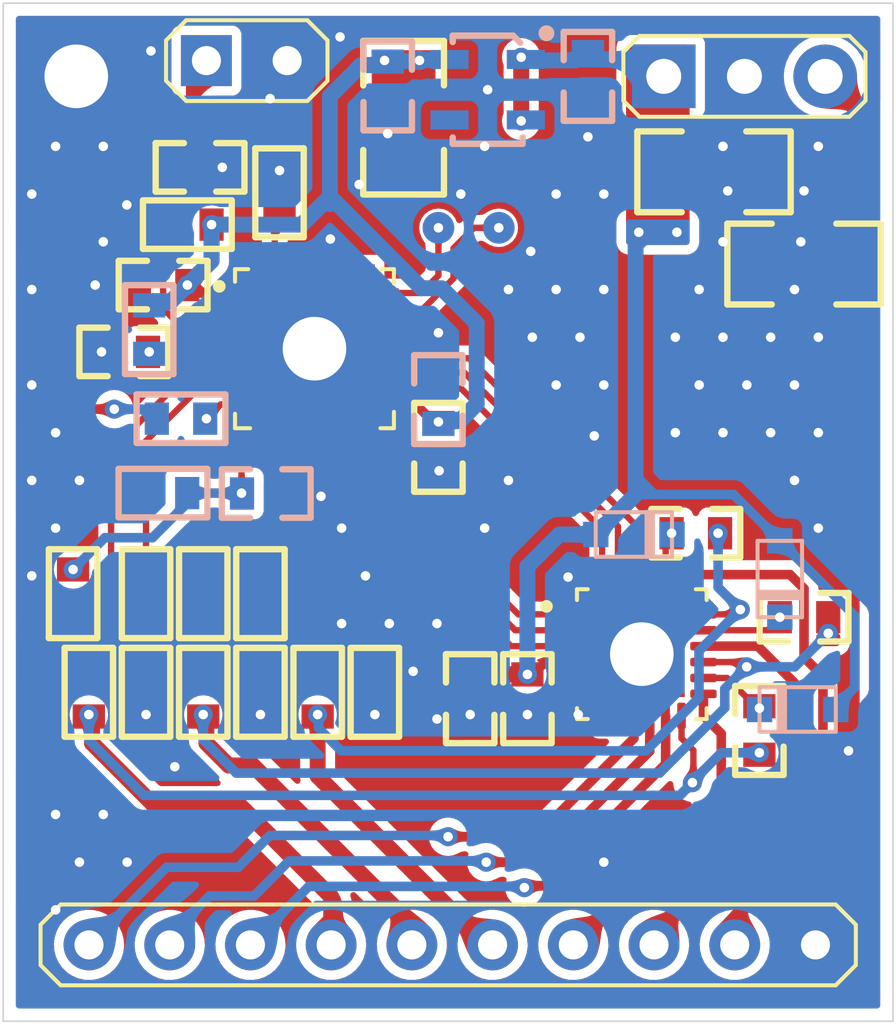
<source format=kicad_pcb>
(kicad_pcb (version 20211014) (generator pcbnew)
  (layers (0 "F.Cu" signal "Top Layer") (31 "B.Cu" signal "Bottom Layer") (34 "B.Paste" user "Bottom Paste") (35 "F.Paste" user "Top Paste") (36 "B.SilkS" user "Bottom Overlay") (37 "F.SilkS" user "Top Overlay") (38 "B.Mask" user "Bottom Solder") (39 "F.Mask" user "Top Solder") (44 "Edge.Cuts" user))
  (net 0 "")
  (net 1 "+10V")
  (net 2 "+3V3")
  (net 3 "+3.3VA")
  (net 4 "Net-(C10-Pad1)")
  (net 5 "/VBAT")
  (net 6 "/MC")
  (net 7 "Net-(C14-Pad2)")
  (net 8 "/MB")
  (net 9 "Net-(C15-Pad2)")
  (net 10 "/MA")
  (net 11 "Net-(C16-Pad2)")
  (net 15 "/PHC")
  (net 16 "/PHCOM")
  (net 17 "/PWM")
  (net 18 "/PHB")
  (net 19 "/PHA")
  (net 20 "/LIN3")
  (net 21 "/LIN2")
  (net 22 "/LIN1")
  (net 24 "/HIN3")
  (net 25 "/HIN2")
  (net 26 "/HIN1")
  (net 29 "/SWDIO")
  (net 30 "/SWCLK")
  (net 32 "GND")
  (net 33 "VCC")
  (net 39 "Net-(IC2-Pad31)")
  (net 41 "/GLOC")
  (net 42 "/GLOB")
  (net 43 "/GLOA")
  (net 44 "/GHIC")
  (net 45 "/GHIB")
  (net 46 "/GHIA")
  (net 47 "Net-(R14-Pad1)")
  (footprint "test.PcbLib:C1206" (layer "F.Cu") (at 147.101097 92.603601 90)
    (fp_text reference "C5" hide)
    (fp_text value "10uF" hide)
  )
  (footprint "test.PcbLib:STL10X1" (layer "F.Cu") (at 160.061097 118.603599 180)
    (fp_text reference "ST2" hide)
    (fp_text value "=Value" hide)
  )
  (footprint "test.PcbLib:R0603" (layer "F.Cu") (at 140.296513 95.963673)
    (fp_text reference "R1" hide)
    (fp_text value "10K" hide)
  )
  (footprint "test.PcbLib:C0603" (layer "F.Cu") (at 156.296514 105.663674 180)
    (fp_text reference "C16" hide)
    (fp_text value "1uF" hide)
  )
  (footprint "test.PcbLib:R0603" (layer "F.Cu") (at 137.196512 110.663672 90)
    (fp_text reference "R9" hide)
    (fp_text value "50K" hide)
  )
  (footprint "test.PcbLib:R0603" (layer "F.Cu") (at 143.196513 94.963675 90)
    (fp_text reference "R2" hide)
    (fp_text value "10K" hide)
  )
  (footprint "test.PcbLib:C0603" (layer "F.Cu") (at 158.296513 111.863674 90)
    (fp_text reference "C14" hide)
    (fp_text value "1uF" hide)
  )
  (footprint "Super_Lib_V1_0.IntLib:TP" (layer "F.Cu") (at 150.096514 96.063673 90)
    (fp_text reference "TP1" hide)
    (fp_text value "~" hide)
  )
  (footprint "Super_Lib_V1_0.IntLib:TP" (layer "F.Cu") (at 151.996513 96.063673 90)
    (fp_text reference "TP3" hide)
    (fp_text value "~" hide)
  )
  (footprint "test.PcbLib:R0603" (layer "F.Cu") (at 136.701097 107.563673 -90)
    (fp_text reference "R3" hide)
    (fp_text value "100K" hide)
  )
  (footprint "STM32F051K8U7.IntLib:UFQFPN32" (layer "F.Cu") (at 144.296513 99.863673)
    (fp_text reference "IC2" hide)
    (fp_text value "STM32F051K8U7_MY" hide)
  )
  (footprint "test.PcbLib:R0603" (layer "F.Cu") (at 140.796512 107.563673 -90)
    (fp_text reference "R8" hide)
    (fp_text value "10K" hide)
  )
  (footprint "Super_Lib_V1_0.IntLib:TP" (layer "F.Cu") (at 148.196513 96.063673 90)
    (fp_text reference "TP2" hide)
    (fp_text value "~" hide)
  )
  (footprint "test.PcbLib:C0603" (layer "F.Cu") (at 149.196513 110.863674 90)
    (fp_text reference "C3" hide)
    (fp_text value "1uF" hide)
  )
  (footprint "test.PcbLib:C0603" (layer "F.Cu") (at 159.701097 108.303599 180)
    (fp_text reference "C15" hide)
    (fp_text value "1uF" hide)
  )
  (footprint "test.PcbLib:C0603" (layer "F.Cu") (at 140.696513 94.163674)
    (fp_text reference "C10" hide)
    (fp_text value "100nF" hide)
  )
  (footprint "test.PcbLib:R0603" (layer "F.Cu") (at 142.596514 110.663672 90)
    (fp_text reference "R12" hide)
    (fp_text value "10K" hide)
  )
  (footprint "test.PcbLib:C0603" (layer "F.Cu") (at 148.196513 102.963674 90)
    (fp_text reference "C8" hide)
    (fp_text value "100nF" hide)
  )
  (footprint "test.PcbLib:C0603" (layer "F.Cu") (at 150.996512 110.863674 90)
    (fp_text reference "C12" hide)
    (fp_text value "100nF" hide)
  )
  (footprint "test.PcbLib:R0603" (layer "F.Cu") (at 140.796512 110.663672 90)
    (fp_text reference "R7" hide)
    (fp_text value "50K" hide)
  )
  (footprint "test.PcbLib:STL3X1" (layer "F.Cu") (at 155.286514 91.303601)
    (fp_text reference "ST1" hide)
    (fp_text value "=Value" hide)
  )
  (footprint "test.PcbLib:C1206" (layer "F.Cu") (at 156.868271 94.303599 180)
    (fp_text reference "C2" hide)
    (fp_text value "10uF" hide)
  )
  (footprint "test.PcbLib:C1206" (layer "F.Cu") (at 159.701097 97.203599)
    (fp_text reference "C1" hide)
    (fp_text value "10uF" hide)
  )
  (footprint "Super_Lib_V1_0.IntLib:STL2X1" (layer "F.Cu") (at 142.166413 90.808504 -90)
    (fp_text reference "ST3" hide)
    (fp_text value "~" hide)
  )
  (footprint "test.PcbLib:C0603" (layer "F.Cu") (at 139.534513 97.863674)
    (fp_text reference "C7" hide)
    (fp_text value "100nF" hide)
  )
  (footprint "test.PcbLib:R0603" (layer "F.Cu") (at 142.596514 107.563673 -90)
    (fp_text reference "R6" hide)
    (fp_text value "10K" hide)
  )
  (footprint "test.PcbLib:R0603" (layer "F.Cu") (at 144.396513 110.663672 90)
    (fp_text reference "R5" hide)
    (fp_text value "50K" hide)
  )
  (footprint "FD6288Q.IntLib:QFN50P400X400X90-25N" (layer "F.Cu") (at 154.596513 109.463674)
    (fp_text reference "IC3" hide)
    (fp_text value "FD6288Q" hide)
  )
  (footprint "test.PcbLib:C0603" (layer "F.Cu") (at 138.296512 99.963673)
    (fp_text reference "C9" hide)
    (fp_text value "100nF" hide)
  )
  (footprint "test.PcbLib:R0603" (layer "F.Cu") (at 138.996513 107.563673 -90)
    (fp_text reference "R10" hide)
    (fp_text value "10K" hide)
  )
  (footprint "test.PcbLib:R0603" (layer "F.Cu") (at 146.196512 110.663672 90)
    (fp_text reference "R13" hide)
    (fp_text value "10K" hide)
  )
  (footprint "test.PcbLib:R0603" (layer "F.Cu") (at 138.996513 110.663672 90)
    (fp_text reference "R11" hide)
    (fp_text value "10K" hide)
  )
  (footprint "test.PcbLib:R0603" (layer "B.Cu") (at 139.529261 104.403599)
    (fp_text reference "R4" hide)
    (fp_text value "10K" hide)
  )
  (footprint "test.PcbLib:c0603" (layer "B.Cu") (at 142.777514 104.415358 180)
    (fp_text reference "C11" hide)
    (fp_text value "10nF" hide)
  )
  (footprint "test1.PcbLib:SOD-323" (layer "B.Cu") (at 154.346513 105.703599 180)
    (fp_text reference "D3" hide)
    (fp_text value "NSR0240HT1G" hide)
  )
  (footprint "test1.PcbLib:SOD-323" (layer "B.Cu") (at 158.939097 107.103599 90)
    (fp_text reference "D2" hide)
    (fp_text value "NSR0240HT1G" hide)
  )
  (footprint "test.PcbLib:C0603" (layer "B.Cu") (at 146.601097 91.603601 90)
    (fp_text reference "C6" hide)
    (fp_text value "1uF" hide)
  )
  (footprint "test1.PcbLib:SOT-23-5" (layer "B.Cu") (at 149.7465 91.723748 180)
    (fp_text reference "IC1" hide)
    (fp_text value "LP2981-33DBVTE4" hide)
  )
  (footprint "Super_Lib_V1_0.IntLib:L0603" (layer "B.Cu") (at 139.096513 99.263674 -90)
    (fp_text reference "L1" hide)
    (fp_text value "600OHM" hide)
  )
  (footprint "test.PcbLib:C0603" (layer "B.Cu") (at 148.196513 101.463675 -90)
    (fp_text reference "C4" hide)
    (fp_text value "1uF" hide)
  )
  (footprint "test.PcbLib:R0603" (layer "B.Cu") (at 140.096514 102.063674)
    (fp_text reference "R14" hide)
    (fp_text value "2K2" hide)
  )
  (footprint "test.PcbLib:C0603" (layer "B.Cu") (at 152.901097 91.303601 90)
    (fp_text reference "C13" hide)
    (fp_text value "1uF" hide)
  )
  (footprint "QYEY_MT_PORTABLE.PCBLIB:SOD-323" (layer "B.Cu") (at 159.501097 111.203599)
    (fp_text reference "D1" hide)
    (fp_text value "NSR0240HT1G" hide)
  )
  (gr_poly (pts (xy 153.268235 110.788675) (xy 153.237145 110.789206) (xy 153.179757 110.793463) (xy 153.153457 110.797189) (xy 153.105642 110.807832) (xy 153.084128 110.814748) (xy 153.06421 110.822729) (xy 153.045886 110.831777) (xy 153.02916 110.841886) (xy 153.02916 110.585463) (xy 153.032073 110.586072) (xy 153.038891 110.586618) (xy 153.1052 110.588163) (xy 153.233968 110.588676)) (layer "F.Cu") (width 0) (fill solid))
  (gr_poly (pts (xy 139.434514 96.375476) (xy 139.428382 96.069672) (xy 139.640645 96.069672) (xy 139.639479 96.073836) (xy 139.638438 96.083869) (xy 139.63672 96.121549) (xy 139.634513 96.375476)) (layer "F.Cu") (width 0) (fill solid))
  (gr_poly (pts (xy 153.3008 110.617964) (xy 153.350622 110.561599) (xy 153.391783 110.500802) (xy 153.424285 110.435572) (xy 153.448128 110.365915) (xy 153.46331 110.291826) (xy 153.469832 110.213307) (xy 153.467694 110.130358) (xy 153.456896 110.042977) (xy 153.43744 109.951166) (xy 153.409322 109.854923) (xy 154.205264 110.650865) (xy 154.109021 110.622747) (xy 154.01721 110.603291) (xy 153.929829 110.592493) (xy 153.84688 110.590355) (xy 153.768361 110.596877) (xy 153.694272 110.612059) (xy 153.624615 110.635902) (xy 153.559385 110.668404) (xy 153.498588 110.709564) (xy 153.442222 110.759387)) (layer "F.Cu") (width 0) (fill solid))
  (gr_poly (pts (xy 157.998782 110.789521) (xy 158.019696 110.808731) (xy 158.041494 110.825409) (xy 158.064172 110.839554) (xy 158.08773 110.851167) (xy 158.11217 110.86025) (xy 158.137491 110.866801) (xy 158.163694 110.870821) (xy 158.190778 110.87231) (xy 158.218741 110.871266) (xy 158.247588 110.86769) (xy 157.99961 111.206668) (xy 157.994352 111.176051) (xy 157.987621 111.146627) (xy 157.979414 111.1184) (xy 157.969734 111.09137) (xy 157.958581 111.06553) (xy 157.94595 111.04089) (xy 157.931848 111.017443) (xy 157.91627 110.995193) (xy 157.899219 110.974136) (xy 157.880692 110.954276)) (layer "F.Cu") (width 0) (fill solid))
  (gr_poly (pts (xy 138.659224 107.973962) (xy 138.686951 108.00086) (xy 138.764665 108.066146) (xy 138.788747 108.08277) (xy 138.811919 108.096826) (xy 138.834177 108.108315) (xy 138.855526 108.117233) (xy 138.875963 108.123585) (xy 138.895488 108.127367) (xy 138.671208 108.351647) (xy 138.667426 108.332122) (xy 138.661073 108.311685) (xy 138.652156 108.290336) (xy 138.640667 108.268078) (xy 138.626611 108.244906) (xy 138.609986 108.220824) (xy 138.569031 108.169928) (xy 138.544701 108.14311) (xy 138.517802 108.115384)) (layer "F.Cu") (width 0) (fill solid))
  (gr_poly (pts (xy 155.275803 105.780964) (xy 155.295907 105.76058) (xy 155.36614 105.680509) (xy 155.374131 105.668866) (xy 155.380103 105.658678) (xy 155.384058 105.649945) (xy 155.385993 105.642671) (xy 155.555518 105.812196) (xy 155.548243 105.814131) (xy 155.539511 105.818086) (xy 155.529323 105.824057) (xy 155.517679 105.832048) (xy 155.490019 105.854088) (xy 155.456534 105.884199) (xy 155.417225 105.922386)) (layer "F.Cu") (width 0) (fill solid))
  (gr_poly (pts (xy 151.333578 109.976739) (xy 151.318315 109.992662) (xy 151.292039 110.024206) (xy 151.281028 110.03983) (xy 151.271434 110.055352) (xy 151.263258 110.070772) (xy 151.256502 110.086093) (xy 151.25116 110.101313) (xy 151.247238 110.116434) (xy 151.244734 110.131453) (xy 150.966733 109.853452) (xy 150.981752 109.850948) (xy 150.996873 109.847026) (xy 151.012093 109.841685) (xy 151.027414 109.834928) (xy 151.042834 109.826752) (xy 151.058356 109.817158) (xy 151.07398 109.806147) (xy 151.089702 109.793719) (xy 151.121447 109.764608)) (layer "F.Cu") (width 0) (fill solid))
  (gr_poly (pts (xy 155.246514 106.077458) (xy 155.241774 105.729277) (xy 155.563905 105.962231) (xy 155.541601 105.965993) (xy 155.521644 105.972657) (xy 155.504034 105.982226) (xy 155.488774 105.994697) (xy 155.475861 106.010069) (xy 155.465297 106.028344) (xy 155.45708 106.049525) (xy 155.45121 106.073605) (xy 155.447687 106.10059) (xy 155.446514 106.130475)) (layer "F.Cu") (width 0) (fill solid))
  (gr_poly (pts (xy 147.88198 101.80201) (xy 147.905414 101.824357) (xy 147.927974 101.843659) (xy 147.949663 101.859915) (xy 147.970481 101.873128) (xy 147.990425 101.883296) (xy 148.0095 101.89042) (xy 148.027702 101.8945) (xy 148.045035 101.895536) (xy 148.061494 101.893527) (xy 148.077082 101.888472) (xy 147.918977 102.277577) (xy 147.91583 102.271712) (xy 147.910372 102.263821) (xy 147.902602 102.253904) (xy 147.865424 102.212007) (xy 147.783494 102.127788)) (layer "F.Cu") (width 0) (fill solid))
  (gr_poly (pts (xy 153.049561 110.588676) (xy 153.087971 110.587675) (xy 153.122355 110.584675) (xy 153.152718 110.579676) (xy 153.179058 110.572676) (xy 153.201375 110.563677) (xy 153.219668 110.552676) (xy 153.233937 110.539677) (xy 153.244184 110.524675) (xy 153.250409 110.507675) (xy 153.252609 110.488676) (xy 153.249561 110.810626) (xy 153.247562 110.806455) (xy 153.24156 110.802724) (xy 153.23156 110.799432) (xy 153.217562 110.796577) (xy 153.199561 110.794162) (xy 153.15156 110.790651) (xy 153.049561 110.788675)) (layer "F.Cu") (width 0) (fill solid))
  (gr_poly (pts (xy 141.501464 106.901673) (xy 141.462884 106.902673) (xy 141.428368 106.905673) (xy 141.397911 106.910672) (xy 141.371513 106.917672) (xy 141.349178 106.926671) (xy 141.330903 106.937672) (xy 141.316692 106.950672) (xy 141.306539 106.965673) (xy 141.300446 106.982673) (xy 141.298416 107.001672) (xy 141.298416 106.601673) (xy 141.300446 106.620672) (xy 141.306539 106.637673) (xy 141.316692 106.652674) (xy 141.330903 106.665674) (xy 141.349178 106.676674) (xy 141.371513 106.685674) (xy 141.397911 106.692674) (xy 141.428368 106.697673) (xy 141.462884 106.700672) (xy 141.501464 106.701673)) (layer "F.Cu") (width 0) (fill solid))
  (gr_poly (pts (xy 139.701465 106.901673) (xy 139.662885 106.902673) (xy 139.628369 106.905673) (xy 139.597912 106.910672) (xy 139.571514 106.917672) (xy 139.549179 106.926671) (xy 139.530904 106.937672) (xy 139.516693 106.950672) (xy 139.50654 106.965673) (xy 139.500447 106.982673) (xy 139.498417 107.001672) (xy 139.498417 106.601673) (xy 139.500447 106.620672) (xy 139.50654 106.637673) (xy 139.516693 106.652674) (xy 139.530904 106.665674) (xy 139.549179 106.676674) (xy 139.571514 106.685674) (xy 139.597912 106.692674) (xy 139.628369 106.697673) (xy 139.662885 106.700672) (xy 139.701465 106.701673)) (layer "F.Cu") (width 0) (fill solid))
  (gr_poly (pts (xy 140.091561 106.701673) (xy 140.129562 106.700672) (xy 140.16356 106.697673) (xy 140.19356 106.692674) (xy 140.219562 106.685674) (xy 140.241561 106.676674) (xy 140.259562 106.665674) (xy 140.273559 106.652674) (xy 140.283559 106.637673) (xy 140.289561 106.620672) (xy 140.29156 106.601673) (xy 140.29156 107.001672) (xy 140.289561 106.982673) (xy 140.283559 106.965673) (xy 140.273559 106.950672) (xy 140.259562 106.937672) (xy 140.241561 106.926671) (xy 140.219562 106.917672) (xy 140.19356 106.910672) (xy 140.16356 106.905673) (xy 140.129562 106.902673) (xy 140.091561 106.901673)) (layer "F.Cu") (width 0) (fill solid))
  (gr_poly (pts (xy 143.446512 98.763675) (xy 143.448123 98.793652) (xy 143.452956 98.818232) (xy 143.461011 98.837416) (xy 143.472288 98.851206) (xy 143.486789 98.859601) (xy 143.504508 98.862599) (xy 143.525453 98.860203) (xy 143.549618 98.85241) (xy 143.577005 98.839222) (xy 143.607614 98.82064) (xy 143.046518 99.867138) (xy 142.946513 100.963673) (xy 143.446512 100.963673) (xy 143.448123 100.933696) (xy 143.452956 100.909117) (xy 143.461011 100.889932) (xy 143.472288 100.876142) (xy 143.486789 100.867748) (xy 143.504511 100.864748) (xy 143.525453 100.867146) (xy 143.549618 100.874938) (xy 143.577007 100.888126) (xy 143.607617 100.906709) (xy 143.046518 99.860203) (xy 142.946513 98.763675)) (layer "F.Cu") (width 0) (fill solid))
  (gr_poly (pts (xy 160.563097 108.348759) (xy 160.564197 108.376585) (xy 160.567497 108.403752) (xy 160.572998 108.43026) (xy 160.580697 108.456107) (xy 160.590598 108.481296) (xy 160.602698 108.505827) (xy 160.616996 108.529698) (xy 160.633496 108.552911) (xy 160.652198 108.575464) (xy 160.673097 108.597359) (xy 160.253097 108.597359) (xy 160.273997 108.575464) (xy 160.292699 108.552911) (xy 160.309199 108.529698) (xy 160.323496 108.505827) (xy 160.335597 108.481296) (xy 160.345498 108.456107) (xy 160.353197 108.43026) (xy 160.358698 108.403752) (xy 160.361998 108.376585) (xy 160.363097 108.348759)) (layer "F.Cu") (width 0) (fill solid))
  (gr_poly (pts (xy 161.565932 97.480566) (xy 161.48069 97.402558) (xy 161.700055 97.183193) (xy 161.700984 97.185497) (xy 161.703438 97.189183) (xy 161.707423 97.19425) (xy 161.719971 97.208532) (xy 161.778063 97.268436)) (layer "F.Cu") (width 0) (fill solid))
  (gr_poly (pts (xy 141.891562 106.701673) (xy 141.929563 106.700672) (xy 141.963561 106.697673) (xy 141.993561 106.692674) (xy 142.019563 106.685674) (xy 142.041562 106.676674) (xy 142.059563 106.665674) (xy 142.073561 106.652674) (xy 142.083561 106.637673) (xy 142.089563 106.620672) (xy 142.091562 106.601673) (xy 142.091562 107.001672) (xy 142.089563 106.982673) (xy 142.083561 106.965673) (xy 142.073561 106.950672) (xy 142.059563 106.937672) (xy 142.041562 106.926671) (xy 142.019563 106.917672) (xy 141.993561 106.910672) (xy 141.963561 106.905673) (xy 141.929563 106.902673) (xy 141.891562 106.901673)) (layer "F.Cu") (width 0) (fill solid))
  (gr_poly (pts (xy 139.701465 106.901673) (xy 139.662885 106.902673) (xy 139.628369 106.905673) (xy 139.597912 106.910672) (xy 139.571514 106.917672) (xy 139.549179 106.926671) (xy 139.530904 106.937672) (xy 139.516693 106.950672) (xy 139.50654 106.965673) (xy 139.500447 106.982673) (xy 139.498417 107.001672) (xy 139.498417 106.601673) (xy 139.500447 106.620672) (xy 139.50654 106.637673) (xy 139.516693 106.652674) (xy 139.530904 106.665674) (xy 139.549179 106.676674) (xy 139.571514 106.685674) (xy 139.597912 106.692674) (xy 139.628369 106.697673) (xy 139.662885 106.700672) (xy 139.701465 106.701673)) (layer "F.Cu") (width 0) (fill solid))
  (gr_poly (pts (xy 141.442887 107.947721) (xy 141.402983 107.989009) (xy 141.340149 108.062912) (xy 141.317215 108.095531) (xy 141.29994 108.125259) (xy 141.288322 108.152099) (xy 141.282361 108.176049) (xy 141.282056 108.197111) (xy 141.287408 108.215282) (xy 141.298416 108.230563) (xy 141.018623 107.950769) (xy 141.033903 107.961777) (xy 141.052075 107.967129) (xy 141.073136 107.966824) (xy 141.097086 107.960863) (xy 141.123926 107.949245) (xy 141.153654 107.93197) (xy 141.186273 107.909037) (xy 141.221782 107.880449) (xy 141.301464 107.806299)) (layer "F.Cu") (width 0) (fill solid))
  (gr_poly (pts (xy 140.091561 106.701673) (xy 140.129562 106.700672) (xy 140.16356 106.697673) (xy 140.19356 106.692674) (xy 140.219562 106.685674) (xy 140.241561 106.676674) (xy 140.259562 106.665674) (xy 140.273559 106.652674) (xy 140.283559 106.637673) (xy 140.289561 106.620672) (xy 140.29156 106.601673) (xy 140.29156 107.001672) (xy 140.289561 106.982673) (xy 140.283559 106.965673) (xy 140.273559 106.950672) (xy 140.259562 106.937672) (xy 140.241561 106.926671) (xy 140.219562 106.917672) (xy 140.19356 106.910672) (xy 140.16356 106.905673) (xy 140.129562 106.902673) (xy 140.091561 106.901673)) (layer "F.Cu") (width 0) (fill solid))
  (gr_poly (pts (xy 144.276841 111.794) (xy 144.269495 111.635455) (xy 144.575603 111.604353) (xy 144.57684 111.783426)) (layer "B.Cu") (width 0) (fill solid))
  (gr_poly (pts (xy 142.396514 104.057358) (xy 142.300893 104.392496) (xy 142.065502 104.110596) (xy 142.071394 104.11129) (xy 142.076667 104.110647) (xy 142.081318 104.108668) (xy 142.085352 104.105351) (xy 142.088763 104.100695) (xy 142.091552 104.094703) (xy 142.093723 104.087373) (xy 142.095275 104.078704) (xy 142.096205 104.068699) (xy 142.096515 104.057358)) (layer "B.Cu") (width 0) (fill solid))
  (gr_poly (pts (xy 137.118153 106.598676) (xy 137.095758 106.62192) (xy 137.058095 106.666372) (xy 137.042824 106.687581) (xy 137.029931 106.708114) (xy 137.019411 106.727967) (xy 137.011265 106.747142) (xy 137.005496 106.76564) (xy 137.0021 106.783458) (xy 137.001082 106.800601) (xy 136.704097 106.503617) (xy 136.72124 106.502599) (xy 136.739058 106.499202) (xy 136.757557 106.493434) (xy 136.776731 106.485288) (xy 136.796584 106.474767) (xy 136.817117 106.461874) (xy 136.838326 106.446604) (xy 136.860213 106.428958) (xy 136.906022 106.386545)) (layer "B.Cu") (width 0) (fill solid))
  (gr_line (start 134.5011 89.003601) (end 162.501099 89.003601) (layer "Edge.Cuts") (width 0.05))
  (gr_line (start 162.501099 121.003599) (end 134.5011 121.003599) (layer "Edge.Cuts") (width 0.05))
  (gr_line (start 134.5011 121.003599) (end 134.5011 89.003601) (layer "Edge.Cuts") (width 0.05))
  (gr_line (start 162.501099 89.003601) (end 162.501099 121.003599) (layer "Edge.Cuts") (width 0.05))
  (segment (start 149.196513 110.101674) (end 150.996512 110.101674) (width 0.5) (layer "F.Cu") (net 1))
  (segment (start 150.801097 92.703601) (end 150.801097 90.703599) (width 0.5) (layer "F.Cu") (net 1))
  (segment (start 151.551022 109.713674) (end 152.656512 109.713674) (width 0.3) (layer "F.Cu") (net 1))
  (segment (start 151.163022 110.101674) (end 151.551022 109.713674) (width 0.3) (layer "F.Cu") (net 1))
  (segment (start 150.996512 110.101674) (end 151.163022 110.101674) (width 0.3) (layer "F.Cu") (net 1))
  (via (at 155.701097 96.203599) (size 0.6) (drill 0.3) (layers "F.Cu" "B.Cu") (net 1))
  (via (at 150.801097 90.703599) (size 0.6) (drill 0.3) (layers "F.Cu" "B.Cu") (net 1))
  (via (at 150.996512 110.101674) (size 0.6) (drill 0.3) (layers "F.Cu" "B.Cu") (net 1))
  (via (at 154.501097 96.203599) (size 0.6) (drill 0.3) (layers "F.Cu" "B.Cu") (net 1))
  (via (at 150.801097 92.703601) (size 0.6) (drill 0.3) (layers "F.Cu" "B.Cu") (net 1))
  (segment (start 154.401097 103.853599) (end 154.401097 103.803599) (width 0.3) (layer "B.Cu") (net 1))
  (segment (start 154.401097 104.449016) (end 154.401097 103.803599) (width 0.5) (layer "B.Cu") (net 1))
  (segment (start 150.996512 110.101674) (end 150.996512 106.708186) (width 0.5) (layer "B.Cu") (net 1))
  (segment (start 155.146514 104.449016) (end 154.996514 104.449016) (width 0.3) (layer "B.Cu") (net 1))
  (segment (start 161.293512 110.511185) (end 161.293512 108.258015) (width 0.3) (layer "B.Cu") (net 1))
  (segment (start 152.699907 90.703599) (end 152.770095 90.773788) (width 0.5) (layer "B.Cu") (net 1))
  (segment (start 154.401097 104.449016) (end 155.146514 104.449016) (width 0.3) (layer "B.Cu") (net 1))
  (segment (start 157.484513 104.449016) (end 158.939097 105.903599) (width 0.3) (layer "B.Cu") (net 1))
  (segment (start 151.126352 90.803599) (end 152.512097 90.803599) (width 0.5) (layer "B.Cu") (net 1))
  (segment (start 154.996514 104.449016) (end 154.401097 103.853599) (width 0.3) (layer "B.Cu") (net 1))
  (segment (start 155.146514 104.449016) (end 157.484513 104.449016) (width 0.3) (layer "B.Cu") (net 1))
  (segment (start 150.996512 106.708186) (end 152.001097 105.703599) (width 0.5) (layer "B.Cu") (net 1))
  (segment (start 154.701097 96.303599) (end 154.801097 96.203599) (width 0.5) (layer "B.Cu") (net 1))
  (segment (start 154.401097 103.803599) (end 154.401097 96.603599) (width 0.5) (layer "B.Cu") (net 1))
  (segment (start 154.401097 96.603599) (end 154.701097 96.303599) (width 0.5) (layer "B.Cu") (net 1))
  (segment (start 152.770095 90.773788) (end 154.7567 90.773788) (width 0.5) (layer "B.Cu") (net 1))
  (segment (start 160.801097 111.003599) (end 161.293512 110.511185) (width 0.3) (layer "B.Cu") (net 1))
  (segment (start 152.001097 105.703599) (end 153.146513 105.703599) (width 0.5) (layer "B.Cu") (net 1))
  (segment (start 158.939097 105.903599) (end 161.293512 108.258015) (width 0.3) (layer "B.Cu") (net 1))
  (segment (start 154.701097 96.303599) (end 154.701097 96.203599) (width 0.5) (layer "B.Cu") (net 1))
  (segment (start 152.512097 90.803599) (end 152.774097 90.541601) (width 0.5) (layer "B.Cu") (net 1))
  (segment (start 153.146513 105.703599) (end 154.401097 104.449016) (width 0.5) (layer "B.Cu") (net 1))
  (segment (start 146.646513 101.613672) (end 147.48151 101.613672) (width 0.3) (layer "F.Cu") (net 2))
  (segment (start 140.554514 97.605674) (end 141.058513 97.101674) (width 0.5) (layer "F.Cu") (net 2))
  (segment (start 147.48151 101.613672) (end 148.069513 102.201674) (width 0.3) (layer "F.Cu") (net 2))
  (segment (start 140.296513 97.736674) (end 140.427514 97.605674) (width 0.5) (layer "F.Cu") (net 2))
  (segment (start 141.058513 97.101674) (end 141.058513 95.963673) (width 0.5) (layer "F.Cu") (net 2))
  (segment (start 140.527514 98.113674) (end 141.946513 98.113674) (width 0.3) (layer "F.Cu") (net 2))
  (segment (start 140.427514 97.605674) (end 140.554514 97.605674) (width 0.5) (layer "F.Cu") (net 2))
  (via (at 148.196513 102.163673) (size 0.6) (drill 0.3) (layers "F.Cu" "B.Cu") (net 2))
  (via (at 147.601099 90.803599) (size 0.6) (drill 0.3) (layers "F.Cu" "B.Cu") (net 2))
  (via (at 146.501097 90.803599) (size 0.6) (drill 0.3) (layers "F.Cu" "B.Cu") (net 2))
  (via (at 141.058513 95.963673) (size 0.6) (drill 0.3) (layers "F.Cu" "B.Cu") (net 2))
  (via (at 140.296513 97.863674) (size 0.6) (drill 0.3) (layers "F.Cu" "B.Cu") (net 2))
  (segment (start 144.781668 95.318193) (end 144.781668 91.928032) (width 0.5) (layer "B.Cu") (net 2))
  (segment (start 139.096513 98.501674) (end 139.227514 98.370674) (width 0.5) (layer "B.Cu") (net 2))
  (segment (start 147.665147 97.963674) (end 148.296518 97.963674) (width 0.5) (layer "B.Cu") (net 2))
  (segment (start 145.759771 90.949929) (end 146.49277 90.949929) (width 0.5) (layer "B.Cu") (net 2))
  (segment (start 139.227514 98.370674) (end 139.789514 98.370674) (width 0.5) (layer "B.Cu") (net 2))
  (segment (start 144.781668 91.928032) (end 145.759771 90.949929) (width 0.5) (layer "B.Cu") (net 2))
  (segment (start 144.781668 95.080195) (end 147.665147 97.963674) (width 0.5) (layer "B.Cu") (net 2))
  (segment (start 147.582097 90.822601) (end 147.616003 90.788695) (width 0.5) (layer "B.Cu") (net 2))
  (segment (start 148.910022 102.094674) (end 149.401097 101.603599) (width 0.5) (layer "B.Cu") (net 2))
  (segment (start 149.401097 101.603599) (end 149.401097 99.068254) (width 0.5) (layer "B.Cu") (net 2))
  (segment (start 141.058513 95.963673) (end 143.89819 95.963673) (width 0.5) (layer "B.Cu") (net 2))
  (segment (start 148.265512 102.094674) (end 148.910022 102.094674) (width 0.5) (layer "B.Cu") (net 2))
  (segment (start 147.616003 90.788695) (end 148.531592 90.788695) (width 0.5) (layer "B.Cu") (net 2))
  (segment (start 143.89819 95.963673) (end 144.781668 95.080195) (width 0.5) (layer "B.Cu") (net 2))
  (segment (start 146.620097 90.822601) (end 147.582097 90.822601) (width 0.5) (layer "B.Cu") (net 2))
  (segment (start 148.196513 102.163673) (end 148.265512 102.094674) (width 0.5) (layer "B.Cu") (net 2))
  (segment (start 140.296513 97.863674) (end 141.058513 97.101674) (width 0.5) (layer "B.Cu") (net 2))
  (segment (start 141.058513 97.101674) (end 141.058513 95.963673) (width 0.5) (layer "B.Cu") (net 2))
  (segment (start 139.789514 98.370674) (end 140.296513 97.863674) (width 0.5) (layer "B.Cu") (net 2))
  (segment (start 148.296518 97.963674) (end 149.401097 99.068254) (width 0.5) (layer "B.Cu") (net 2))
  (segment (start 139.208512 100.113672) (end 141.946513 100.113672) (width 0.3) (layer "F.Cu") (net 3))
  (via (at 139.096513 99.963673) (size 0.6) (drill 0.3) (layers "F.Cu" "B.Cu") (net 3))
  (segment (start 141.946513 99.613673) (end 141.346516 99.613673) (width 0.2) (layer "F.Cu") (net 4))
  (segment (start 139.996514 99.063675) (end 139.534513 98.601674) (width 0.2) (layer "F.Cu") (net 4))
  (segment (start 141.346516 99.613673) (end 140.796518 99.063675) (width 0.2) (layer "F.Cu") (net 4))
  (segment (start 140.796518 99.063675) (end 139.996514 99.063675) (width 0.2) (layer "F.Cu") (net 4))
  (segment (start 139.701097 95.797089) (end 139.701097 94.39709) (width 0.3) (layer "F.Cu") (net 4))
  (segment (start 139.534513 98.601674) (end 139.534513 95.963673) (width 0.2) (layer "F.Cu") (net 4))
  (segment (start 142.001097 102.75909) (end 142.546514 102.213673) (width 0.2) (layer "F.Cu") (net 5))
  (segment (start 142.001097 104.403599) (end 142.001097 102.75909) (width 0.2) (layer "F.Cu") (net 5))
  (via (at 136.701097 106.803601) (size 0.6) (drill 0.3) (layers "F.Cu" "B.Cu") (net 5))
  (via (at 142.001097 104.403599) (size 0.6) (drill 0.3) (layers "F.Cu" "B.Cu") (net 5))
  (segment (start 136.701097 106.803601) (end 137.701097 105.803599) (width 0.3) (layer "B.Cu") (net 5))
  (segment (start 142.246515 104.646358) (end 142.246515 104.057358) (width 0.3) (layer "B.Cu") (net 5))
  (segment (start 140.291261 104.403599) (end 142.003757 104.403599) (width 0.3) (layer "B.Cu") (net 5))
  (segment (start 137.701097 105.803599) (end 139.201097 105.803599) (width 0.3) (layer "B.Cu") (net 5))
  (segment (start 139.201097 105.803599) (end 140.401097 104.603599) (width 0.3) (layer "B.Cu") (net 5))
  (segment (start 137.203515 111.363673) (end 137.396514 111.556672) (width 0.5) (layer "F.Cu") (net 6))
  (segment (start 141.896518 114.163675) (end 144.821097 117.088254) (width 0.5) (layer "F.Cu") (net 6))
  (segment (start 156.219979 113.472632) (end 156.219979 112.48714) (width 0.2) (layer "F.Cu") (net 6))
  (segment (start 137.296613 112.263775) (end 137.296613 111.525773) (width 0.5) (layer "F.Cu") (net 6))
  (segment (start 155.846513 112.113674) (end 155.846513 111.403675) (width 0.2) (layer "F.Cu") (net 6))
  (segment (start 155.846513 112.113674) (end 156.219979 112.48714) (width 0.2) (layer "F.Cu") (net 6))
  (segment (start 137.296613 112.263775) (end 139.196513 114.163675) (width 0.5) (layer "F.Cu") (net 6))
  (segment (start 156.189011 113.503599) (end 156.219979 113.472632) (width 0.2) (layer "F.Cu") (net 6))
  (segment (start 139.196513 114.163675) (end 141.896518 114.163675) (width 0.5) (layer "F.Cu") (net 6))
  (segment (start 144.821097 118.603599) (end 144.821097 117.088254) (width 0.5) (layer "F.Cu") (net 6))
  (via (at 158.296513 112.563673) (size 0.6) (drill 0.3) (layers "F.Cu" "B.Cu") (net 6))
  (via (at 156.189011 113.503599) (size 0.6) (drill 0.3) (layers "F.Cu" "B.Cu") (net 6))
  (via (at 137.196515 111.363673) (size 0.6) (drill 0.3) (layers "F.Cu" "B.Cu") (net 6))
  (segment (start 156.189011 113.471177) (end 157.096515 112.563673) (width 0.3) (layer "B.Cu") (net 6))
  (segment (start 137.196515 112.163674) (end 138.93644 113.903599) (width 0.3) (layer "B.Cu") (net 6))
  (segment (start 156.189011 113.503599) (end 156.189011 113.471177) (width 0.3) (layer "B.Cu") (net 6))
  (segment (start 157.096515 112.563673) (end 158.296513 112.563673) (width 0.3) (layer "B.Cu") (net 6))
  (segment (start 138.93644 113.903599) (end 155.789011 113.903599) (width 0.3) (layer "B.Cu") (net 6))
  (segment (start 155.789011 113.903599) (end 156.189011 113.503599) (width 0.3) (layer "B.Cu") (net 6))
  (segment (start 137.196515 111.363673) (end 137.196515 112.163674) (width 0.3) (layer "B.Cu") (net 6))
  (segment (start 156.536514 110.213675) (end 157.281514 110.213675) (width 0.2) (layer "F.Cu") (net 7))
  (segment (start 157.281514 110.213675) (end 158.169513 111.101674) (width 0.2) (layer "F.Cu") (net 7))
  (via (at 158.296513 111.163673) (size 0.6) (drill 0.3) (layers "F.Cu" "B.Cu") (net 7))
  (segment (start 140.896619 112.263775) (end 141.596518 112.963675) (width 0.5) (layer "F.Cu") (net 8))
  (segment (start 157.788274 109.863673) (end 157.896514 109.863673) (width 0.2) (layer "F.Cu") (net 8))
  (segment (start 156.536514 109.713674) (end 157.638275 109.713674) (width 0.2) (layer "F.Cu") (net 8))
  (segment (start 157.638275 109.713674) (end 157.788274 109.863673) (width 0.2) (layer "F.Cu") (net 8))
  (segment (start 160.463097 108.811599) (end 160.463097 108.303599) (width 0.2) (layer "F.Cu") (net 8))
  (segment (start 142.361173 112.963675) (end 147.150584 117.753086) (width 0.5) (layer "F.Cu") (net 8))
  (segment (start 141.596518 112.963675) (end 142.361173 112.963675) (width 0.5) (layer "F.Cu") (net 8))
  (segment (start 147.150584 118.393087) (end 147.150584 117.753086) (width 0.5) (layer "F.Cu") (net 8))
  (segment (start 140.896619 112.263775) (end 140.896619 111.463779) (width 0.5) (layer "F.Cu") (net 8))
  (via (at 140.796512 111.363673) (size 0.6) (drill 0.3) (layers "F.Cu" "B.Cu") (net 8))
  (via (at 157.896514 109.863673) (size 0.6) (drill 0.3) (layers "F.Cu" "B.Cu") (net 8))
  (via (at 160.463097 108.811599) (size 0.6) (drill 0.3) (layers "F.Cu" "B.Cu") (net 8))
  (segment (start 159.411024 109.863673) (end 160.463097 108.811599) (width 0.3) (layer "B.Cu") (net 8))
  (segment (start 157.896514 109.863673) (end 159.411024 109.863673) (width 0.3) (layer "B.Cu") (net 8))
  (segment (start 157.206513 110.553674) (end 157.896514 109.863673) (width 0.3) (layer "B.Cu") (net 8))
  (segment (start 157.206513 111.153676) (end 157.206513 110.553674) (width 0.3) (layer "B.Cu") (net 8))
  (segment (start 140.796512 112.163669) (end 141.836442 113.203599) (width 0.3) (layer "B.Cu") (net 8))
  (segment (start 141.836442 113.203599) (end 155.15659 113.203599) (width 0.3) (layer "B.Cu") (net 8))
  (segment (start 140.796512 111.363673) (end 140.796512 112.163669) (width 0.3) (layer "B.Cu") (net 8))
  (segment (start 155.15659 113.203599) (end 157.206513 111.153676) (width 0.3) (layer "B.Cu") (net 8))
  (segment (start 158.529025 108.713673) (end 158.531097 108.711599) (width 0.2) (layer "F.Cu") (net 9))
  (segment (start 158.531097 108.711599) (end 158.658097 108.711599) (width 0.2) (layer "F.Cu") (net 9))
  (segment (start 156.536514 108.713673) (end 158.529025 108.713673) (width 0.2) (layer "F.Cu") (net 9))
  (via (at 158.939097 108.303599) (size 0.6) (drill 0.3) (layers "F.Cu" "B.Cu") (net 9))
  (segment (start 157.588275 108.063674) (end 157.696514 108.063674) (width 0.2) (layer "F.Cu") (net 10))
  (segment (start 144.396513 113.299011) (end 144.396513 111.556672) (width 0.5) (layer "F.Cu") (net 10))
  (segment (start 156.536514 108.213674) (end 157.438275 108.213674) (width 0.2) (layer "F.Cu") (net 10))
  (segment (start 144.396513 113.299011) (end 149.701102 118.603599) (width 0.5) (layer "F.Cu") (net 10))
  (segment (start 157.438275 108.213674) (end 157.588275 108.063674) (width 0.2) (layer "F.Cu") (net 10))
  (via (at 156.996513 105.663674) (size 0.6) (drill 0.3) (layers "F.Cu" "B.Cu") (net 10))
  (via (at 157.696514 108.063674) (size 0.6) (drill 0.3) (layers "F.Cu" "B.Cu") (net 10))
  (via (at 144.396513 111.363673) (size 0.6) (drill 0.3) (layers "F.Cu" "B.Cu") (net 10))
  (segment (start 156.396514 109.363674) (end 157.696514 108.063674) (width 0.3) (layer "B.Cu") (net 10))
  (segment (start 144.396513 111.363673) (end 144.42684 111.394) (width 0.3) (layer "B.Cu") (net 10))
  (segment (start 144.42684 111.394) (end 144.42684 111.794) (width 0.3) (layer "B.Cu") (net 10))
  (segment (start 144.42684 111.794) (end 145.136439 112.503599) (width 0.3) (layer "B.Cu") (net 10))
  (segment (start 156.396514 110.836178) (end 156.396514 109.363674) (width 0.3) (layer "B.Cu") (net 10))
  (segment (start 156.996513 107.363673) (end 156.996513 105.663674) (width 0.3) (layer "B.Cu") (net 10))
  (segment (start 154.729093 112.503599) (end 156.396514 110.836178) (width 0.3) (layer "B.Cu") (net 10))
  (segment (start 156.996513 107.363673) (end 157.696514 108.063674) (width 0.3) (layer "B.Cu") (net 10))
  (segment (start 145.136439 112.503599) (end 154.729093 112.503599) (width 0.3) (layer "B.Cu") (net 10))
  (segment (start 155.346514 107.523673) (end 155.346514 105.851675) (width 0.2) (layer "F.Cu") (net 11))
  (via (at 155.534514 105.663674) (size 0.6) (drill 0.3) (layers "F.Cu" "B.Cu") (net 11))
  (segment (start 140.346513 100.613674) (end 141.946513 100.613674) (width 0.2) (layer "F.Cu") (net 15))
  (segment (start 138.996513 109.901672) (end 138.996513 108.325673) (width 0.4) (layer "F.Cu") (net 15))
  (segment (start 137.896513 107.363671) (end 137.896513 103.063674) (width 0.2) (layer "F.Cu") (net 15))
  (segment (start 137.896513 107.363671) (end 138.577515 108.044673) (width 0.2) (layer "F.Cu") (net 15))
  (segment (start 138.577515 108.044673) (end 138.588513 108.044673) (width 0.2) (layer "F.Cu") (net 15))
  (segment (start 137.196512 109.901672) (end 138.996513 109.901672) (width 0.4) (layer "F.Cu") (net 15))
  (segment (start 137.896513 103.063674) (end 140.346513 100.613674) (width 0.2) (layer "F.Cu") (net 15))
  (segment (start 140.646513 101.113673) (end 141.946513 101.113673) (width 0.2) (layer "F.Cu") (net 16))
  (segment (start 138.996513 106.801673) (end 140.696513 106.801673) (width 0.2) (layer "F.Cu") (net 16))
  (segment (start 138.996513 106.801673) (end 138.996513 102.763672) (width 0.2) (layer "F.Cu") (net 16))
  (segment (start 140.796512 106.801673) (end 142.596514 106.801673) (width 0.2) (layer "F.Cu") (net 16))
  (segment (start 138.996513 102.763672) (end 140.646513 101.113673) (width 0.2) (layer "F.Cu") (net 16))
  (segment (start 138.996513 106.801673) (end 140.796512 106.801673) (width 0.2) (layer "F.Cu") (net 16))
  (segment (start 140.896515 102.063674) (end 141.346516 101.613672) (width 0.2) (layer "F.Cu") (net 17))
  (segment (start 141.346516 101.613672) (end 141.946513 101.613672) (width 0.2) (layer "F.Cu") (net 17))
  (via (at 140.896515 102.063674) (size 0.6) (drill 0.3) (layers "F.Cu" "B.Cu") (net 17))
  (segment (start 143.046513 105.153599) (end 143.046513 102.213673) (width 0.2) (layer "F.Cu") (net 18))
  (segment (start 143.046513 105.153599) (end 143.701097 105.808182) (width 0.2) (layer "F.Cu") (net 18))
  (segment (start 143.441023 107.563673) (end 143.701097 107.303599) (width 0.2) (layer "F.Cu") (net 18))
  (segment (start 141.685512 107.563673) (end 143.441023 107.563673) (width 0.2) (layer "F.Cu") (net 18))
  (segment (start 140.923512 108.325673) (end 141.685512 107.563673) (width 0.2) (layer "F.Cu") (net 18))
  (segment (start 140.796512 109.901672) (end 140.796512 108.325673) (width 0.4) (layer "F.Cu") (net 18))
  (segment (start 140.796512 109.901672) (end 142.596514 109.901672) (width 0.4) (layer "F.Cu") (net 18))
  (segment (start 143.701097 107.303599) (end 143.701097 105.808182) (width 0.2) (layer "F.Cu") (net 18))
  (segment (start 143.542854 104.845357) (end 143.542854 102.217331) (width 0.2) (layer "F.Cu") (net 19))
  (segment (start 142.945586 108.103601) (end 143.701097 108.103601) (width 0.2) (layer "F.Cu") (net 19))
  (segment (start 143.001514 108.506673) (end 144.088512 109.593671) (width 0.4) (layer "F.Cu") (net 19))
  (segment (start 143.701097 108.103601) (end 144.201095 107.603602) (width 0.2) (layer "F.Cu") (net 19))
  (segment (start 144.201095 107.603602) (end 144.201095 105.503599) (width 0.2) (layer "F.Cu") (net 19))
  (segment (start 144.269513 109.901672) (end 146.196512 109.901672) (width 0.4) (layer "F.Cu") (net 19))
  (segment (start 144.088512 109.720671) (end 144.088512 109.593671) (width 0.4) (layer "F.Cu") (net 19))
  (segment (start 143.542854 104.845357) (end 144.201095 105.503599) (width 0.2) (layer "F.Cu") (net 19))
  (segment (start 142.777514 108.506673) (end 143.001514 108.506673) (width 0.4) (layer "F.Cu") (net 19))
  (segment (start 144.088512 109.720671) (end 144.215512 109.720671) (width 0.4) (layer "F.Cu") (net 19))
  (segment (start 144.546513 102.213673) (end 144.546513 103.281008) (width 0.2) (layer "F.Cu") (net 20))
  (segment (start 150.47918 109.213675) (end 152.656512 109.213675) (width 0.2) (layer "F.Cu") (net 20))
  (segment (start 144.546513 103.281008) (end 150.47918 109.213675) (width 0.2) (layer "F.Cu") (net 20))
  (segment (start 145.046514 103.147997) (end 150.61219 108.713673) (width 0.2) (layer "F.Cu") (net 21))
  (segment (start 150.61219 108.713673) (end 152.656512 108.713673) (width 0.2) (layer "F.Cu") (net 21))
  (segment (start 145.046514 103.147997) (end 145.046514 102.213673) (width 0.2) (layer "F.Cu") (net 21))
  (segment (start 145.546513 103.049015) (end 150.711172 108.213674) (width 0.2) (layer "F.Cu") (net 22))
  (segment (start 150.711172 108.213674) (end 152.656512 108.213674) (width 0.2) (layer "F.Cu") (net 22))
  (segment (start 145.546513 102.213673) (end 145.546513 103.049015) (width 0.2) (layer "F.Cu") (net 22))
  (segment (start 148.911171 101.113673) (end 153.346513 105.549015) (width 0.2) (layer "F.Cu") (net 24))
  (segment (start 146.646513 101.113673) (end 148.911171 101.113673) (width 0.2) (layer "F.Cu") (net 24))
  (segment (start 153.346513 105.549015) (end 153.346513 107.523673) (width 0.2) (layer "F.Cu") (net 24))
  (segment (start 146.646513 100.613674) (end 149.011172 100.613674) (width 0.2) (layer "F.Cu") (net 25))
  (segment (start 153.846512 105.449014) (end 153.846512 107.523673) (width 0.2) (layer "F.Cu") (net 25))
  (segment (start 149.011172 100.613674) (end 153.846512 105.449014) (width 0.2) (layer "F.Cu") (net 25))
  (segment (start 146.963668 100.163672) (end 146.963671 100.163675) (width 0.2) (layer "F.Cu") (net 26))
  (segment (start 146.696513 100.163672) (end 146.963668 100.163672) (width 0.2) (layer "F.Cu") (net 26))
  (segment (start 149.161173 100.163675) (end 154.346513 105.349015) (width 0.2) (layer "F.Cu") (net 26))
  (segment (start 154.346513 105.349015) (end 154.346513 107.523673) (width 0.2) (layer "F.Cu") (net 26))
  (segment (start 146.963671 100.163675) (end 149.161173 100.163675) (width 0.2) (layer "F.Cu") (net 26))
  (segment (start 147.712198 98.613673) (end 148.672923 97.652948) (width 0.2) (layer "F.Cu") (net 29))
  (segment (start 148.672923 97.652948) (end 148.672923 96.705612) (width 0.2) (layer "F.Cu") (net 29))
  (segment (start 149.314862 96.063673) (end 150.096514 96.063673) (width 0.2) (layer "F.Cu") (net 29))
  (segment (start 148.672923 96.705612) (end 149.314862 96.063673) (width 0.2) (layer "F.Cu") (net 29))
  (segment (start 146.646513 98.613673) (end 147.712198 98.613673) (width 0.2) (layer "F.Cu") (net 29))
  (via (at 150.096514 96.063673) (size 0.6) (drill 0.3) (layers "F.Cu" "B.Cu") (net 29))
  (segment (start 147.646514 98.113674) (end 148.196513 97.563675) (width 0.2) (layer "F.Cu") (net 30))
  (segment (start 148.196513 97.563675) (end 148.196513 96.063673) (width 0.2) (layer "F.Cu") (net 30))
  (segment (start 146.646513 98.113674) (end 147.646514 98.113674) (width 0.2) (layer "F.Cu") (net 30))
  (via (at 148.196513 96.063673) (size 0.6) (drill 0.3) (layers "F.Cu" "B.Cu") (net 30))
  (segment (start 144.046511 104.049014) (end 144.046511 101.358184) (width 0.3) (layer "F.Cu") (net 32))
  (segment (start 152.626512 111.333675) (end 152.626512 110.728673) (width 0.3) (layer "F.Cu") (net 32))
  (segment (start 152.68151 110.688675) (end 153.371511 110.688675) (width 0.2) (layer "F.Cu") (net 32))
  (segment (start 150.996515 111.363673) (end 152.596514 111.363673) (width 0.3) (layer "F.Cu") (net 32))
  (segment (start 152.596514 111.363673) (end 152.626512 111.333675) (width 0.3) (layer "F.Cu") (net 32))
  (segment (start 150.996512 111.625674) (end 150.996512 111.363673) (width 0.3) (layer "F.Cu") (net 32))
  (segment (start 144.046511 104.049014) (end 144.501097 104.503599) (width 0.3) (layer "F.Cu") (net 32))
  (via (at 135.4011 107.003599) (size 0.6) (drill 0.3) (layers "F.Cu" "B.Cu") (net 32))
  (via (at 151.101097 96.803599) (size 0.6) (drill 0.3) (layers "F.Cu" "B.Cu") (net 32))
  (via (at 153.101097 102.603601) (size 0.6) (drill 0.3) (layers "F.Cu" "B.Cu") (net 32))
  (via (at 159.701097 94.903599) (size 0.6) (drill 0.3) (layers "F.Cu" "B.Cu") (net 32))
  (via (at 158.651092 99.503599) (size 0.6) (drill 0.3) (layers "F.Cu" "B.Cu") (net 32))
  (via (at 159.601097 96.503601) (size 0.6) (drill 0.3) (layers "F.Cu" "B.Cu") (net 32))
  (via (at 152.651094 99.503599) (size 0.6) (drill 0.3) (layers "F.Cu" "B.Cu") (net 32))
  (via (at 160.151091 99.503599) (size 0.6) (drill 0.3) (layers "F.Cu" "B.Cu") (net 32))
  (via (at 148.196513 99.363674) (size 0.6) (drill 0.3) (layers "F.Cu" "B.Cu") (net 32))
  (via (at 146.196514 111.363673) (size 0.6) (drill 0.3) (layers "F.Cu" "B.Cu") (net 32))
  (via (at 144.796517 96.417228) (size 0.6) (drill 0.3) (layers "F.Cu" "B.Cu") (net 32))
  (via (at 156.401094 98.003601) (size 0.6) (drill 0.3) (layers "F.Cu" "B.Cu") (net 32))
  (via (at 138.401099 116.003595) (size 0.6) (drill 0.3) (layers "F.Cu" "B.Cu") (net 32))
  (via (at 157.151092 99.503599) (size 0.6) (drill 0.3) (layers "F.Cu" "B.Cu") (net 32))
  (via (at 155.651093 102.503599) (size 0.6) (drill 0.3) (layers "F.Cu" "B.Cu") (net 32))
  (via (at 153.401095 95.003601) (size 0.6) (drill 0.3) (layers "F.Cu" "B.Cu") (net 32))
  (via (at 150.401097 98.003601) (size 0.6) (drill 0.3) (layers "F.Cu" "B.Cu") (net 32))
  (via (at 161.101097 112.503599) (size 0.6) (drill 0.3) (layers "F.Cu" "B.Cu") (net 32))
  (via (at 136.151099 117.503595) (size 0.6) (drill 0.3) (layers "F.Cu" "B.Cu") (net 32))
  (via (at 153.401095 101.003599) (size 0.6) (drill 0.3) (layers "F.Cu" "B.Cu") (net 32))
  (via (at 159.401093 101.003599) (size 0.6) (drill 0.3) (layers "F.Cu" "B.Cu") (net 32))
  (via (at 145.151097 108.503597) (size 0.6) (drill 0.3) (layers "F.Cu" "B.Cu") (net 32))
  (via (at 157.151092 102.503599) (size 0.6) (drill 0.3) (layers "F.Cu" "B.Cu") (net 32))
  (via (at 145.901097 107.003599) (size 0.6) (drill 0.3) (layers "F.Cu" "B.Cu") (net 32))
  (via (at 160.151091 102.503599) (size 0.6) (drill 0.3) (layers "F.Cu" "B.Cu") (net 32))
  (via (at 149.7465 91.723748) (size 0.6) (drill 0.3) (layers "F.Cu" "B.Cu") (net 32))
  (via (at 155.651093 99.503599) (size 0.6) (drill 0.3) (layers "F.Cu" "B.Cu") (net 32))
  (via (at 135.4011 98.003601) (size 0.6) (drill 0.3) (layers "F.Cu" "B.Cu") (net 32))
  (via (at 142.901097 92.003602) (size 0.6) (drill 0.3) (layers "F.Cu" "B.Cu") (net 32))
  (via (at 137.596514 99.963673) (size 0.6) (drill 0.3) (layers "F.Cu" "B.Cu") (net 32))
  (via (at 148.218809 103.701494) (size 0.6) (drill 0.3) (layers "F.Cu" "B.Cu") (net 32))
  (via (at 151.151094 99.503599) (size 0.6) (drill 0.3) (layers "F.Cu" "B.Cu") (net 32))
  (via (at 136.801097 91.303601) (size 3.5) (drill 2) (layers "F.Cu" "B.Cu") (net 32))
  (via (at 141.396514 94.163674) (size 0.6) (drill 0.3) (layers "F.Cu" "B.Cu") (net 32))
  (via (at 160.151091 93.503602) (size 0.6) (drill 0.3) (layers "F.Cu" "B.Cu") (net 32))
  (via (at 150.996512 111.363673) (size 0.6) (drill 0.3) (layers "F.Cu" "B.Cu") (net 32))
  (via (at 146.601097 93.103599) (size 0.6) (drill 0.3) (layers "F.Cu" "B.Cu") (net 32))
  (via (at 143.196513 94.263674) (size 0.6) (drill 0.3) (layers "F.Cu" "B.Cu") (net 32))
  (via (at 157.151092 96.503601) (size 0.6) (drill 0.3) (layers "F.Cu" "B.Cu") (net 32))
  (via (at 154.596513 109.463674) (size 2.5) (drill 2) (layers "F.Cu" "B.Cu") (net 32))
  (via (at 153.401095 98.003601) (size 0.6) (drill 0.3) (layers "F.Cu" "B.Cu") (net 32))
  (via (at 158.651092 102.503599) (size 0.6) (drill 0.3) (layers "F.Cu" "B.Cu") (net 32))
  (via (at 144.296513 99.863673) (size 2.5) (drill 2) (layers "F.Cu" "B.Cu") (net 32))
  (via (at 144.501097 104.503599) (size 0.6) (drill 0.3) (layers "F.Cu" "B.Cu") (net 32))
  (via (at 147.401097 110.003597) (size 0.6) (drill 0.3) (layers "F.Cu" "B.Cu") (net 32))
  (via (at 150.401097 104.003599) (size 0.6) (drill 0.3) (layers "F.Cu" "B.Cu") (net 32))
  (via (at 149.651095 93.503602) (size 0.6) (drill 0.3) (layers "F.Cu" "B.Cu") (net 32))
  (via (at 136.151099 93.503602) (size 0.6) (drill 0.3) (layers "F.Cu" "B.Cu") (net 32))
  (via (at 139.151097 90.503603) (size 0.6) (drill 0.3) (layers "F.Cu" "B.Cu") (net 32))
  (via (at 142.596514 111.363673) (size 0.6) (drill 0.3) (layers "F.Cu" "B.Cu") (net 32))
  (via (at 135.4011 101.003599) (size 0.6) (drill 0.3) (layers "F.Cu" "B.Cu") (net 32))
  (via (at 139.901099 113.003596) (size 0.6) (drill 0.3) (layers "F.Cu" "B.Cu") (net 32))
  (via (at 152.901097 93.203599) (size 0.6) (drill 0.3) (layers "F.Cu" "B.Cu") (net 32))
  (via (at 148.151095 108.503597) (size 0.6) (drill 0.3) (layers "F.Cu" "B.Cu") (net 32))
  (via (at 152.276004 107.042399) (size 0.6) (drill 0.3) (layers "F.Cu" "B.Cu") (net 32))
  (via (at 138.391513 95.344675) (size 0.6) (drill 0.3) (layers "F.Cu" "B.Cu") (net 32))
  (via (at 160.151091 105.503599) (size 0.6) (drill 0.3) (layers "F.Cu" "B.Cu") (net 32))
  (via (at 149.651095 105.503599) (size 0.6) (drill 0.3) (layers "F.Cu" "B.Cu") (net 32))
  (via (at 151.901095 95.003601) (size 0.6) (drill 0.3) (layers "F.Cu" "B.Cu") (net 32))
  (via (at 136.151099 105.503599) (size 0.6) (drill 0.3) (layers "F.Cu" "B.Cu") (net 32))
  (via (at 148.901097 95.003601) (size 0.6) (drill 0.3) (layers "F.Cu" "B.Cu") (net 32))
  (via (at 135.4011 95.003601) (size 0.6) (drill 0.3) (layers "F.Cu" "B.Cu") (net 32))
  (via (at 136.9011 104.003599) (size 0.6) (drill 0.3) (layers "F.Cu" "B.Cu") (net 32))
  (via (at 153.401095 116.003595) (size 0.6) (drill 0.3) (layers "F.Cu" "B.Cu") (net 32))
  (via (at 146.651097 108.503597) (size 0.6) (drill 0.3) (layers "F.Cu" "B.Cu") (net 32))
  (via (at 151.901095 98.003601) (size 0.6) (drill 0.3) (layers "F.Cu" "B.Cu") (net 32))
  (via (at 138.996513 111.363673) (size 0.6) (drill 0.3) (layers "F.Cu" "B.Cu") (net 32))
  (via (at 137.651097 93.503602) (size 0.6) (drill 0.3) (layers "F.Cu" "B.Cu") (net 32))
  (via (at 159.401093 104.003599) (size 0.6) (drill 0.3) (layers "F.Cu" "B.Cu") (net 32))
  (via (at 137.651097 96.503601) (size 0.6) (drill 0.3) (layers "F.Cu" "B.Cu") (net 32))
  (via (at 151.901095 101.003599) (size 0.6) (drill 0.3) (layers "F.Cu" "B.Cu") (net 32))
  (via (at 149.196513 111.363673) (size 0.6) (drill 0.3) (layers "F.Cu" "B.Cu") (net 32))
  (via (at 157.301097 94.903599) (size 0.6) (drill 0.3) (layers "F.Cu" "B.Cu") (net 32))
  (via (at 145.101097 90.063675) (size 0.6) (drill 0.3) (layers "F.Cu" "B.Cu") (net 32))
  (via (at 148.151095 111.503596) (size 0.6) (drill 0.3) (layers "F.Cu" "B.Cu") (net 32))
  (via (at 156.401094 101.003599) (size 0.6) (drill 0.3) (layers "F.Cu" "B.Cu") (net 32))
  (via (at 136.9011 116.003595) (size 0.6) (drill 0.3) (layers "F.Cu" "B.Cu") (net 32))
  (via (at 152.596514 111.363673) (size 0.6) (drill 0.3) (layers "F.Cu" "B.Cu") (net 32))
  (via (at 157.901093 101.003599) (size 0.6) (drill 0.3) (layers "F.Cu" "B.Cu") (net 32))
  (via (at 145.151097 105.503599) (size 0.6) (drill 0.3) (layers "F.Cu" "B.Cu") (net 32))
  (via (at 136.151099 114.503595) (size 0.6) (drill 0.3) (layers "F.Cu" "B.Cu") (net 32))
  (via (at 135.4011 104.003599) (size 0.6) (drill 0.3) (layers "F.Cu" "B.Cu") (net 32))
  (via (at 159.401093 98.003601) (size 0.6) (drill 0.3) (layers "F.Cu" "B.Cu") (net 32))
  (via (at 137.396514 97.863674) (size 0.6) (drill 0.3) (layers "F.Cu" "B.Cu") (net 32))
  (via (at 157.151092 93.503602) (size 0.6) (drill 0.3) (layers "F.Cu" "B.Cu") (net 32))
  (via (at 136.151099 102.503599) (size 0.6) (drill 0.3) (layers "F.Cu" "B.Cu") (net 32))
  (via (at 145.701097 94.703599) (size 0.6) (drill 0.3) (layers "F.Cu" "B.Cu") (net 32))
  (via (at 137.651097 114.503595) (size 0.6) (drill 0.3) (layers "F.Cu" "B.Cu") (net 32))
  (segment (start 161.671998 98.074502) (end 161.901097 98.303599) (width 0.3) (layer "F.Cu") (net 33))
  (segment (start 161.079517 120.403601) (end 161.901097 119.582023) (width 0.3) (layer "F.Cu") (net 33))
  (segment (start 161.501097 97.203599) (end 161.501097 92.403599) (width 0.4) (layer "F.Cu") (net 33))
  (segment (start 160.383806 91.286309) (end 161.501097 92.403599) (width 0.4) (layer "F.Cu") (net 33))
  (segment (start 161.901097 119.582023) (end 161.901097 98.303599) (width 0.3) (layer "F.Cu") (net 33))
  (segment (start 136.201099 120.403601) (end 161.079517 120.403601) (width 0.3) (layer "F.Cu") (net 33))
  (segment (start 135.101097 119.303599) (end 136.201099 120.403601) (width 0.3) (layer "F.Cu") (net 33))
  (segment (start 135.101097 119.303599) (end 135.101097 109.703603) (width 0.3) (layer "F.Cu") (net 33))
  (segment (start 161.671998 98.074502) (end 161.671998 97.374501) (width 0.3) (layer "F.Cu") (net 33))
  (segment (start 135.101097 109.703603) (end 136.401097 108.403599) (width 0.3) (layer "F.Cu") (net 33))
  (segment (start 143.046513 97.513673) (end 143.046513 95.875675) (width 0.2) (layer "F.Cu") (net 39))
  (segment (start 154.346513 112.113674) (end 154.346513 111.403675) (width 0.3) (layer "F.Cu") (net 41))
  (segment (start 148.5011 115.203599) (end 151.256588 115.203599) (width 0.3) (layer "F.Cu") (net 41))
  (segment (start 151.256588 115.203599) (end 154.346513 112.113674) (width 0.3) (layer "F.Cu") (net 41))
  (via (at 148.5011 115.203599) (size 0.6) (drill 0.3) (layers "F.Cu" "B.Cu") (net 41))
  (segment (start 141.896515 116.163673) (end 142.896516 115.163673) (width 0.3) (layer "B.Cu") (net 41))
  (segment (start 139.641023 116.163673) (end 141.896515 116.163673) (width 0.3) (layer "B.Cu") (net 41))
  (segment (start 142.896516 115.163673) (end 148.461173 115.163673) (width 0.3) (layer "B.Cu") (net 41))
  (segment (start 137.201097 118.603599) (end 139.641023 116.163673) (width 0.3) (layer "B.Cu") (net 41))
  (segment (start 148.461173 115.163673) (end 148.5011 115.203599) (width 0.3) (layer "B.Cu") (net 41))
  (segment (start 149.7011 116.003599) (end 151.356588 116.003599) (width 0.3) (layer "F.Cu") (net 42))
  (segment (start 151.356588 116.003599) (end 154.846512 112.513676) (width 0.3) (layer "F.Cu") (net 42))
  (segment (start 154.846512 112.513676) (end 154.846512 111.403675) (width 0.3) (layer "F.Cu") (net 42))
  (via (at 149.7011 116.003599) (size 0.6) (drill 0.3) (layers "F.Cu" "B.Cu") (net 42))
  (segment (start 142.396514 117.063674) (end 143.496515 115.963674) (width 0.3) (layer "B.Cu") (net 42))
  (segment (start 149.661173 115.963674) (end 149.7011 116.003599) (width 0.3) (layer "B.Cu") (net 42))
  (segment (start 143.496515 115.963674) (end 149.661173 115.963674) (width 0.3) (layer "B.Cu") (net 42))
  (segment (start 140.996512 117.063674) (end 142.396514 117.063674) (width 0.3) (layer "B.Cu") (net 42))
  (segment (start 139.741097 118.319089) (end 140.996512 117.063674) (width 0.3) (layer "B.Cu") (net 42))
  (segment (start 150.958501 116.7462) (end 151.513989 116.7462) (width 0.3) (layer "F.Cu") (net 43))
  (segment (start 155.346514 112.913675) (end 155.346514 111.403675) (width 0.3) (layer "F.Cu") (net 43))
  (segment (start 150.9011 116.803601) (end 150.958501 116.7462) (width 0.3) (layer "F.Cu") (net 43))
  (segment (start 151.513989 116.7462) (end 155.346514 112.913675) (width 0.3) (layer "F.Cu") (net 43))
  (via (at 150.9011 116.803601) (size 0.6) (drill 0.3) (layers "F.Cu" "B.Cu") (net 43))
  (segment (start 142.281097 118.603599) (end 144.121022 116.763675) (width 0.3) (layer "B.Cu") (net 43))
  (segment (start 150.861174 116.763675) (end 150.9011 116.803601) (width 0.3) (layer "B.Cu") (net 43))
  (segment (start 144.121022 116.763675) (end 150.861174 116.763675) (width 0.3) (layer "B.Cu") (net 43))
  (segment (start 152.441097 118.603599) (end 157.096513 113.948184) (width 0.3) (layer "F.Cu") (net 44))
  (segment (start 156.536514 111.403673) (end 156.536514 110.803599) (width 0.3) (layer "F.Cu") (net 44))
  (segment (start 157.096513 111.963672) (end 156.536514 111.403673) (width 0.3) (layer "F.Cu") (net 44))
  (segment (start 157.096513 113.948184) (end 157.096513 111.963672) (width 0.3) (layer "F.Cu") (net 44))
  (segment (start 152.230584 118.095374) (end 152.338811 118.203601) (width 0.5) (layer "B.Cu") (net 44))
  (segment (start 158.246518 109.213675) (end 159.496513 110.46367) (width 0.3) (layer "F.Cu") (net 45))
  (segment (start 159.496513 113.73635) (end 159.496513 110.46367) (width 0.3) (layer "F.Cu") (net 45))
  (segment (start 156.536514 109.213675) (end 158.246518 109.213675) (width 0.3) (layer "F.Cu") (net 45))
  (segment (start 154.981097 118.251767) (end 159.496513 113.73635) (width 0.3) (layer "F.Cu") (net 45))
  (segment (start 159.701097 109.568254) (end 160.296514 110.16367) (width 0.3) (layer "F.Cu") (net 46))
  (segment (start 155.846513 107.523673) (end 155.846513 107.139412) (width 0.3) (layer "F.Cu") (net 46))
  (segment (start 159.2596 106.963674) (end 159.701097 107.405172) (width 0.3) (layer "F.Cu") (net 46))
  (segment (start 157.622796 118.501901) (end 157.622796 117.537392) (width 0.3) (layer "F.Cu") (net 46))
  (segment (start 155.846513 107.139412) (end 156.02225 106.963674) (width 0.3) (layer "F.Cu") (net 46))
  (segment (start 156.02225 106.963674) (end 159.2596 106.963674) (width 0.3) (layer "F.Cu") (net 46))
  (segment (start 160.296514 114.863673) (end 160.296514 110.16367) (width 0.3) (layer "F.Cu") (net 46))
  (segment (start 159.701097 109.568254) (end 159.701097 107.405172) (width 0.3) (layer "F.Cu") (net 46))
  (segment (start 157.622796 117.537392) (end 160.296514 114.863673) (width 0.3) (layer "F.Cu") (net 46))
  (segment (start 136.296514 101.263675) (end 136.296514 96.163673) (width 0.3) (layer "F.Cu") (net 47))
  (segment (start 140.401097 92.059089) (end 140.401097 91.303599) (width 0.3) (layer "F.Cu") (net 47))
  (segment (start 136.296514 101.263675) (end 136.796513 101.763674) (width 0.3) (layer "F.Cu") (net 47))
  (segment (start 136.796513 101.763674) (end 137.996513 101.763674) (width 0.3) (layer "F.Cu") (net 47))
  (segment (start 136.296514 96.163673) (end 140.401097 92.059089) (width 0.3) (layer "F.Cu") (net 47))
  (via (at 137.996513 101.763674) (size 0.6) (drill 0.3) (layers "F.Cu" "B.Cu") (net 47))
  (segment (start 137.996513 101.763674) (end 139.103514 101.763674) (width 0.3) (layer "B.Cu") (net 47))
  (zone (net 6) (net_name "/MC") (layer "F.Cu") (priority 16962) (connect_pads yes (clearance 0)) (min_thickness 0.0254) (fill yes (thermal_gap 0.508) (thermal_bridge_width 0.508))
    (polygon (pts (xy 156.119979 112.902632) (xy 156.117666 112.968762) (xy 156.110929 113.02435) (xy 156.100068 113.071532) (xy 156.085384 113.112443) (xy 156.067177 113.149222) (xy 156.045747 113.184003) (xy 156.021396 113.218923) (xy 155.994422 113.256119) (xy 155.965128 113.297727) (xy 155.933814 113.345884) (xy 156.173658 113.652811) (xy 156.470977 113.401155) (xy 156.448379 113.343667) (xy 156.426244 113.294412) (xy 156.405023 113.250939) (xy 156.385168 113.210796) (xy 156.367129 113.171533) (xy 156.351358 113.130699) (xy 156.338306 113.085843) (xy 156.328425 113.034514) (xy 156.322165 112.97426) (xy 156.319979 112.902632)))
  )
  (zone (net 3) (net_name "+3.3VA") (layer "F.Cu") (priority 16962) (connect_pads yes (clearance 0)) (min_thickness 0.0254) (fill yes (thermal_gap 0.508) (thermal_bridge_width 0.508))
    (polygon (pts (xy 139.799512 99.963672) (xy 139.727325 99.960995) (xy 139.665897 99.953032) (xy 139.613412 99.939883) (xy 139.568052 99.921647) (xy 139.527997 99.898426) (xy 139.491431 99.870318) (xy 139.456536 99.837423) (xy 139.421493 99.799843) (xy 139.384485 99.757676) (xy 139.343695 99.711024) (xy 138.882666 99.890405) (xy 139.079927 100.34407) (xy 139.163647 100.337689) (xy 139.235915 100.329183) (xy 139.300045 100.31921) (xy 139.359351 100.308429) (xy 139.417148 100.297498) (xy 139.47675 100.287078) (xy 139.541473 100.277826) (xy 139.614631 100.270402) (xy 139.699539 100.265464) (xy 139.799512 100.263672)))
  )
  (zone (net 26) (net_name "/HIN1") (layer "F.Cu") (priority 16962) (connect_pads yes (clearance 0)) (min_thickness 0.0254) (fill yes (thermal_gap 0.508) (thermal_bridge_width 0.508))
    (polygon (pts (xy 146.946513 100.063672) (xy 146.917691 100.063407) (xy 146.89202 100.062477) (xy 146.869091 100.060674) (xy 146.848498 100.057791) (xy 146.829835 100.053624) (xy 146.812694 100.047964) (xy 146.79667 100.040606) (xy 146.781356 100.031342) (xy 146.766345 100.019968) (xy 146.751231 100.006276) (xy 146.575362 100.089955) (xy 146.66585 100.26242) (xy 146.69359 100.259377) (xy 146.718973 100.257687) (xy 146.742909 100.257105) (xy 146.766309 100.25739) (xy 146.790086 100.258297) (xy 146.81515 100.259584) (xy 146.842414 100.261008) (xy 146.872787 100.262326) (xy 146.907183 100.263295) (xy 146.946513 100.263672)))
  )
  (zone (net 1) (net_name "+10V") (layer "F.Cu") (priority 16962) (connect_pads yes (clearance 0)) (min_thickness 0.0254) (fill yes (thermal_gap 0.508) (thermal_bridge_width 0.508))
    (polygon (pts (xy 151.633307 109.563674) (xy 151.543183 109.56807) (xy 151.467443 109.580002) (xy 151.402897 109.597585) (xy 151.346355 109.618938) (xy 151.294626 109.642174) (xy 151.24452 109.66541) (xy 151.192845 109.686762) (xy 151.136413 109.704346) (xy 151.072032 109.716278) (xy 150.996512 109.720674) (xy 150.827149 110.188888) (xy 151.301144 110.330496) (xy 151.337621 110.270946) (xy 151.363357 110.208498) (xy 151.382107 110.145312) (xy 151.397628 110.083546) (xy 151.413676 110.025358) (xy 151.434008 109.972909) (xy 151.462381 109.928357) (xy 151.50255 109.893861) (xy 151.558273 109.87158) (xy 151.633307 109.863674)))
  )
  (zone (net 29) (net_name "/SWDIO") (layer "F.Cu") (priority 16962) (connect_pads yes (clearance 0)) (min_thickness 0.0254) (fill yes (thermal_gap 0.508) (thermal_bridge_width 0.508))
    (polygon (pts (xy 149.506514 96.163673) (xy 149.573812 96.165983) (xy 149.630313 96.172644) (xy 149.678284 96.183247) (xy 149.719993 96.197386) (xy 149.757707 96.214654) (xy 149.793696 96.234643) (xy 149.830227 96.256947) (xy 149.869567 96.281158) (xy 149.913984 96.306869) (xy 149.965748 96.333673) (xy 150.246514 96.063673) (xy 149.965748 95.793673) (xy 149.913984 95.820476) (xy 149.869567 95.846187) (xy 149.830227 95.870398) (xy 149.793696 95.892702) (xy 149.757707 95.912691) (xy 149.719993 95.929959) (xy 149.678284 95.944098) (xy 149.630313 95.954701) (xy 149.573812 95.961362) (xy 149.506514 95.963673)))
  )
  (zone (net 6) (net_name "/MC") (layer "F.Cu") (priority 16962) (connect_pads yes (clearance 0)) (min_thickness 0.0254) (fill yes (thermal_gap 0.508) (thermal_bridge_width 0.508))
    (polygon (pts (xy 144.577319 117.198028) (xy 144.669401 117.315173) (xy 144.705885 117.42252) (xy 144.695977 117.522788) (xy 144.648884 117.618695) (xy 144.573812 117.712962) (xy 144.479968 117.808306) (xy 144.376559 117.907447) (xy 144.272791 118.013104) (xy 144.177871 118.127997) (xy 144.101007 118.254844) (xy 144.821097 119.003649) (xy 145.386853 118.037843) (xy 145.292488 117.922831) (xy 145.234576 117.808878) (xy 145.203511 117.695225) (xy 145.189686 117.581117) (xy 145.183497 117.465794) (xy 145.175336 117.348501) (xy 145.1556 117.22848) (xy 145.11468 117.104973) (xy 145.042972 116.977224) (xy 144.930871 116.844476)))
  )
  (zone (net 20) (net_name "/LIN3") (layer "F.Cu") (priority 16962) (connect_pads yes (clearance 0)) (min_thickness 0.0254) (fill yes (thermal_gap 0.508) (thermal_bridge_width 0.508))
    (polygon (pts (xy 144.646513 102.503673) (xy 144.646556 102.471696) (xy 144.646823 102.44354) (xy 144.647518 102.418563) (xy 144.648844 102.396128) (xy 144.651007 102.375593) (xy 144.65421 102.35632) (xy 144.658658 102.33767) (xy 144.664555 102.319001) (xy 144.672105 102.299677) (xy 144.681513 102.279056) (xy 144.546513 102.138673) (xy 144.411513 102.279056) (xy 144.42092 102.299677) (xy 144.42847 102.319001) (xy 144.434367 102.33767) (xy 144.438815 102.35632) (xy 144.442018 102.375593) (xy 144.444181 102.396128) (xy 144.445507 102.418563) (xy 144.446202 102.44354) (xy 144.446469 102.471696) (xy 144.446513 102.503673)))
  )
  (zone (net 1) (net_name "+10V") (layer "F.Cu") (priority 16962) (connect_pads yes (clearance 0)) (min_thickness 0.0254) (fill yes (thermal_gap 0.508) (thermal_bridge_width 0.508))
    (polygon (pts (xy 151.051097 91.293599) (xy 151.050575 91.227124) (xy 151.04933 91.165525) (xy 151.047843 91.108685) (xy 151.046596 91.056489) (xy 151.046069 91.008821) (xy 151.046745 90.965566) (xy 151.049104 90.926609) (xy 151.053629 90.891833) (xy 151.060799 90.861123) (xy 151.071097 90.834365) (xy 150.801097 90.553599) (xy 150.531097 90.834365) (xy 150.541394 90.861123) (xy 150.548564 90.891833) (xy 150.553089 90.926609) (xy 150.555448 90.965566) (xy 150.556124 91.008821) (xy 150.555597 91.056489) (xy 150.55435 91.108685) (xy 150.552863 91.165525) (xy 150.551618 91.227124) (xy 150.551097 91.293599)))
  )
  (zone (net 21) (net_name "/LIN2") (layer "F.Cu") (priority 16962) (connect_pads yes (clearance 0)) (min_thickness 0.0254) (fill yes (thermal_gap 0.508) (thermal_bridge_width 0.508))
    (polygon (pts (xy 145.146514 102.503673) (xy 145.146557 102.471696) (xy 145.146824 102.44354) (xy 145.147519 102.418563) (xy 145.148845 102.396128) (xy 145.151008 102.375593) (xy 145.154211 102.35632) (xy 145.158659 102.33767) (xy 145.164556 102.319001) (xy 145.172106 102.299677) (xy 145.181514 102.279056) (xy 145.046514 102.138673) (xy 144.911514 102.279056) (xy 144.920921 102.299677) (xy 144.928471 102.319001) (xy 144.934368 102.33767) (xy 144.938816 102.35632) (xy 144.942019 102.375593) (xy 144.944182 102.396128) (xy 144.945508 102.418563) (xy 144.946203 102.44354) (xy 144.94647 102.471696) (xy 144.946514 102.503673)))
  )
  (zone (net 4) (net_name "Net-(C10-Pad1)") (layer "F.Cu") (priority 16962) (connect_pads yes (clearance 0)) (min_thickness 0.0254) (fill yes (thermal_gap 0.508) (thermal_bridge_width 0.508))
    (polygon (pts (xy 139.551097 95.236089) (xy 139.548394 95.305204) (xy 139.540359 95.364053) (xy 139.527103 95.414303) (xy 139.508737 95.457622) (xy 139.48537 95.495679) (xy 139.457114 95.530144) (xy 139.424078 95.562684) (xy 139.386374 95.594969) (xy 139.344112 95.628666) (xy 139.297403 95.665446) (xy 139.451988 96.135369) (xy 139.915511 95.962537) (xy 139.913486 95.878047) (xy 139.908463 95.805063) (xy 139.901197 95.740256) (xy 139.892445 95.6803) (xy 139.882963 95.621867) (xy 139.873509 95.561629) (xy 139.864838 95.49626) (xy 139.857708 95.422432) (xy 139.852876 95.336817) (xy 139.851097 95.236089)))
  )
  (zone (net 33) (net_name "VCC") (layer "F.Cu") (priority 16962) (connect_pads yes (clearance 0)) (min_thickness 0.0254) (fill yes (thermal_gap 0.508) (thermal_bridge_width 0.508))
    (polygon (pts (xy 161.301097 96.076699) (xy 161.29616 96.184155) (xy 161.281624 96.274691) (xy 161.257897 96.351099) (xy 161.225388 96.416167) (xy 161.184505 96.472687) (xy 161.135657 96.523447) (xy 161.079254 96.571239) (xy 161.015703 96.618853) (xy 160.945414 96.669078) (xy 160.868796 96.724706) (xy 161.08725 97.468307) (xy 161.821996 97.203599) (xy 161.81861 97.070351) (xy 161.809422 96.955922) (xy 161.795881 96.854968) (xy 161.779439 96.762144) (xy 161.761546 96.672108) (xy 161.743653 96.579514) (xy 161.727211 96.479021) (xy 161.71367 96.365282) (xy 161.704482 96.232956) (xy 161.701097 96.076699)))
  )
  (zone (net 19) (net_name "/PHA") (layer "F.Cu") (priority 16962) (connect_pads yes (clearance 0)) (min_thickness 0.0254) (fill yes (thermal_gap 0.508) (thermal_bridge_width 0.508))
    (polygon (pts (xy 143.732131 109.520132) (xy 143.793482 109.58498) (xy 143.842326 109.643782) (xy 143.880955 109.698038) (xy 143.911661 109.749244) (xy 143.936737 109.7989) (xy 143.958476 109.848502) (xy 143.979171 109.89955) (xy 144.001113 109.953541) (xy 144.026597 110.011974) (xy 144.057914 110.076347) (xy 144.548912 110.015972) (xy 144.469393 109.527708) (xy 144.41104 109.514828) (xy 144.360198 109.500171) (xy 144.315125 109.483055) (xy 144.27408 109.462801) (xy 144.235325 109.438729) (xy 144.197118 109.410158) (xy 144.15772 109.376409) (xy 144.11539 109.336801) (xy 144.068387 109.290654) (xy 144.014973 109.23729)))
  )
  (zone (net 45) (net_name "/GHIB") (layer "F.Cu") (priority 16962) (connect_pads yes (clearance 0)) (min_thickness 0.0254) (fill yes (thermal_gap 0.508) (thermal_bridge_width 0.508))
    (polygon (pts (xy 155.808482 117.21225) (xy 155.656261 117.352362) (xy 155.517849 117.457354) (xy 155.389839 117.534997) (xy 155.268819 117.593059) (xy 155.151381 117.639311) (xy 155.034114 117.681523) (xy 154.913611 117.727464) (xy 154.78646 117.784906) (xy 154.649254 117.861617) (xy 154.498582 117.965368) (xy 154.799055 118.95983) (xy 155.781013 118.62072) (xy 155.778856 118.468902) (xy 155.768915 118.332332) (xy 155.756286 118.207973) (xy 155.746063 118.09279) (xy 155.743342 117.983747) (xy 155.753219 117.877809) (xy 155.78079 117.771939) (xy 155.831148 117.663101) (xy 155.909391 117.548261) (xy 156.020614 117.424382)))
  )
  (zone (net 1) (net_name "+10V") (layer "F.Cu") (priority 16962) (connect_pads yes (clearance 0)) (min_thickness 0.0254) (fill yes (thermal_gap 0.508) (thermal_bridge_width 0.508))
    (polygon (pts (xy 150.406512 110.351674) (xy 150.472986 110.351152) (xy 150.534585 110.349907) (xy 150.591425 110.34842) (xy 150.643621 110.347173) (xy 150.691289 110.346646) (xy 150.734544 110.347322) (xy 150.773501 110.349681) (xy 150.808277 110.354206) (xy 150.838987 110.361376) (xy 150.865746 110.371674) (xy 151.146512 110.101674) (xy 150.865746 109.831674) (xy 150.838987 109.841971) (xy 150.808277 109.849141) (xy 150.773501 109.853666) (xy 150.734544 109.856025) (xy 150.691289 109.856701) (xy 150.643621 109.856174) (xy 150.591425 109.854927) (xy 150.534585 109.85344) (xy 150.472986 109.852195) (xy 150.406512 109.851674)))
  )
  (zone (net 47) (net_name "Net-(R14-Pad1)") (layer "F.Cu") (priority 16962) (connect_pads yes (clearance 0)) (min_thickness 0.0254) (fill yes (thermal_gap 0.508) (thermal_bridge_width 0.508))
    (polygon (pts (xy 140.376625 92.295694) (xy 140.48869 92.180257) (xy 140.581472 92.079323) (xy 140.660139 91.990662) (xy 140.72986 91.912042) (xy 140.795802 91.841236) (xy 140.863136 91.776013) (xy 140.937029 91.714143) (xy 141.022649 91.653397) (xy 141.125167 91.591544) (xy 141.24975 91.526356) (xy 141.142438 90.49305) (xy 140.114116 90.640665) (xy 140.097039 90.81769) (xy 140.117365 90.979402) (xy 140.16291 91.128815) (xy 140.221491 91.268943) (xy 140.280925 91.402802) (xy 140.32903 91.533405) (xy 140.353622 91.663769) (xy 140.342518 91.796906) (xy 140.283536 91.935831) (xy 140.164493 92.083561)))
  )
  (zone (net 25) (net_name "/HIN2") (layer "F.Cu") (priority 16962) (connect_pads yes (clearance 0)) (min_thickness 0.0254) (fill yes (thermal_gap 0.508) (thermal_bridge_width 0.508))
    (polygon (pts (xy 146.936513 100.513674) (xy 146.904536 100.51363) (xy 146.87638 100.513363) (xy 146.851403 100.512668) (xy 146.828968 100.511342) (xy 146.808433 100.509179) (xy 146.78916 100.505976) (xy 146.77051 100.501528) (xy 146.751841 100.495631) (xy 146.732517 100.488081) (xy 146.711896 100.478674) (xy 146.571513 100.613674) (xy 146.711896 100.748674) (xy 146.732517 100.739266) (xy 146.751841 100.731716) (xy 146.77051 100.725819) (xy 146.78916 100.721371) (xy 146.808433 100.718168) (xy 146.828968 100.716005) (xy 146.851403 100.714679) (xy 146.87638 100.713984) (xy 146.904536 100.713717) (xy 146.936513 100.713674)))
  )
  (zone (net 4) (net_name "Net-(C10-Pad1)") (layer "F.Cu") (priority 16962) (connect_pads yes (clearance 0)) (min_thickness 0.0254) (fill yes (thermal_gap 0.508) (thermal_bridge_width 0.508))
    (polygon (pts (xy 141.656513 99.713673) (xy 141.688489 99.713716) (xy 141.716645 99.713983) (xy 141.741622 99.714678) (xy 141.764057 99.716004) (xy 141.784592 99.718167) (xy 141.803865 99.72137) (xy 141.822515 99.725818) (xy 141.841184 99.731715) (xy 141.860508 99.739265) (xy 141.88113 99.748673) (xy 142.021513 99.613673) (xy 141.88113 99.478673) (xy 141.860508 99.48808) (xy 141.841184 99.49563) (xy 141.822515 99.501527) (xy 141.803865 99.505975) (xy 141.784592 99.509178) (xy 141.764057 99.511341) (xy 141.741622 99.512667) (xy 141.716645 99.513362) (xy 141.688489 99.513629) (xy 141.656513 99.513673)))
  )
  (zone (net 16) (net_name "/PHCOM") (layer "F.Cu") (priority 16962) (connect_pads yes (clearance 0)) (min_thickness 0.0254) (fill yes (thermal_gap 0.508) (thermal_bridge_width 0.508))
    (polygon (pts (xy 138.896513 106.040673) (xy 138.89298 106.128658) (xy 138.882873 106.201928) (xy 138.866927 106.263627) (xy 138.845878 106.316899) (xy 138.820461 106.364887) (xy 138.791412 106.410735) (xy 138.759468 106.457587) (xy 138.725362 106.508585) (xy 138.689832 106.566875) (xy 138.653613 106.635599) (xy 138.996513 106.992173) (xy 139.339413 106.635599) (xy 139.303193 106.566875) (xy 139.267663 106.508585) (xy 139.233557 106.457587) (xy 139.201613 106.410735) (xy 139.172564 106.364887) (xy 139.147147 106.316899) (xy 139.126098 106.263627) (xy 139.110152 106.201928) (xy 139.100045 106.128658) (xy 139.096513 106.040673)))
  )
  (zone (net 18) (net_name "/PHB") (layer "F.Cu") (priority 16962) (connect_pads yes (clearance 0)) (min_thickness 0.0254) (fill yes (thermal_gap 0.508) (thermal_bridge_width 0.508))
    (polygon (pts (xy 143.146513 102.503673) (xy 143.146556 102.471696) (xy 143.146823 102.44354) (xy 143.147518 102.418563) (xy 143.148844 102.396128) (xy 143.151007 102.375593) (xy 143.15421 102.35632) (xy 143.158658 102.33767) (xy 143.164555 102.319001) (xy 143.172105 102.299677) (xy 143.181513 102.279056) (xy 143.046513 102.138673) (xy 142.911513 102.279056) (xy 142.92092 102.299677) (xy 142.92847 102.319001) (xy 142.934367 102.33767) (xy 142.938815 102.35632) (xy 142.942018 102.375593) (xy 142.944181 102.396128) (xy 142.945507 102.418563) (xy 142.946202 102.44354) (xy 142.946469 102.471696) (xy 142.946513 102.503673)))
  )
  (zone (net 17) (net_name "/PWM") (layer "F.Cu") (priority 16962) (connect_pads yes (clearance 0)) (min_thickness 0.0254) (fill yes (thermal_gap 0.508) (thermal_bridge_width 0.508))
    (polygon (pts (xy 141.242996 101.575771) (xy 141.193774 101.621724) (xy 141.149113 101.656966) (xy 141.107695 101.683389) (xy 141.068204 101.702884) (xy 141.029326 101.717342) (xy 140.989744 101.728655) (xy 140.948142 101.738715) (xy 140.903205 101.749413) (xy 140.853617 101.762641) (xy 140.798062 101.78029) (xy 140.79045 102.16974) (xy 141.1799 102.162125) (xy 141.197548 102.106569) (xy 141.210775 102.056981) (xy 141.221473 102.012044) (xy 141.231533 101.970443) (xy 141.242846 101.93086) (xy 141.257304 101.891982) (xy 141.276799 101.852492) (xy 141.303221 101.811074) (xy 141.338463 101.766412) (xy 141.384417 101.717192)))
  )
  (zone (net 8) (net_name "/MB") (layer "F.Cu") (priority 1000) (connect_pads yes (clearance 0)) (min_thickness 0.254) (fill yes (thermal_gap 0.508) (thermal_bridge_width 0.508))
    (polygon (pts (xy 160.082097 109.213675) (xy 160.082097 108.303599) (xy 160.844097 108.303599) (xy 160.844097 109.213675)))
  )
  (zone (net 19) (net_name "/PHA") (layer "F.Cu") (priority 16962) (connect_pads yes (clearance 0)) (min_thickness 0.0254) (fill yes (thermal_gap 0.508) (thermal_bridge_width 0.508))
    (polygon (pts (xy 145.030513 109.701672) (xy 144.962659 109.699943) (xy 144.904597 109.694892) (xy 144.854411 109.686716) (xy 144.810183 109.675616) (xy 144.769997 109.661791) (xy 144.731934 109.645441) (xy 144.694079 109.626764) (xy 144.654514 109.605961) (xy 144.611322 109.58323) (xy 144.562587 109.558772) (xy 144.206013 109.901672) (xy 144.562587 110.244572) (xy 144.611322 110.220113) (xy 144.654514 110.197382) (xy 144.694079 110.176579) (xy 144.731934 110.157902) (xy 144.769997 110.141552) (xy 144.810183 110.127727) (xy 144.854411 110.116627) (xy 144.904597 110.108451) (xy 144.962659 110.1034) (xy 145.030513 110.101672)))
  )
  (zone (net 1) (net_name "+10V") (layer "F.Cu") (priority 16962) (connect_pads yes (clearance 0)) (min_thickness 0.0254) (fill yes (thermal_gap 0.508) (thermal_bridge_width 0.508))
    (polygon (pts (xy 150.551097 92.113601) (xy 150.551618 92.180075) (xy 150.552863 92.241674) (xy 150.55435 92.298514) (xy 150.555597 92.35071) (xy 150.556124 92.398378) (xy 150.555448 92.441633) (xy 150.553089 92.48059) (xy 150.548564 92.515366) (xy 150.541394 92.546076) (xy 150.531097 92.572835) (xy 150.801097 92.853601) (xy 151.071097 92.572835) (xy 151.060799 92.546076) (xy 151.053629 92.515366) (xy 151.049104 92.48059) (xy 151.046745 92.441633) (xy 151.046069 92.398378) (xy 151.046596 92.35071) (xy 151.047843 92.298514) (xy 151.04933 92.241674) (xy 151.050575 92.180075) (xy 151.051097 92.113601)))
  )
  (zone (net 2) (net_name "+3V3") (layer "F.Cu") (priority 16962) (connect_pads yes (clearance 0)) (min_thickness 0.0254) (fill yes (thermal_gap 0.508) (thermal_bridge_width 0.508))
    (polygon (pts (xy 147.595752 101.940046) (xy 147.650853 101.995928) (xy 147.697301 102.044577) (xy 147.736884 102.087572) (xy 147.771392 102.126488) (xy 147.802614 102.162906) (xy 147.83234 102.198401) (xy 147.862358 102.234553) (xy 147.894458 102.272939) (xy 147.93043 102.315137) (xy 147.972063 102.362725) (xy 148.335004 102.221293) (xy 148.179496 101.864157) (xy 148.134459 101.866302) (xy 148.093585 101.86687) (xy 148.055969 101.865136) (xy 148.020706 101.86038) (xy 147.986892 101.851879) (xy 147.953621 101.83891) (xy 147.91999 101.820751) (xy 147.885093 101.79668) (xy 147.848025 101.765975) (xy 147.807884 101.727914)))
  )
  (zone (net 10) (net_name "/MA") (layer "F.Cu") (priority 16962) (connect_pads yes (clearance 0)) (min_thickness 0.0254) (fill yes (thermal_gap 0.508) (thermal_bridge_width 0.508))
    (polygon (pts (xy 156.801514 108.113674) (xy 156.772104 108.113821) (xy 156.745777 108.114101) (xy 156.722109 108.114274) (xy 156.700677 108.114097) (xy 156.681058 108.11333) (xy 156.66283 108.111729) (xy 156.645568 108.109055) (xy 156.628851 108.105065) (xy 156.612256 108.099519) (xy 156.595359 108.092174) (xy 156.469014 108.213674) (xy 156.595359 108.335174) (xy 156.612256 108.327828) (xy 156.628851 108.322282) (xy 156.645568 108.318292) (xy 156.66283 108.315618) (xy 156.681058 108.314017) (xy 156.700677 108.31325) (xy 156.722109 108.313073) (xy 156.745777 108.313246) (xy 156.772104 108.313526) (xy 156.801514 108.313674)))
  )
  (zone (net 16) (net_name "/PHCOM") (layer "F.Cu") (priority 16962) (connect_pads yes (clearance 0)) (min_thickness 0.0254) (fill yes (thermal_gap 0.508) (thermal_bridge_width 0.508))
    (polygon (pts (xy 141.835514 106.901673) (xy 141.923499 106.905205) (xy 141.996769 106.915312) (xy 142.058468 106.931258) (xy 142.11174 106.952307) (xy 142.159728 106.977724) (xy 142.205576 107.006773) (xy 142.252428 107.038717) (xy 142.303426 107.072823) (xy 142.361716 107.108353) (xy 142.43044 107.144573) (xy 142.787014 106.801673) (xy 142.43044 106.458773) (xy 142.361716 106.494992) (xy 142.303426 106.530522) (xy 142.252428 106.564628) (xy 142.205576 106.596572) (xy 142.159728 106.625621) (xy 142.11174 106.651038) (xy 142.058468 106.672087) (xy 141.996769 106.688033) (xy 141.923499 106.69814) (xy 141.835514 106.701673)))
  )
  (zone (net 16) (net_name "/PHCOM") (layer "F.Cu") (priority 16962) (connect_pads yes (clearance 0)) (min_thickness 0.0254) (fill yes (thermal_gap 0.508) (thermal_bridge_width 0.508))
    (polygon (pts (xy 139.757513 106.701673) (xy 139.669527 106.69814) (xy 139.596257 106.688033) (xy 139.534558 106.672087) (xy 139.481286 106.651038) (xy 139.433298 106.625621) (xy 139.38745 106.596572) (xy 139.340598 106.564628) (xy 139.2896 106.530522) (xy 139.23131 106.494992) (xy 139.162587 106.458773) (xy 138.806013 106.801673) (xy 139.162587 107.144573) (xy 139.23131 107.108353) (xy 139.2896 107.072823) (xy 139.340598 107.038717) (xy 139.38745 107.006773) (xy 139.433298 106.977724) (xy 139.481286 106.952307) (xy 139.534558 106.931258) (xy 139.596257 106.915312) (xy 139.669527 106.905205) (xy 139.757513 106.901673)))
  )
  (zone (net 2) (net_name "+3V3") (layer "F.Cu") (priority 16962) (connect_pads yes (clearance 0)) (min_thickness 0.0254) (fill yes (thermal_gap 0.508) (thermal_bridge_width 0.508))
    (polygon (pts (xy 141.308513 96.553673) (xy 141.307991 96.487198) (xy 141.306746 96.425599) (xy 141.305259 96.368759) (xy 141.304012 96.316563) (xy 141.303485 96.268895) (xy 141.304161 96.22564) (xy 141.30652 96.186683) (xy 141.311045 96.151907) (xy 141.318215 96.121197) (xy 141.328513 96.094439) (xy 141.058513 95.813673) (xy 140.788513 96.094439) (xy 140.79881 96.121197) (xy 140.80598 96.151907) (xy 140.810505 96.186683) (xy 140.812864 96.22564) (xy 140.81354 96.268895) (xy 140.813013 96.316563) (xy 140.811766 96.368759) (xy 140.810279 96.425599) (xy 140.809034 96.487198) (xy 140.808513 96.553673)))
  )
  (zone (net 1) (net_name "+10V") (layer "F.Cu") (priority 2) (connect_pads yes (clearance 0.3)) (min_thickness 0.2) (fill yes (thermal_gap 0) (thermal_bridge_width 0.2))
    (polygon (pts (xy 154.101097 96.603601) (xy 154.101097 90.303601) (xy 156.101097 90.303601) (xy 156.101097 96.603601)))
  )
  (zone (net 22) (net_name "/LIN1") (layer "F.Cu") (priority 16962) (connect_pads yes (clearance 0)) (min_thickness 0.0254) (fill yes (thermal_gap 0.508) (thermal_bridge_width 0.508))
    (polygon (pts (xy 145.646513 102.503673) (xy 145.646556 102.471696) (xy 145.646823 102.44354) (xy 145.647518 102.418563) (xy 145.648844 102.396128) (xy 145.651007 102.375593) (xy 145.65421 102.35632) (xy 145.658658 102.33767) (xy 145.664555 102.319001) (xy 145.672105 102.299677) (xy 145.681513 102.279056) (xy 145.546513 102.138673) (xy 145.411513 102.279056) (xy 145.42092 102.299677) (xy 145.42847 102.319001) (xy 145.434367 102.33767) (xy 145.438815 102.35632) (xy 145.442018 102.375593) (xy 145.444181 102.396128) (xy 145.445507 102.418563) (xy 145.446202 102.44354) (xy 145.446469 102.471696) (xy 145.446513 102.503673)))
  )
  (zone (net 11) (net_name "Net-(C16-Pad2)") (layer "F.Cu") (priority 16962) (connect_pads yes (clearance 0)) (min_thickness 0.0254) (fill yes (thermal_gap 0.508) (thermal_bridge_width 0.508))
    (polygon (pts (xy 155.446514 106.382675) (xy 155.450238 106.312738) (xy 155.46112 106.254581) (xy 155.478723 106.206221) (xy 155.50261 106.165675) (xy 155.532345 106.130962) (xy 155.567491 106.100098) (xy 155.607612 106.071101) (xy 155.65227 106.041988) (xy 155.701029 106.010777) (xy 155.753453 105.975485) (xy 155.627112 105.497194) (xy 155.153514 105.663674) (xy 155.156118 105.750161) (xy 155.163186 105.823975) (xy 155.173601 105.888652) (xy 155.18625 105.947728) (xy 155.200014 106.004743) (xy 155.213778 106.063232) (xy 155.226426 106.126732) (xy 155.236842 106.198781) (xy 155.24391 106.282916) (xy 155.246514 106.382675)))
  )
  (zone (net 18) (net_name "/PHB") (layer "F.Cu") (priority 16962) (connect_pads yes (clearance 0)) (min_thickness 0.0254) (fill yes (thermal_gap 0.508) (thermal_bridge_width 0.508))
    (polygon (pts (xy 141.327269 107.780495) (xy 141.267229 107.835419) (xy 141.211961 107.875822) (xy 141.159932 107.903958) (xy 141.109608 107.922078) (xy 141.059456 107.932437) (xy 141.007945 107.937287) (xy 140.953541 107.938881) (xy 140.894712 107.939473) (xy 140.829924 107.941315) (xy 140.757646 107.946661) (xy 140.634428 108.425766) (xy 141.117982 108.530166) (xy 141.160677 108.457618) (xy 141.193168 108.392417) (xy 141.218646 108.332785) (xy 141.240301 108.276942) (xy 141.261325 108.223112) (xy 141.284911 108.169516) (xy 141.314248 108.114377) (xy 141.35253 108.055915) (xy 141.402946 107.992354) (xy 141.46869 107.921916)))
  )
  (zone (net 16) (net_name "/PHCOM") (layer "F.Cu") (priority 16962) (connect_pads yes (clearance 0)) (min_thickness 0.0254) (fill yes (thermal_gap 0.508) (thermal_bridge_width 0.508))
    (polygon (pts (xy 140.035512 106.901673) (xy 140.123497 106.905205) (xy 140.196767 106.915312) (xy 140.258466 106.931258) (xy 140.311738 106.952307) (xy 140.359726 106.977724) (xy 140.405574 107.006773) (xy 140.452426 107.038717) (xy 140.503424 107.072823) (xy 140.561714 107.108353) (xy 140.630438 107.144573) (xy 140.987012 106.801673) (xy 140.630438 106.458773) (xy 140.561714 106.494992) (xy 140.503424 106.530522) (xy 140.452426 106.564628) (xy 140.405574 106.596572) (xy 140.359726 106.625621) (xy 140.311738 106.651038) (xy 140.258466 106.672087) (xy 140.196767 106.688033) (xy 140.123497 106.69814) (xy 140.035512 106.701673)))
  )
  (zone (net 9) (net_name "Net-(C15-Pad2)") (layer "F.Cu") (priority 16962) (connect_pads yes (clearance 0)) (min_thickness 0.0254) (fill yes (thermal_gap 0.508) (thermal_bridge_width 0.508))
    (polygon (pts (xy 156.801514 108.613673) (xy 156.772104 108.61382) (xy 156.745777 108.6141) (xy 156.722109 108.614273) (xy 156.700677 108.614096) (xy 156.681058 108.613329) (xy 156.66283 108.611728) (xy 156.645568 108.609054) (xy 156.628851 108.605064) (xy 156.612256 108.599518) (xy 156.595359 108.592173) (xy 156.469014 108.713673) (xy 156.595359 108.835173) (xy 156.612256 108.827827) (xy 156.628851 108.822281) (xy 156.645568 108.818291) (xy 156.66283 108.815617) (xy 156.681058 108.814016) (xy 156.700677 108.813249) (xy 156.722109 108.813072) (xy 156.745777 108.813245) (xy 156.772104 108.813525) (xy 156.801514 108.813673)))
  )
  (zone (net 3) (net_name "+3.3VA") (layer "F.Cu") (priority 16962) (connect_pads yes (clearance 0)) (min_thickness 0.0254) (fill yes (thermal_gap 0.508) (thermal_bridge_width 0.508))
    (polygon (pts (xy 139.658512 99.963672) (xy 139.608502 99.962113) (xy 139.564999 99.957378) (xy 139.527112 99.949376) (xy 139.493947 99.938018) (xy 139.464612 99.923212) (xy 139.438214 99.90487) (xy 139.413861 99.882901) (xy 139.390661 99.857214) (xy 139.36772 99.82772) (xy 139.344147 99.79433) (xy 138.966338 99.889146) (xy 139.096513 100.263673) (xy 139.159288 100.263672) (xy 139.214307 100.263672) (xy 139.263932 100.263672) (xy 139.310522 100.263672) (xy 139.356437 100.263672) (xy 139.404038 100.263672) (xy 139.455686 100.263672) (xy 139.513741 100.263672) (xy 139.580562 100.263672) (xy 139.658512 100.263672)))
  )
  (zone (net 5) (net_name "/VBAT") (layer "F.Cu") (priority 16962) (connect_pads yes (clearance 0)) (min_thickness 0.0254) (fill yes (thermal_gap 0.508) (thermal_bridge_width 0.508))
    (polygon (pts (xy 141.901097 103.813599) (xy 141.898786 103.880897) (xy 141.892125 103.937398) (xy 141.881522 103.985369) (xy 141.867383 104.027078) (xy 141.850115 104.064792) (xy 141.830126 104.100781) (xy 141.807822 104.137312) (xy 141.783611 104.176652) (xy 141.7579 104.221069) (xy 141.731097 104.272833) (xy 142.001097 104.553599) (xy 142.271097 104.272833) (xy 142.244293 104.221069) (xy 142.218582 104.176652) (xy 142.194371 104.137312) (xy 142.172067 104.100781) (xy 142.152078 104.064792) (xy 142.13481 104.027078) (xy 142.120671 103.985369) (xy 142.110068 103.937398) (xy 142.103407 103.880897) (xy 142.101097 103.813599)))
  )
  (zone (net 10) (net_name "/MA") (layer "F.Cu") (priority 16962) (connect_pads yes (clearance 0)) (min_thickness 0.0254) (fill yes (thermal_gap 0.508) (thermal_bridge_width 0.508))
    (polygon (pts (xy 144.646513 111.966672) (xy 144.64596 111.898318) (xy 144.644637 111.834977) (xy 144.643045 111.776528) (xy 144.641685 111.722854) (xy 144.641061 111.673836) (xy 144.641672 111.629356) (xy 144.644021 111.589294) (xy 144.64861 111.553533) (xy 144.65594 111.521954) (xy 144.666513 111.494439) (xy 144.396513 111.213673) (xy 144.126513 111.494439) (xy 144.137085 111.521954) (xy 144.144415 111.553533) (xy 144.149004 111.589294) (xy 144.151353 111.629356) (xy 144.151964 111.673836) (xy 144.15134 111.722854) (xy 144.14998 111.776528) (xy 144.148388 111.834977) (xy 144.147065 111.898318) (xy 144.146513 111.966672)))
  )
  (zone (net 20) (net_name "/LIN3") (layer "F.Cu") (priority 16962) (connect_pads yes (clearance 0)) (min_thickness 0.0254) (fill yes (thermal_gap 0.508) (thermal_bridge_width 0.508))
    (polygon (pts (xy 152.391512 109.313675) (xy 152.420921 109.313527) (xy 152.447248 109.313247) (xy 152.470916 109.313074) (xy 152.492348 109.313251) (xy 152.511967 109.314018) (xy 152.530195 109.315619) (xy 152.547457 109.318293) (xy 152.564174 109.322283) (xy 152.580769 109.327829) (xy 152.597667 109.335175) (xy 152.724012 109.213675) (xy 152.597667 109.092175) (xy 152.580769 109.09952) (xy 152.564174 109.105066) (xy 152.547457 109.109056) (xy 152.530195 109.11173) (xy 152.511967 109.113331) (xy 152.492348 109.114098) (xy 152.470916 109.114275) (xy 152.447248 109.114102) (xy 152.420921 109.113822) (xy 152.391512 109.113675)))
  )
  (zone (net 1) (net_name "+10V") (layer "F.Cu") (priority 16962) (connect_pads yes (clearance 0)) (min_thickness 0.0254) (fill yes (thermal_gap 0.508) (thermal_bridge_width 0.508))
    (polygon (pts (xy 151.382225 109.670339) (xy 151.342767 109.707721) (xy 151.306294 109.737851) (xy 151.271926 109.761434) (xy 151.238785 109.779173) (xy 151.205992 109.791773) (xy 151.172667 109.799938) (xy 151.137932 109.804373) (xy 151.100907 109.805782) (xy 151.060713 109.804869) (xy 151.016473 109.802339) (xy 150.857461 110.15793) (xy 151.218995 110.302923) (xy 151.260875 110.255901) (xy 151.296978 110.214122) (xy 151.329107 110.176034) (xy 151.359067 110.140085) (xy 151.388663 110.104725) (xy 151.4197 110.068403) (xy 151.453983 110.029567) (xy 151.493317 109.986667) (xy 151.539507 109.938152) (xy 151.594357 109.882471)))
  )
  (zone (net 17) (net_name "/PWM") (layer "F.Cu") (priority 16962) (connect_pads yes (clearance 0)) (min_thickness 0.0254) (fill yes (thermal_gap 0.508) (thermal_bridge_width 0.508))
    (polygon (pts (xy 141.656513 101.713672) (xy 141.688489 101.713715) (xy 141.716645 101.713982) (xy 141.741622 101.714677) (xy 141.764057 101.716003) (xy 141.784592 101.718166) (xy 141.803865 101.721369) (xy 141.822515 101.725817) (xy 141.841184 101.731714) (xy 141.860508 101.739264) (xy 141.88113 101.748672) (xy 142.021513 101.613672) (xy 141.88113 101.478672) (xy 141.860508 101.488079) (xy 141.841184 101.495629) (xy 141.822515 101.501526) (xy 141.803865 101.505974) (xy 141.784592 101.509177) (xy 141.764057 101.51134) (xy 141.741622 101.512666) (xy 141.716645 101.513361) (xy 141.688489 101.513628) (xy 141.656513 101.513672)))
  )
  (zone (net 25) (net_name "/HIN2") (layer "F.Cu") (priority 16962) (connect_pads yes (clearance 0)) (min_thickness 0.0254) (fill yes (thermal_gap 0.508) (thermal_bridge_width 0.508))
    (polygon (pts (xy 153.746512 107.258673) (xy 153.746659 107.288082) (xy 153.746939 107.314409) (xy 153.747112 107.338077) (xy 153.746935 107.359509) (xy 153.746168 107.379128) (xy 153.744567 107.397356) (xy 153.741893 107.414618) (xy 153.737903 107.431335) (xy 153.732357 107.44793) (xy 153.725012 107.464828) (xy 153.846512 107.591173) (xy 153.968012 107.464828) (xy 153.960666 107.44793) (xy 153.95512 107.431335) (xy 153.95113 107.414618) (xy 153.948456 107.397356) (xy 153.946855 107.379128) (xy 153.946088 107.359509) (xy 153.945911 107.338077) (xy 153.946084 107.314409) (xy 153.946364 107.288082) (xy 153.946512 107.258673)))
  )
  (zone (net 30) (net_name "/SWCLK") (layer "F.Cu") (priority 16962) (connect_pads yes (clearance 0)) (min_thickness 0.0254) (fill yes (thermal_gap 0.508) (thermal_bridge_width 0.508))
    (polygon (pts (xy 146.936513 98.013674) (xy 146.904536 98.01363) (xy 146.87638 98.013363) (xy 146.851403 98.012668) (xy 146.828968 98.011342) (xy 146.808433 98.009179) (xy 146.78916 98.005976) (xy 146.77051 98.001528) (xy 146.751841 97.995631) (xy 146.732517 97.988081) (xy 146.711896 97.978674) (xy 146.571513 98.113674) (xy 146.711896 98.248674) (xy 146.732517 98.239266) (xy 146.751841 98.231716) (xy 146.77051 98.225819) (xy 146.78916 98.221371) (xy 146.808433 98.218168) (xy 146.828968 98.216005) (xy 146.851403 98.214679) (xy 146.87638 98.213984) (xy 146.904536 98.213717) (xy 146.936513 98.213674)))
  )
  (zone (net 16) (net_name "/PHCOM") (layer "F.Cu") (priority 16962) (connect_pads yes (clearance 0)) (min_thickness 0.0254) (fill yes (thermal_gap 0.508) (thermal_bridge_width 0.508))
    (polygon (pts (xy 141.557512 106.701673) (xy 141.469526 106.69814) (xy 141.396256 106.688033) (xy 141.334557 106.672087) (xy 141.281285 106.651038) (xy 141.233297 106.625621) (xy 141.187449 106.596572) (xy 141.140597 106.564628) (xy 141.089599 106.530522) (xy 141.031309 106.494992) (xy 140.962586 106.458773) (xy 140.606012 106.801673) (xy 140.962586 107.144573) (xy 141.031309 107.108353) (xy 141.089599 107.072823) (xy 141.140597 107.038717) (xy 141.187449 107.006773) (xy 141.233297 106.977724) (xy 141.281285 106.952307) (xy 141.334557 106.931258) (xy 141.396256 106.915312) (xy 141.469526 106.905205) (xy 141.557512 106.901673)))
  )
  (zone (net 11) (net_name "Net-(C16-Pad2)") (layer "F.Cu") (priority 16962) (connect_pads yes (clearance 0)) (min_thickness 0.0254) (fill yes (thermal_gap 0.508) (thermal_bridge_width 0.508))
    (polygon (pts (xy 155.246514 107.258673) (xy 155.246661 107.288082) (xy 155.246941 107.314409) (xy 155.247114 107.338077) (xy 155.246937 107.359509) (xy 155.24617 107.379128) (xy 155.244569 107.397356) (xy 155.241895 107.414618) (xy 155.237905 107.431335) (xy 155.232359 107.44793) (xy 155.225014 107.464828) (xy 155.346514 107.591173) (xy 155.468014 107.464828) (xy 155.460668 107.44793) (xy 155.455122 107.431335) (xy 155.451132 107.414618) (xy 155.448458 107.397356) (xy 155.446857 107.379128) (xy 155.44609 107.359509) (xy 155.445913 107.338077) (xy 155.446086 107.314409) (xy 155.446366 107.288082) (xy 155.446514 107.258673)))
  )
  (zone (net 47) (net_name "Net-(R14-Pad1)") (layer "F.Cu") (priority 16962) (connect_pads yes (clearance 0)) (min_thickness 0.0254) (fill yes (thermal_gap 0.508) (thermal_bridge_width 0.508))
    (polygon (pts (xy 137.406513 101.913674) (xy 137.472428 101.914799) (xy 137.529002 101.918209) (xy 137.578073 101.923952) (xy 137.621476 101.932079) (xy 137.661049 101.942639) (xy 137.698628 101.955682) (xy 137.736051 101.971257) (xy 137.775153 101.989414) (xy 137.817773 102.010203) (xy 137.865747 102.033674) (xy 138.146513 101.763674) (xy 137.865747 101.493674) (xy 137.817773 101.517144) (xy 137.775153 101.537933) (xy 137.736051 101.55609) (xy 137.698628 101.571665) (xy 137.661049 101.584708) (xy 137.621476 101.595268) (xy 137.578073 101.603395) (xy 137.529002 101.609138) (xy 137.472428 101.612548) (xy 137.406513 101.613674)))
  )
  (zone (net 43) (net_name "/GLOA") (layer "F.Cu") (priority 16962) (connect_pads yes (clearance 0)) (min_thickness 0.0254) (fill yes (thermal_gap 0.508) (thermal_bridge_width 0.508))
    (polygon (pts (xy 151.498501 116.5962) (xy 151.425441 116.595354) (xy 151.362824 116.592827) (xy 151.308487 116.588632) (xy 151.260267 116.582783) (xy 151.216002 116.575293) (xy 151.17353 116.566176) (xy 151.130689 116.555445) (xy 151.085316 116.543116) (xy 151.03525 116.5292) (xy 150.978329 116.513712) (xy 150.753819 116.832027) (xy 151.080665 117.043926) (xy 151.120889 117.014005) (xy 151.157379 116.987817) (xy 151.191663 116.965224) (xy 151.225273 116.946088) (xy 151.25974 116.930273) (xy 151.296594 116.91764) (xy 151.337366 116.908054) (xy 151.383588 116.901377) (xy 151.436789 116.897471) (xy 151.498501 116.8962)))
  )
  (zone (net 15) (net_name "/PHC") (layer "F.Cu") (priority 16962) (connect_pads yes (clearance 0)) (min_thickness 0.0254) (fill yes (thermal_gap 0.508) (thermal_bridge_width 0.508))
    (polygon (pts (xy 138.235513 110.101672) (xy 138.320641 110.10283) (xy 138.393992 110.106426) (xy 138.457845 110.11264) (xy 138.514482 110.121652) (xy 138.566181 110.133642) (xy 138.615225 110.14879) (xy 138.663892 110.167277) (xy 138.714463 110.189283) (xy 138.769218 110.214987) (xy 138.830439 110.244572) (xy 139.187013 109.901672) (xy 138.830439 109.558772) (xy 138.769218 109.588356) (xy 138.714463 109.61406) (xy 138.663892 109.636066) (xy 138.615225 109.654553) (xy 138.566181 109.669701) (xy 138.514482 109.681691) (xy 138.457845 109.690703) (xy 138.393992 109.696917) (xy 138.320641 109.700513) (xy 138.235513 109.701672)))
  )
  (zone (net 2) (net_name "+3V3") (layer "F.Cu") (priority 16962) (connect_pads yes (clearance 0)) (min_thickness 0.0254) (fill yes (thermal_gap 0.508) (thermal_bridge_width 0.508))
    (polygon (pts (xy 140.52128 97.285355) (xy 140.469581 97.33622) (xy 140.421145 97.382262) (xy 140.37585 97.423753) (xy 140.333577 97.460968) (xy 140.294206 97.494181) (xy 140.257617 97.523665) (xy 140.22369 97.549695) (xy 140.192306 97.572544) (xy 140.163343 97.592486) (xy 140.136684 97.609796) (xy 140.217102 97.990928) (xy 140.594801 97.895676) (xy 140.600984 97.873753) (xy 140.614141 97.852855) (xy 140.633474 97.832282) (xy 140.658188 97.81134) (xy 140.687484 97.789331) (xy 140.720567 97.765559) (xy 140.75664 97.739327) (xy 140.794906 97.709939) (xy 140.834569 97.676697) (xy 140.874833 97.638907)))
  )
  (zone (net 33) (net_name "VCC") (layer "F.Cu") (priority 16962) (connect_pads yes (clearance 0)) (min_thickness 0.0254) (fill yes (thermal_gap 0.508) (thermal_bridge_width 0.508))
    (polygon (pts (xy 161.867795 98.058167) (xy 161.7769 97.946475) (xy 161.728257 97.840279) (xy 161.712842 97.737819) (xy 161.721635 97.637337) (xy 161.745612 97.537073) (xy 161.775752 97.435268) (xy 161.803032 97.330163) (xy 161.818431 97.219997) (xy 161.812927 97.103013) (xy 161.777498 96.977452) (xy 161.002938 97.004307) (xy 161.060045 97.777225) (xy 161.147566 97.806158) (xy 161.21936 97.837828) (xy 161.278994 97.872908) (xy 161.330037 97.912069) (xy 161.376055 97.95598) (xy 161.420617 98.005314) (xy 161.467292 98.060742) (xy 161.519645 98.122934) (xy 161.581247 98.192563) (xy 161.655664 98.270299)))
  )
  (zone (net 21) (net_name "/LIN2") (layer "F.Cu") (priority 16962) (connect_pads yes (clearance 0)) (min_thickness 0.0254) (fill yes (thermal_gap 0.508) (thermal_bridge_width 0.508))
    (polygon (pts (xy 152.391512 108.813673) (xy 152.420921 108.813525) (xy 152.447248 108.813245) (xy 152.470916 108.813072) (xy 152.492348 108.813249) (xy 152.511967 108.814016) (xy 152.530195 108.815617) (xy 152.547457 108.818291) (xy 152.564174 108.822281) (xy 152.580769 108.827827) (xy 152.597667 108.835173) (xy 152.724012 108.713673) (xy 152.597667 108.592173) (xy 152.580769 108.599518) (xy 152.564174 108.605064) (xy 152.547457 108.609054) (xy 152.530195 108.611728) (xy 152.511967 108.613329) (xy 152.492348 108.614096) (xy 152.470916 108.614273) (xy 152.447248 108.6141) (xy 152.420921 108.61382) (xy 152.391512 108.613673)))
  )
  (zone (net 4) (net_name "Net-(C10-Pad1)") (layer "F.Cu") (priority 16962) (connect_pads yes (clearance 0)) (min_thickness 0.0254) (fill yes (thermal_gap 0.508) (thermal_bridge_width 0.508))
    (polygon (pts (xy 139.634513 96.724673) (xy 139.638045 96.636687) (xy 139.648152 96.563417) (xy 139.664098 96.501718) (xy 139.685147 96.448446) (xy 139.710564 96.400458) (xy 139.739613 96.35461) (xy 139.771557 96.307758) (xy 139.805663 96.25676) (xy 139.841193 96.19847) (xy 139.877413 96.129747) (xy 139.534513 95.773173) (xy 139.191613 96.129747) (xy 139.227832 96.19847) (xy 139.263362 96.25676) (xy 139.297468 96.307758) (xy 139.329412 96.35461) (xy 139.358461 96.400458) (xy 139.383878 96.448446) (xy 139.404927 96.501718) (xy 139.420873 96.563417) (xy 139.43098 96.636687) (xy 139.434513 96.724673)))
  )
  (zone (net 42) (net_name "/GLOB") (layer "F.Cu") (priority 16962) (connect_pads yes (clearance 0)) (min_thickness 0.0254) (fill yes (thermal_gap 0.508) (thermal_bridge_width 0.508))
    (polygon (pts (xy 150.2911 115.853599) (xy 150.225184 115.852473) (xy 150.16861 115.849063) (xy 150.119539 115.84332) (xy 150.076136 115.835193) (xy 150.036563 115.824633) (xy 149.998984 115.81159) (xy 149.961561 115.796015) (xy 149.922459 115.777858) (xy 149.879839 115.757069) (xy 149.831866 115.733599) (xy 149.5511 116.003599) (xy 149.831866 116.273599) (xy 149.879839 116.250128) (xy 149.922459 116.229339) (xy 149.961561 116.211182) (xy 149.998984 116.195607) (xy 150.036563 116.182564) (xy 150.076136 116.172004) (xy 150.119539 116.163877) (xy 150.16861 116.158134) (xy 150.225184 116.154724) (xy 150.2911 116.153599)))
  )
  (zone (net 1) (net_name "+10V") (layer "F.Cu") (priority 16962) (connect_pads yes (clearance 0)) (min_thickness 0.0254) (fill yes (thermal_gap 0.508) (thermal_bridge_width 0.508))
    (polygon (pts (xy 150.235512 110.351674) (xy 150.320141 110.351762) (xy 150.394547 110.352401) (xy 150.460469 110.354151) (xy 150.519646 110.357572) (xy 150.573817 110.363224) (xy 150.62472 110.371669) (xy 150.674095 110.383466) (xy 150.72368 110.399175) (xy 150.775215 110.419358) (xy 150.830438 110.444574) (xy 151.187012 110.101674) (xy 150.830438 109.758774) (xy 150.775215 109.783989) (xy 150.72368 109.804172) (xy 150.674095 109.819881) (xy 150.62472 109.831678) (xy 150.573817 109.840123) (xy 150.519646 109.845775) (xy 150.460469 109.849196) (xy 150.394547 109.850946) (xy 150.320141 109.851585) (xy 150.235512 109.851674)))
  )
  (zone (net 8) (net_name "/MB") (layer "F.Cu") (priority 16962) (connect_pads yes (clearance 0)) (min_thickness 0.0254) (fill yes (thermal_gap 0.508) (thermal_bridge_width 0.508))
    (polygon (pts (xy 146.45755 117.413605) (xy 146.553078 117.520861) (xy 146.619979 117.621837) (xy 146.662006 117.718622) (xy 146.682913 117.813309) (xy 146.686454 117.907985) (xy 146.676382 118.004743) (xy 146.65645 118.105672) (xy 146.630412 118.212863) (xy 146.602022 118.328406) (xy 146.575033 118.454392) (xy 147.465272 118.989846) (xy 147.926853 118.037843) (xy 147.800853 117.915706) (xy 147.689048 117.814386) (xy 147.587315 117.728104) (xy 147.491535 117.651086) (xy 147.397586 117.577556) (xy 147.301349 117.501736) (xy 147.198702 117.417852) (xy 147.085526 117.320127) (xy 146.9577 117.202786) (xy 146.811103 117.060052)))
  )
  (zone (net 15) (net_name "/PHC") (layer "F.Cu") (priority 16962) (connect_pads yes (clearance 0)) (min_thickness 0.0254) (fill yes (thermal_gap 0.508) (thermal_bridge_width 0.508))
    (polygon (pts (xy 139.196513 109.086673) (xy 139.197671 109.001544) (xy 139.201267 108.928193) (xy 139.207481 108.86434) (xy 139.216493 108.807703) (xy 139.228483 108.756004) (xy 139.243631 108.70696) (xy 139.262118 108.658293) (xy 139.284124 108.607722) (xy 139.309828 108.552967) (xy 139.339413 108.491747) (xy 138.996513 108.135173) (xy 138.653613 108.491747) (xy 138.683197 108.552967) (xy 138.708901 108.607722) (xy 138.730907 108.658293) (xy 138.749394 108.70696) (xy 138.764542 108.756004) (xy 138.776532 108.807703) (xy 138.785544 108.86434) (xy 138.791758 108.928193) (xy 138.795354 109.001544) (xy 138.796513 109.086673)))
  )
  (zone (net 18) (net_name "/PHB") (layer "F.Cu") (priority 16962) (connect_pads yes (clearance 0)) (min_thickness 0.0254) (fill yes (thermal_gap 0.508) (thermal_bridge_width 0.508))
    (polygon (pts (xy 140.596512 109.140672) (xy 140.595353 109.2258) (xy 140.591757 109.299151) (xy 140.585543 109.363004) (xy 140.576531 109.419641) (xy 140.564541 109.47134) (xy 140.549393 109.520384) (xy 140.530906 109.569051) (xy 140.5089 109.619622) (xy 140.483196 109.674377) (xy 140.453612 109.735598) (xy 140.796512 110.092172) (xy 141.139412 109.735598) (xy 141.109827 109.674377) (xy 141.084123 109.619622) (xy 141.062117 109.569051) (xy 141.04363 109.520384) (xy 141.028482 109.47134) (xy 141.016492 109.419641) (xy 141.00748 109.363004) (xy 141.001266 109.299151) (xy 140.99767 109.2258) (xy 140.996512 109.140672)))
  )
  (zone (net 41) (net_name "/GLOC") (layer "F.Cu") (priority 16962) (connect_pads yes (clearance 0)) (min_thickness 0.0254) (fill yes (thermal_gap 0.508) (thermal_bridge_width 0.508))
    (polygon (pts (xy 149.0911 115.053599) (xy 149.025184 115.052473) (xy 148.96861 115.049063) (xy 148.919539 115.04332) (xy 148.876136 115.035193) (xy 148.836563 115.024633) (xy 148.798984 115.01159) (xy 148.761561 114.996015) (xy 148.722459 114.977858) (xy 148.679839 114.957069) (xy 148.631866 114.933599) (xy 148.3511 115.203599) (xy 148.631866 115.473599) (xy 148.679839 115.450128) (xy 148.722459 115.429339) (xy 148.761561 115.411182) (xy 148.798984 115.395607) (xy 148.836563 115.382564) (xy 148.876136 115.372004) (xy 148.919539 115.363877) (xy 148.96861 115.358134) (xy 149.025184 115.354724) (xy 149.0911 115.353599)))
  )
  (zone (net 44) (net_name "/GHIC") (layer "F.Cu") (priority 16962) (connect_pads yes (clearance 0)) (min_thickness 0.0254) (fill yes (thermal_gap 0.508) (thermal_bridge_width 0.508))
    (polygon (pts (xy 153.466472 117.366092) (xy 153.327648 117.492376) (xy 153.200512 117.583883) (xy 153.081517 117.647146) (xy 152.967115 117.688696) (xy 152.85376 117.715065) (xy 152.737903 117.732784) (xy 152.615999 117.748387) (xy 152.484499 117.768404) (xy 152.339856 117.799369) (xy 152.178524 117.847812) (xy 152.158219 118.886477) (xy 153.196884 118.866172) (xy 153.245326 118.704839) (xy 153.276291 118.560196) (xy 153.296308 118.428696) (xy 153.311911 118.306792) (xy 153.32963 118.190935) (xy 153.355999 118.07758) (xy 153.397549 117.963178) (xy 153.460812 117.844183) (xy 153.552319 117.717047) (xy 153.678604 117.578224)))
  )
  (zone (net 2) (net_name "+3V3") (layer "F.Cu") (priority 16962) (connect_pads yes (clearance 0)) (min_thickness 0.0254) (fill yes (thermal_gap 0.508) (thermal_bridge_width 0.508))
    (polygon (pts (xy 147.488979 101.833273) (xy 147.55496 101.902094) (xy 147.608058 101.96328) (xy 147.650821 102.018732) (xy 147.685801 102.070353) (xy 147.715547 102.120046) (xy 147.74261 102.169712) (xy 147.769541 102.221255) (xy 147.79889 102.276576) (xy 147.833207 102.337579) (xy 147.875043 102.406167) (xy 148.358597 102.301767) (xy 148.235378 101.822662) (xy 148.168236 101.81656) (xy 148.108121 101.811745) (xy 148.053539 101.806564) (xy 148.003 101.799362) (xy 147.955011 101.788487) (xy 147.90808 101.772285) (xy 147.860717 101.749103) (xy 147.811429 101.717287) (xy 147.758724 101.675184) (xy 147.701111 101.621141)))
  )
  (zone (net 16) (net_name "/PHCOM") (layer "F.Cu") (priority 16962) (connect_pads yes (clearance 0)) (min_thickness 0.0254) (fill yes (thermal_gap 0.508) (thermal_bridge_width 0.508))
    (polygon (pts (xy 139.757513 106.701673) (xy 139.669527 106.69814) (xy 139.596257 106.688033) (xy 139.534558 106.672087) (xy 139.481286 106.651038) (xy 139.433298 106.625621) (xy 139.38745 106.596572) (xy 139.340598 106.564628) (xy 139.2896 106.530522) (xy 139.23131 106.494992) (xy 139.162587 106.458773) (xy 138.806013 106.801673) (xy 139.162587 107.144573) (xy 139.23131 107.108353) (xy 139.2896 107.072823) (xy 139.340598 107.038717) (xy 139.38745 107.006773) (xy 139.433298 106.977724) (xy 139.481286 106.952307) (xy 139.534558 106.931258) (xy 139.596257 106.915312) (xy 139.669527 106.905205) (xy 139.757513 106.901673)))
  )
  (zone (net 18) (net_name "/PHB") (layer "F.Cu") (priority 16962) (connect_pads yes (clearance 0)) (min_thickness 0.0254) (fill yes (thermal_gap 0.508) (thermal_bridge_width 0.508))
    (polygon (pts (xy 140.996512 109.086673) (xy 140.99767 109.001544) (xy 141.001266 108.928193) (xy 141.00748 108.86434) (xy 141.016492 108.807703) (xy 141.028482 108.756004) (xy 141.04363 108.70696) (xy 141.062117 108.658293) (xy 141.084123 108.607722) (xy 141.109827 108.552967) (xy 141.139412 108.491747) (xy 140.796512 108.135173) (xy 140.453612 108.491747) (xy 140.483196 108.552967) (xy 140.5089 108.607722) (xy 140.530906 108.658293) (xy 140.549393 108.70696) (xy 140.564541 108.756004) (xy 140.576531 108.807703) (xy 140.585543 108.86434) (xy 140.591757 108.928193) (xy 140.595353 109.001544) (xy 140.596512 109.086673)))
  )
  (zone (net 46) (net_name "/GHIA") (layer "F.Cu") (priority 16962) (connect_pads yes (clearance 0)) (min_thickness 0.0254) (fill yes (thermal_gap 0.508) (thermal_bridge_width 0.508))
    (polygon (pts (xy 157.895449 117.052606) (xy 157.763528 117.185789) (xy 157.653326 117.299422) (xy 157.559856 117.397946) (xy 157.478133 117.485806) (xy 157.403174 117.567445) (xy 157.329991 117.647306) (xy 157.253602 117.729833) (xy 157.16902 117.819469) (xy 157.071261 117.920658) (xy 156.955341 118.037843) (xy 157.470753 119.000468) (xy 158.279351 118.348237) (xy 158.226763 118.217599) (xy 158.1653 118.097741) (xy 158.101241 117.986476) (xy 158.040864 117.881621) (xy 157.990449 117.78099) (xy 157.956275 117.682399) (xy 157.944622 117.583663) (xy 157.961769 117.482598) (xy 158.013995 117.377017) (xy 158.107581 117.264738)))
  )
  (zone (net 32) (net_name "GND") (layer "F.Cu") (connect_pads yes (clearance 0.3)) (min_thickness 0.2) (fill yes (thermal_gap 0) (thermal_bridge_width 0.2))
    (polygon (pts (xy 134.901097 89.403599) (xy 134.896514 120.603601) (xy 162.101097 120.603601) (xy 162.101097 89.403599) (xy 162.001097 89.403599)))
  )
  (zone (net 2) (net_name "+3V3") (layer "F.Cu") (priority 16962) (connect_pads yes (clearance 0)) (min_thickness 0.0254) (fill yes (thermal_gap 0.508) (thermal_bridge_width 0.508))
    (polygon (pts (xy 141.308513 96.724673) (xy 141.308601 96.640043) (xy 141.30924 96.565637) (xy 141.31099 96.499715) (xy 141.314411 96.440538) (xy 141.320063 96.386367) (xy 141.328508 96.335464) (xy 141.340305 96.286089) (xy 141.356014 96.236504) (xy 141.376197 96.184969) (xy 141.401413 96.129747) (xy 141.058513 95.773173) (xy 140.715613 96.129747) (xy 140.740828 96.184969) (xy 140.761011 96.236504) (xy 140.77672 96.286089) (xy 140.788517 96.335464) (xy 140.796962 96.386367) (xy 140.802614 96.440538) (xy 140.806035 96.499715) (xy 140.807785 96.565637) (xy 140.808424 96.640043) (xy 140.808513 96.724673)))
  )
  (zone (net 18) (net_name "/PHB") (layer "F.Cu") (priority 16962) (connect_pads yes (clearance 0)) (min_thickness 0.0254) (fill yes (thermal_gap 0.508) (thermal_bridge_width 0.508))
    (polygon (pts (xy 141.557512 109.701672) (xy 141.472383 109.700513) (xy 141.399032 109.696917) (xy 141.335179 109.690703) (xy 141.278542 109.681691) (xy 141.226843 109.669701) (xy 141.177799 109.654553) (xy 141.129132 109.636066) (xy 141.078561 109.61406) (xy 141.023806 109.588356) (xy 140.962586 109.558772) (xy 140.606012 109.901672) (xy 140.962586 110.244572) (xy 141.023806 110.214987) (xy 141.078561 110.189283) (xy 141.129132 110.167277) (xy 141.177799 110.14879) (xy 141.226843 110.133642) (xy 141.278542 110.121652) (xy 141.335179 110.11264) (xy 141.399032 110.106426) (xy 141.472383 110.10283) (xy 141.557512 110.101672)))
  )
  (zone (net 24) (net_name "/HIN3") (layer "F.Cu") (priority 16962) (connect_pads yes (clearance 0)) (min_thickness 0.0254) (fill yes (thermal_gap 0.508) (thermal_bridge_width 0.508))
    (polygon (pts (xy 146.936513 101.013673) (xy 146.904536 101.013629) (xy 146.87638 101.013362) (xy 146.851403 101.012667) (xy 146.828968 101.011341) (xy 146.808433 101.009178) (xy 146.78916 101.005975) (xy 146.77051 101.001527) (xy 146.751841 100.99563) (xy 146.732517 100.98808) (xy 146.711896 100.978673) (xy 146.571513 101.113673) (xy 146.711896 101.248673) (xy 146.732517 101.239265) (xy 146.751841 101.231715) (xy 146.77051 101.225818) (xy 146.78916 101.22137) (xy 146.808433 101.218167) (xy 146.828968 101.216004) (xy 146.851403 101.214678) (xy 146.87638 101.213983) (xy 146.904536 101.213716) (xy 146.936513 101.213673)))
  )
  (zone (net 18) (net_name "/PHB") (layer "F.Cu") (priority 16962) (connect_pads yes (clearance 0)) (min_thickness 0.0254) (fill yes (thermal_gap 0.508) (thermal_bridge_width 0.508))
    (polygon (pts (xy 141.835514 110.101672) (xy 141.920642 110.10283) (xy 141.993993 110.106426) (xy 142.057846 110.11264) (xy 142.114483 110.121652) (xy 142.166182 110.133642) (xy 142.215226 110.14879) (xy 142.263893 110.167277) (xy 142.314464 110.189283) (xy 142.369219 110.214987) (xy 142.43044 110.244572) (xy 142.787014 109.901672) (xy 142.43044 109.558772) (xy 142.369219 109.588356) (xy 142.314464 109.61406) (xy 142.263893 109.636066) (xy 142.215226 109.654553) (xy 142.166182 109.669701) (xy 142.114483 109.681691) (xy 142.057846 109.690703) (xy 141.993993 109.696917) (xy 141.920642 109.700513) (xy 141.835514 109.701672)))
  )
  (zone (net 22) (net_name "/LIN1") (layer "F.Cu") (priority 16962) (connect_pads yes (clearance 0)) (min_thickness 0.0254) (fill yes (thermal_gap 0.508) (thermal_bridge_width 0.508))
    (polygon (pts (xy 152.391512 108.313674) (xy 152.420921 108.313526) (xy 152.447248 108.313246) (xy 152.470916 108.313073) (xy 152.492348 108.31325) (xy 152.511967 108.314017) (xy 152.530195 108.315618) (xy 152.547457 108.318292) (xy 152.564174 108.322282) (xy 152.580769 108.327828) (xy 152.597667 108.335174) (xy 152.724012 108.213674) (xy 152.597667 108.092174) (xy 152.580769 108.099519) (xy 152.564174 108.105065) (xy 152.547457 108.109055) (xy 152.530195 108.111729) (xy 152.511967 108.11333) (xy 152.492348 108.114097) (xy 152.470916 108.114274) (xy 152.447248 108.114101) (xy 152.420921 108.113821) (xy 152.391512 108.113674)))
  )
  (zone (net 16) (net_name "/PHCOM") (layer "F.Cu") (priority 16962) (connect_pads yes (clearance 0)) (min_thickness 0.0254) (fill yes (thermal_gap 0.508) (thermal_bridge_width 0.508))
    (polygon (pts (xy 141.656513 101.213673) (xy 141.688489 101.213716) (xy 141.716645 101.213983) (xy 141.741622 101.214678) (xy 141.764057 101.216004) (xy 141.784592 101.218167) (xy 141.803865 101.22137) (xy 141.822515 101.225818) (xy 141.841184 101.231715) (xy 141.860508 101.239265) (xy 141.88113 101.248673) (xy 142.021513 101.113673) (xy 141.88113 100.978673) (xy 141.860508 100.98808) (xy 141.841184 100.99563) (xy 141.822515 101.001527) (xy 141.803865 101.005975) (xy 141.784592 101.009178) (xy 141.764057 101.011341) (xy 141.741622 101.012667) (xy 141.716645 101.013362) (xy 141.688489 101.013629) (xy 141.656513 101.013673)))
  )
  (zone (net 39) (net_name "Net-(IC2-Pad31)") (layer "F.Cu") (priority 16962) (connect_pads yes (clearance 0)) (min_thickness 0.0254) (fill yes (thermal_gap 0.508) (thermal_bridge_width 0.508))
    (polygon (pts (xy 142.946513 97.223673) (xy 142.946469 97.255649) (xy 142.946202 97.283805) (xy 142.945507 97.308782) (xy 142.944181 97.331217) (xy 142.942018 97.351752) (xy 142.938815 97.371025) (xy 142.934367 97.389675) (xy 142.92847 97.408344) (xy 142.92092 97.427668) (xy 142.911513 97.44829) (xy 143.046513 97.588673) (xy 143.181513 97.44829) (xy 143.172105 97.427668) (xy 143.164555 97.408344) (xy 143.158658 97.389675) (xy 143.15421 97.371025) (xy 143.151007 97.351752) (xy 143.148844 97.331217) (xy 143.147518 97.308782) (xy 143.146823 97.283805) (xy 143.146556 97.255649) (xy 143.146513 97.223673)))
  )
  (zone (net 10) (net_name "/MA") (layer "F.Cu") (priority 16962) (connect_pads yes (clearance 0)) (min_thickness 0.0254) (fill yes (thermal_gap 0.508) (thermal_bridge_width 0.508))
    (polygon (pts (xy 144.646513 112.187672) (xy 144.646597 112.102903) (xy 144.647225 112.028373) (xy 144.648961 111.96234) (xy 144.652367 111.903062) (xy 144.658006 111.848799) (xy 144.666442 111.797809) (xy 144.678237 111.74835) (xy 144.693955 111.69868) (xy 144.714159 111.647059) (xy 144.739413 111.591746) (xy 144.396513 111.235172) (xy 144.053613 111.591746) (xy 144.078866 111.647059) (xy 144.09907 111.69868) (xy 144.114788 111.74835) (xy 144.126583 111.797809) (xy 144.135019 111.848799) (xy 144.140658 111.903062) (xy 144.144064 111.96234) (xy 144.1458 112.028373) (xy 144.146428 112.102903) (xy 144.146513 112.187672)))
  )
  (zone (net 7) (net_name "Net-(C14-Pad2)") (layer "F.Cu") (priority 16962) (connect_pads yes (clearance 0)) (min_thickness 0.0254) (fill yes (thermal_gap 0.508) (thermal_bridge_width 0.508))
    (polygon (pts (xy 157.624335 110.697917) (xy 157.690078 110.768355) (xy 157.740494 110.831916) (xy 157.778776 110.890378) (xy 157.808113 110.945517) (xy 157.831699 110.999113) (xy 157.852723 111.052943) (xy 157.874378 111.108786) (xy 157.899856 111.168418) (xy 157.932347 111.233619) (xy 157.975043 111.306167) (xy 158.458597 111.201767) (xy 158.335379 110.722662) (xy 158.2631 110.717316) (xy 158.198312 110.715474) (xy 158.139483 110.714882) (xy 158.085079 110.713288) (xy 158.033568 110.708438) (xy 157.983416 110.698079) (xy 157.933092 110.679959) (xy 157.881063 110.651823) (xy 157.825795 110.61142) (xy 157.765756 110.556496)))
  )
  (zone (net 6) (net_name "/MC") (layer "F.Cu") (priority 16962) (connect_pads yes (clearance 0)) (min_thickness 0.0254) (fill yes (thermal_gap 0.508) (thermal_bridge_width 0.508))
    (polygon (pts (xy 155.946513 111.668675) (xy 155.946365 111.639265) (xy 155.946085 111.612938) (xy 155.945912 111.58927) (xy 155.946089 111.567838) (xy 155.946856 111.548219) (xy 155.948457 111.529991) (xy 155.951131 111.512729) (xy 155.955121 111.496012) (xy 155.960667 111.479417) (xy 155.968013 111.46252) (xy 155.846513 111.336175) (xy 155.725013 111.46252) (xy 155.732358 111.479417) (xy 155.737904 111.496012) (xy 155.741894 111.512729) (xy 155.744568 111.529991) (xy 155.746169 111.548219) (xy 155.746936 111.567838) (xy 155.747113 111.58927) (xy 155.74694 111.612938) (xy 155.74666 111.639265) (xy 155.746513 111.668675)))
  )
  (zone (net 26) (net_name "/HIN1") (layer "F.Cu") (priority 16962) (connect_pads yes (clearance 0)) (min_thickness 0.0254) (fill yes (thermal_gap 0.508) (thermal_bridge_width 0.508))
    (polygon (pts (xy 154.246513 107.258673) (xy 154.24666 107.288082) (xy 154.24694 107.314409) (xy 154.247113 107.338077) (xy 154.246936 107.359509) (xy 154.246169 107.379128) (xy 154.244568 107.397356) (xy 154.241894 107.414618) (xy 154.237904 107.431335) (xy 154.232358 107.44793) (xy 154.225013 107.464828) (xy 154.346513 107.591173) (xy 154.468013 107.464828) (xy 154.460667 107.44793) (xy 154.455121 107.431335) (xy 154.451131 107.414618) (xy 154.448457 107.397356) (xy 154.446856 107.379128) (xy 154.446089 107.359509) (xy 154.445912 107.338077) (xy 154.446085 107.314409) (xy 154.446365 107.288082) (xy 154.446513 107.258673)))
  )
  (zone (net 8) (net_name "/MB") (layer "F.Cu") (priority 16962) (connect_pads yes (clearance 0)) (min_thickness 0.0254) (fill yes (thermal_gap 0.508) (thermal_bridge_width 0.508))
    (polygon (pts (xy 141.146619 111.953779) (xy 141.1448 111.87356) (xy 141.139921 111.799776) (xy 141.132845 111.732077) (xy 141.124436 111.670114) (xy 141.115559 111.613537) (xy 141.107078 111.561997) (xy 141.099858 111.515144) (xy 141.094761 111.472629) (xy 141.092654 111.434102) (xy 141.094399 111.399214) (xy 140.747583 111.221878) (xy 140.583937 111.57536) (xy 140.598846 111.593986) (xy 140.611242 111.617177) (xy 140.621348 111.644822) (xy 140.629386 111.676811) (xy 140.635577 111.713033) (xy 140.640144 111.753378) (xy 140.64331 111.797736) (xy 140.645296 111.845995) (xy 140.646325 111.898046) (xy 140.646619 111.953779)))
  )
  (zone (net 6) (net_name "/MC") (layer "F.Cu") (priority 16962) (connect_pads yes (clearance 0)) (min_thickness 0.0254) (fill yes (thermal_gap 0.508) (thermal_bridge_width 0.508))
    (polygon (pts (xy 137.546613 111.955773) (xy 137.544785 111.875357) (xy 137.539882 111.801391) (xy 137.532773 111.733524) (xy 137.524329 111.671406) (xy 137.515418 111.614688) (xy 137.506912 111.56302) (xy 137.49968 111.516052) (xy 137.494591 111.473434) (xy 137.492516 111.434816) (xy 137.494325 111.39985) (xy 137.147889 111.221774) (xy 136.983488 111.574906) (xy 136.998466 111.593681) (xy 137.010929 111.617039) (xy 137.021098 111.644869) (xy 137.029194 111.677063) (xy 137.035437 111.713513) (xy 137.04005 111.754108) (xy 137.043253 111.798741) (xy 137.045267 111.847302) (xy 137.046313 111.899682) (xy 137.046613 111.955773)))
  )
  (zone (net 5) (net_name "/VBAT") (layer "F.Cu") (priority 16962) (connect_pads yes (clearance 0)) (min_thickness 0.0254) (fill yes (thermal_gap 0.508) (thermal_bridge_width 0.508))
    (polygon (pts (xy 142.412165 102.489443) (xy 142.434806 102.466863) (xy 142.454904 102.447142) (xy 142.473056 102.429973) (xy 142.489858 102.415046) (xy 142.505907 102.402056) (xy 142.5218 102.390693) (xy 142.538133 102.38065) (xy 142.555503 102.371619) (xy 142.574506 102.363294) (xy 142.59574 102.355365) (xy 142.599547 102.16064) (xy 142.404822 102.164447) (xy 142.396892 102.18568) (xy 142.388567 102.204683) (xy 142.379536 102.222053) (xy 142.369493 102.238386) (xy 142.35813 102.254279) (xy 142.34514 102.270328) (xy 142.330213 102.28713) (xy 142.313044 102.305282) (xy 142.293323 102.32538) (xy 142.270744 102.348022)))
  )
  (zone (net 7) (net_name "Net-(C14-Pad2)") (layer "F.Cu") (priority 16962) (connect_pads yes (clearance 0)) (min_thickness 0.0254) (fill yes (thermal_gap 0.508) (thermal_bridge_width 0.508))
    (polygon (pts (xy 157.766463 110.840045) (xy 157.816862 110.893445) (xy 157.856282 110.941417) (xy 157.886845 110.985407) (xy 157.910673 111.026863) (xy 157.929887 111.067232) (xy 157.946612 111.107961) (xy 157.962969 111.150498) (xy 157.98108 111.19629) (xy 158.003067 111.246785) (xy 158.031055 111.303429) (xy 158.417258 111.252669) (xy 158.351443 110.868745) (xy 158.295325 110.859533) (xy 158.245217 110.85298) (xy 158.199845 110.84744) (xy 158.157935 110.841264) (xy 158.118215 110.832806) (xy 158.07941 110.820418) (xy 158.040248 110.802453) (xy 157.999456 110.777264) (xy 157.955758 110.743203) (xy 157.907884 110.698624)))
  )
  (zone (net 8) (net_name "/MB") (layer "F.Cu") (priority 16962) (connect_pads yes (clearance 0)) (min_thickness 0.0254) (fill yes (thermal_gap 0.508) (thermal_bridge_width 0.508))
    (polygon (pts (xy 157.328275 109.813674) (xy 157.382269 109.816204) (xy 157.427779 109.823658) (xy 157.466173 109.835826) (xy 157.498819 109.8525) (xy 157.527084 109.873472) (xy 157.552339 109.898533) (xy 157.575949 109.927475) (xy 157.599284 109.96009) (xy 157.623712 109.99617) (xy 157.650601 110.035506) (xy 158.027434 109.936883) (xy 157.896514 109.563673) (xy 157.829392 109.565073) (xy 157.771703 109.568873) (xy 157.720766 109.574473) (xy 157.673904 109.581273) (xy 157.628437 109.588673) (xy 157.581687 109.596073) (xy 157.530975 109.602873) (xy 157.473621 109.608473) (xy 157.406947 109.612273) (xy 157.328275 109.613674)))
  )
  (zone (net 6) (net_name "/MC") (layer "F.Cu") (priority 16962) (connect_pads yes (clearance 0)) (min_thickness 0.0254) (fill yes (thermal_gap 0.508) (thermal_bridge_width 0.508))
    (polygon (pts (xy 137.546613 112.176773) (xy 137.546081 112.081417) (xy 137.544831 111.998085) (xy 137.543378 111.924546) (xy 137.542238 111.858567) (xy 137.541928 111.797916) (xy 137.542963 111.740361) (xy 137.545859 111.68367) (xy 137.551133 111.62561) (xy 137.559301 111.56395) (xy 137.570878 111.496458) (xy 137.146775 111.24178) (xy 136.908866 111.675512) (xy 136.942094 111.716345) (xy 136.969606 111.756128) (xy 136.991923 111.796029) (xy 137.009569 111.837216) (xy 137.023066 111.880857) (xy 137.032937 111.928121) (xy 137.039704 111.980176) (xy 137.04389 112.038191) (xy 137.046019 112.103334) (xy 137.046613 112.176773)))
  )
  (zone (net 4) (net_name "Net-(C10-Pad1)") (layer "F.Cu") (priority 16962) (connect_pads yes (clearance 0)) (min_thickness 0.0254) (fill yes (thermal_gap 0.508) (thermal_bridge_width 0.508))
    (polygon (pts (xy 139.851097 94.84809) (xy 139.853899 94.7887) (xy 139.862188 94.737962) (xy 139.87579 94.694714) (xy 139.894529 94.657799) (xy 139.91823 94.626057) (xy 139.946718 94.59833) (xy 139.979817 94.573457) (xy 140.017353 94.550282) (xy 140.059149 94.527643) (xy 140.105033 94.504384) (xy 140.050668 94.012684) (xy 139.553513 94.163674) (xy 139.553445 94.243039) (xy 139.553261 94.311735) (xy 139.552991 94.372853) (xy 139.552662 94.429483) (xy 139.552305 94.484716) (xy 139.551947 94.541641) (xy 139.551618 94.603351) (xy 139.551348 94.672935) (xy 139.551164 94.753485) (xy 139.551097 94.84809)))
  )
  (zone (net 1) (net_name "+10V") (layer "F.Cu") (priority 16962) (connect_pads yes (clearance 0)) (min_thickness 0.0254) (fill yes (thermal_gap 0.508) (thermal_bridge_width 0.508))
    (polygon (pts (xy 149.957513 109.851674) (xy 149.872883 109.851585) (xy 149.798477 109.850946) (xy 149.732555 109.849196) (xy 149.673378 109.845775) (xy 149.619207 109.840123) (xy 149.568304 109.831678) (xy 149.518929 109.819881) (xy 149.469344 109.804172) (xy 149.417809 109.783989) (xy 149.362587 109.758774) (xy 149.006013 110.101674) (xy 149.362587 110.444574) (xy 149.417809 110.419358) (xy 149.469344 110.399175) (xy 149.518929 110.383466) (xy 149.568304 110.371669) (xy 149.619207 110.363224) (xy 149.673378 110.357572) (xy 149.732555 110.354151) (xy 149.798477 110.352401) (xy 149.872883 110.351762) (xy 149.957513 110.351674)))
  )
  (zone (net 39) (net_name "Net-(IC2-Pad31)") (layer "F.Cu") (priority 16962) (connect_pads yes (clearance 0)) (min_thickness 0.0254) (fill yes (thermal_gap 0.508) (thermal_bridge_width 0.508))
    (polygon (pts (xy 143.146513 96.466675) (xy 143.150207 96.391668) (xy 143.160995 96.329272) (xy 143.17843 96.277211) (xy 143.202067 96.233206) (xy 143.231459 96.194982) (xy 143.266161 96.16026) (xy 143.305728 96.126764) (xy 143.349714 96.092216) (xy 143.397674 96.05434) (xy 143.449161 96.010858) (xy 143.269782 95.549829) (xy 142.816116 95.747089) (xy 142.824083 95.834049) (xy 142.836499 95.908003) (xy 142.852116 95.972579) (xy 142.86969 96.031403) (xy 142.887976 96.088102) (xy 142.905729 96.146304) (xy 142.921704 96.209635) (xy 142.934657 96.281722) (xy 142.943341 96.366193) (xy 142.946513 96.466675)))
  )
  (zone (net 19) (net_name "/PHA") (layer "F.Cu") (priority 16962) (connect_pads yes (clearance 0)) (min_thickness 0.0254) (fill yes (thermal_gap 0.508) (thermal_bridge_width 0.508))
    (polygon (pts (xy 143.367088 108.589404) (xy 143.300512 108.523663) (xy 143.24258 108.467752) (xy 143.191741 108.419391) (xy 143.146439 108.376298) (xy 143.105124 108.336193) (xy 143.06624 108.296795) (xy 143.028236 108.255823) (xy 142.989558 108.210996) (xy 142.948653 108.160035) (xy 142.903969 108.100658) (xy 142.428249 108.23636) (xy 142.58244 108.706412) (xy 142.642106 108.707883) (xy 142.696747 108.70868) (xy 142.747455 108.710315) (xy 142.795326 108.714301) (xy 142.841453 108.722149) (xy 142.886932 108.735372) (xy 142.932856 108.755481) (xy 142.98032 108.783988) (xy 143.030418 108.822406) (xy 143.084245 108.872247)))
  )
  (zone (net 19) (net_name "/PHA") (layer "F.Cu") (priority 16962) (connect_pads yes (clearance 0)) (min_thickness 0.0254) (fill yes (thermal_gap 0.508) (thermal_bridge_width 0.508))
    (polygon (pts (xy 145.435512 110.101672) (xy 145.52064 110.10283) (xy 145.593991 110.106426) (xy 145.657844 110.11264) (xy 145.714481 110.121652) (xy 145.76618 110.133642) (xy 145.815224 110.14879) (xy 145.863891 110.167277) (xy 145.914462 110.189283) (xy 145.969217 110.214987) (xy 146.030438 110.244572) (xy 146.387012 109.901672) (xy 146.030438 109.558772) (xy 145.969217 109.588356) (xy 145.914462 109.61406) (xy 145.863891 109.636066) (xy 145.815224 109.654553) (xy 145.76618 109.669701) (xy 145.714481 109.681691) (xy 145.657844 109.690703) (xy 145.593991 109.696917) (xy 145.52064 109.700513) (xy 145.435512 109.701672)))
  )
  (zone (net 33) (net_name "VCC") (layer "F.Cu") (priority 16962) (connect_pads yes (clearance 0)) (min_thickness 0.0254) (fill yes (thermal_gap 0.508) (thermal_bridge_width 0.508))
    (polygon (pts (xy 136.181188 108.83564) (xy 136.232333 108.788278) (xy 136.279872 108.751988) (xy 136.324941 108.725476) (xy 136.368676 108.70745) (xy 136.412215 108.696618) (xy 136.456693 108.691686) (xy 136.503246 108.691363) (xy 136.553012 108.694356) (xy 136.607126 108.699372) (xy 136.666726 108.705119) (xy 136.879339 108.258442) (xy 136.424694 108.063449) (xy 136.368411 108.125381) (xy 136.322141 108.181169) (xy 136.283023 108.232622) (xy 136.248194 108.28155) (xy 136.214794 108.329766) (xy 136.17996 108.379078) (xy 136.140831 108.431298) (xy 136.094545 108.488236) (xy 136.03824 108.551703) (xy 135.969056 108.623509)))
  )
  (zone (net 2) (net_name "+3V3") (layer "F.Cu") (priority 16962) (connect_pads yes (clearance 0)) (min_thickness 0.0254) (fill yes (thermal_gap 0.508) (thermal_bridge_width 0.508))
    (polygon (pts (xy 140.661286 97.145348) (xy 140.600915 97.205621) (xy 140.54746 97.258245) (xy 140.499276 97.304052) (xy 140.45472 97.343875) (xy 140.412146 97.378546) (xy 140.369911 97.408899) (xy 140.326371 97.435765) (xy 140.279882 97.459978) (xy 140.228799 97.48237) (xy 140.171479 97.503775) (xy 140.161809 97.998377) (xy 140.656411 97.988709) (xy 140.677815 97.931388) (xy 140.700207 97.880305) (xy 140.724421 97.833816) (xy 140.751287 97.790276) (xy 140.78164 97.748041) (xy 140.816311 97.705467) (xy 140.856134 97.66091) (xy 140.901941 97.612726) (xy 140.954566 97.559271) (xy 141.01484 97.498901)))
  )
  (zone (net 2) (net_name "+3V3") (layer "F.Cu") (priority 16962) (connect_pads yes (clearance 0)) (min_thickness 0.0254) (fill yes (thermal_gap 0.508) (thermal_bridge_width 0.508))
    (polygon (pts (xy 140.968514 97.963674) (xy 140.911594 97.960852) (xy 140.862925 97.952523) (xy 140.821467 97.938888) (xy 140.786181 97.920148) (xy 140.756029 97.896505) (xy 140.729973 97.868161) (xy 140.706974 97.835316) (xy 140.685993 97.798173) (xy 140.665992 97.756934) (xy 140.645933 97.711799) (xy 140.152015 97.739535) (xy 140.296513 98.244674) (xy 140.374462 98.245206) (xy 140.441918 98.24665) (xy 140.501921 98.248777) (xy 140.55751 98.251362) (xy 140.611723 98.254174) (xy 140.667599 98.256986) (xy 140.728177 98.25957) (xy 140.796496 98.261698) (xy 140.875595 98.263142) (xy 140.968514 98.263674)))
  )
  (zone (net 15) (net_name "/PHC") (layer "F.Cu") (priority 16962) (connect_pads yes (clearance 0)) (min_thickness 0.0254) (fill yes (thermal_gap 0.508) (thermal_bridge_width 0.508))
    (polygon (pts (xy 137.957512 109.701672) (xy 137.872383 109.700513) (xy 137.799032 109.696917) (xy 137.735179 109.690703) (xy 137.678542 109.681691) (xy 137.626843 109.669701) (xy 137.577799 109.654553) (xy 137.529132 109.636066) (xy 137.478561 109.61406) (xy 137.423806 109.588356) (xy 137.362586 109.558772) (xy 137.006012 109.901672) (xy 137.362586 110.244572) (xy 137.423806 110.214987) (xy 137.478561 110.189283) (xy 137.529132 110.167277) (xy 137.577799 110.14879) (xy 137.626843 110.133642) (xy 137.678542 110.121652) (xy 137.735179 110.11264) (xy 137.799032 110.106426) (xy 137.872383 110.10283) (xy 137.957512 110.101672)))
  )
  (zone (net 10) (net_name "/MA") (layer "F.Cu") (priority 16962) (connect_pads yes (clearance 0)) (min_thickness 0.0254) (fill yes (thermal_gap 0.508) (thermal_bridge_width 0.508))
    (polygon (pts (xy 157.128275 108.313674) (xy 157.206947 108.315074) (xy 157.273621 108.318874) (xy 157.330975 108.324473) (xy 157.381687 108.331274) (xy 157.428437 108.338674) (xy 157.473904 108.346074) (xy 157.520766 108.352874) (xy 157.571703 108.358474) (xy 157.629392 108.362274) (xy 157.696514 108.363674) (xy 157.827434 107.990463) (xy 157.450601 107.891842) (xy 157.423712 107.931177) (xy 157.399284 107.967257) (xy 157.375949 107.999872) (xy 157.352339 108.028814) (xy 157.327085 108.053875) (xy 157.298819 108.074847) (xy 157.266173 108.091521) (xy 157.227779 108.103689) (xy 157.182269 108.111143) (xy 157.128275 108.113674)))
  )
  (zone (net 30) (net_name "/SWCLK") (layer "F.Cu") (priority 16962) (connect_pads yes (clearance 0)) (min_thickness 0.0254) (fill yes (thermal_gap 0.508) (thermal_bridge_width 0.508))
    (polygon (pts (xy 148.296513 96.653673) (xy 148.298823 96.586374) (xy 148.305484 96.529873) (xy 148.316087 96.481902) (xy 148.330226 96.440193) (xy 148.347494 96.402479) (xy 148.367483 96.36649) (xy 148.389787 96.329959) (xy 148.413998 96.290619) (xy 148.439709 96.246202) (xy 148.466513 96.194439) (xy 148.196513 95.913673) (xy 147.926513 96.194439) (xy 147.953316 96.246202) (xy 147.979027 96.290619) (xy 148.003238 96.329959) (xy 148.025542 96.36649) (xy 148.045531 96.402479) (xy 148.062799 96.440193) (xy 148.076938 96.481902) (xy 148.087541 96.529873) (xy 148.094202 96.586374) (xy 148.096513 96.653673)))
  )
  (zone (net 24) (net_name "/HIN3") (layer "F.Cu") (priority 16962) (connect_pads yes (clearance 0)) (min_thickness 0.0254) (fill yes (thermal_gap 0.508) (thermal_bridge_width 0.508))
    (polygon (pts (xy 153.246513 107.258673) (xy 153.24666 107.288082) (xy 153.24694 107.314409) (xy 153.247113 107.338077) (xy 153.246936 107.359509) (xy 153.246169 107.379128) (xy 153.244568 107.397356) (xy 153.241894 107.414618) (xy 153.237904 107.431335) (xy 153.232358 107.44793) (xy 153.225013 107.464828) (xy 153.346513 107.591173) (xy 153.468013 107.464828) (xy 153.460667 107.44793) (xy 153.455121 107.431335) (xy 153.451131 107.414618) (xy 153.448457 107.397356) (xy 153.446856 107.379128) (xy 153.446089 107.359509) (xy 153.445912 107.338077) (xy 153.446085 107.314409) (xy 153.446365 107.288082) (xy 153.446513 107.258673)))
  )
  (zone (net 11) (net_name "Net-(C16-Pad2)") (layer "F.Cu") (priority 16962) (connect_pads yes (clearance 0)) (min_thickness 0.0254) (fill yes (thermal_gap 0.508) (thermal_bridge_width 0.508))
    (polygon (pts (xy 155.446514 106.201675) (xy 155.449067 106.153862) (xy 155.456566 106.113523) (xy 155.468767 106.079607) (xy 155.485424 106.05106) (xy 155.506296 106.026832) (xy 155.531138 106.005871) (xy 155.559706 105.987124) (xy 155.591756 105.969539) (xy 155.627045 105.952065) (xy 155.66533 105.93365) (xy 155.627492 105.545967) (xy 155.234514 105.663674) (xy 155.23485 105.727049) (xy 155.235762 105.781619) (xy 155.237105 105.829888) (xy 155.238738 105.87436) (xy 155.240514 105.917539) (xy 155.24229 105.961929) (xy 155.243922 106.010033) (xy 155.245266 106.064356) (xy 155.246178 106.127402) (xy 155.246514 106.201675)))
  )
  (zone (net 33) (net_name "VCC") (layer "F.Cu") (priority 16962) (connect_pads yes (clearance 0)) (min_thickness 0.0254) (fill yes (thermal_gap 0.508) (thermal_bridge_width 0.508))
    (polygon (pts (xy 161.701097 92.823511) (xy 161.691728 92.610246) (xy 161.6663 92.431995) (xy 161.628826 92.280732) (xy 161.583323 92.148435) (xy 161.533805 92.027079) (xy 161.484286 91.908642) (xy 161.438783 91.785099) (xy 161.401309 91.648427) (xy 161.375881 91.490602) (xy 161.366513 91.303601) (xy 160.004338 90.958887) (xy 160.061766 92.256033) (xy 160.234485 92.297682) (xy 160.40876 92.319409) (xy 160.579939 92.329942) (xy 160.743377 92.338012) (xy 160.894423 92.352346) (xy 161.02843 92.381674) (xy 161.140749 92.434725) (xy 161.226732 92.520229) (xy 161.281731 92.646914) (xy 161.301097 92.823511)))
  )
  (zone (net 7) (net_name "Net-(C14-Pad2)") (layer "F.Cu") (priority 16962) (connect_pads yes (clearance 0)) (min_thickness 0.0254) (fill yes (thermal_gap 0.508) (thermal_bridge_width 0.508))
    (polygon (pts (xy 156.801514 110.113675) (xy 156.772104 110.113822) (xy 156.745777 110.114102) (xy 156.722109 110.114275) (xy 156.700677 110.114098) (xy 156.681058 110.113331) (xy 156.66283 110.11173) (xy 156.645568 110.109056) (xy 156.628851 110.105066) (xy 156.612256 110.09952) (xy 156.595359 110.092175) (xy 156.469014 110.213675) (xy 156.595359 110.335175) (xy 156.612256 110.327829) (xy 156.628851 110.322283) (xy 156.645568 110.318293) (xy 156.66283 110.315619) (xy 156.681058 110.314018) (xy 156.700677 110.313251) (xy 156.722109 110.313074) (xy 156.745777 110.313247) (xy 156.772104 110.313527) (xy 156.801514 110.313675)))
  )
  (zone (net 29) (net_name "/SWDIO") (layer "F.Cu") (priority 16962) (connect_pads yes (clearance 0)) (min_thickness 0.0254) (fill yes (thermal_gap 0.508) (thermal_bridge_width 0.508))
    (polygon (pts (xy 146.936513 98.513673) (xy 146.904536 98.513629) (xy 146.87638 98.513362) (xy 146.851403 98.512667) (xy 146.828968 98.511341) (xy 146.808433 98.509178) (xy 146.78916 98.505975) (xy 146.77051 98.501527) (xy 146.751841 98.49563) (xy 146.732517 98.48808) (xy 146.711896 98.478673) (xy 146.571513 98.613673) (xy 146.711896 98.748673) (xy 146.732517 98.739265) (xy 146.751841 98.731715) (xy 146.77051 98.725818) (xy 146.78916 98.72137) (xy 146.808433 98.718167) (xy 146.828968 98.716004) (xy 146.851403 98.714678) (xy 146.87638 98.713983) (xy 146.904536 98.713716) (xy 146.936513 98.713673)))
  )
  (zone (net 16) (net_name "/PHCOM") (layer "F.Cu") (priority 16962) (connect_pads yes (clearance 0)) (min_thickness 0.0254) (fill yes (thermal_gap 0.508) (thermal_bridge_width 0.508))
    (polygon (pts (xy 140.025513 106.901673) (xy 140.114806 106.905158) (xy 140.189241 106.915144) (xy 140.251989 106.930928) (xy 140.306222 106.951804) (xy 140.355113 106.977069) (xy 140.401832 107.006018) (xy 140.449552 107.037947) (xy 140.501445 107.072152) (xy 140.560683 107.107929) (xy 140.630438 107.144573) (xy 140.987012 106.801673) (xy 140.630438 106.458773) (xy 140.560683 106.495416) (xy 140.501445 106.531193) (xy 140.449552 106.565398) (xy 140.401832 106.597327) (xy 140.355113 106.626276) (xy 140.306222 106.651541) (xy 140.251989 106.672417) (xy 140.189241 106.688201) (xy 140.114806 106.698187) (xy 140.025513 106.701673)))
  )
  (zone (net 15) (net_name "/PHC") (layer "F.Cu") (priority 16962) (connect_pads yes (clearance 0)) (min_thickness 0.0254) (fill yes (thermal_gap 0.508) (thermal_bridge_width 0.508))
    (polygon (pts (xy 141.656513 100.713674) (xy 141.688489 100.713717) (xy 141.716645 100.713984) (xy 141.741622 100.714679) (xy 141.764057 100.716005) (xy 141.784592 100.718168) (xy 141.803865 100.721371) (xy 141.822515 100.725819) (xy 141.841184 100.731716) (xy 141.860508 100.739266) (xy 141.88113 100.748674) (xy 142.021513 100.613674) (xy 141.88113 100.478674) (xy 141.860508 100.488081) (xy 141.841184 100.495631) (xy 141.822515 100.501528) (xy 141.803865 100.505976) (xy 141.784592 100.509179) (xy 141.764057 100.511342) (xy 141.741622 100.512668) (xy 141.716645 100.513363) (xy 141.688489 100.51363) (xy 141.656513 100.513674)))
  )
  (zone (net 8) (net_name "/MB") (layer "F.Cu") (priority 16962) (connect_pads yes (clearance 0)) (min_thickness 0.0254) (fill yes (thermal_gap 0.508) (thermal_bridge_width 0.508))
    (polygon (pts (xy 141.146619 112.174779) (xy 141.146101 112.079631) (xy 141.144887 111.996484) (xy 141.143484 111.92311) (xy 141.142398 111.857281) (xy 141.142138 111.796767) (xy 141.143211 111.739341) (xy 141.146123 111.682774) (xy 141.151383 111.624837) (xy 141.159498 111.563302) (xy 141.170975 111.495941) (xy 140.746521 111.241849) (xy 140.509211 111.675909) (xy 140.542341 111.716511) (xy 140.569775 111.756082) (xy 140.592034 111.79578) (xy 140.609637 111.836767) (xy 140.623104 111.880205) (xy 140.632957 111.927254) (xy 140.639714 111.979074) (xy 140.643897 112.036828) (xy 140.646025 112.101676) (xy 140.646619 112.174779)))
  )
  (zone (net 15) (net_name "/PHC") (layer "F.Cu") (priority 16962) (connect_pads yes (clearance 0)) (min_thickness 0.0254) (fill yes (thermal_gap 0.508) (thermal_bridge_width 0.508))
    (polygon (pts (xy 138.796513 109.140672) (xy 138.795354 109.2258) (xy 138.791758 109.299151) (xy 138.785544 109.363004) (xy 138.776532 109.419641) (xy 138.764542 109.47134) (xy 138.749394 109.520384) (xy 138.730907 109.569051) (xy 138.708901 109.619622) (xy 138.683197 109.674377) (xy 138.653613 109.735598) (xy 138.996513 110.092172) (xy 139.339413 109.735598) (xy 139.309828 109.674377) (xy 139.284124 109.619622) (xy 139.262118 109.569051) (xy 139.243631 109.520384) (xy 139.228483 109.47134) (xy 139.216493 109.419641) (xy 139.207481 109.363004) (xy 139.201267 109.299151) (xy 139.197671 109.2258) (xy 139.196513 109.140672)))
  )
  (zone (net 8) (net_name "/MB") (layer "F.Cu") (priority 16962) (connect_pads yes (clearance 0)) (min_thickness 0.0254) (fill yes (thermal_gap 0.508) (thermal_bridge_width 0.508))
    (polygon (pts (xy 156.801514 109.613674) (xy 156.772104 109.613821) (xy 156.745777 109.614101) (xy 156.722109 109.614274) (xy 156.700677 109.614097) (xy 156.681058 109.61333) (xy 156.66283 109.611729) (xy 156.645568 109.609055) (xy 156.628851 109.605065) (xy 156.612256 109.599519) (xy 156.595359 109.592174) (xy 156.469014 109.713674) (xy 156.595359 109.835174) (xy 156.612256 109.827828) (xy 156.628851 109.822282) (xy 156.645568 109.818292) (xy 156.66283 109.815618) (xy 156.681058 109.814017) (xy 156.700677 109.81325) (xy 156.722109 109.813073) (xy 156.745777 109.813246) (xy 156.772104 109.813526) (xy 156.801514 109.813674)))
  )
  (zone (net 19) (net_name "/PHA") (layer "F.Cu") (priority 16962) (connect_pads yes (clearance 0)) (min_thickness 0.0254) (fill yes (thermal_gap 0.508) (thermal_bridge_width 0.508))
    (polygon (pts (xy 143.642854 102.507331) (xy 143.6429 102.475261) (xy 143.643184 102.446997) (xy 143.643921 102.421909) (xy 143.645324 102.39937) (xy 143.64761 102.378751) (xy 143.650994 102.359424) (xy 143.655689 102.340761) (xy 143.661913 102.322133) (xy 143.669879 102.302912) (xy 143.679803 102.282471) (xy 143.548421 102.138698) (xy 143.409892 102.275598) (xy 143.419033 102.297058) (xy 143.426307 102.317115) (xy 143.431926 102.336438) (xy 143.436105 102.355696) (xy 143.439055 102.375557) (xy 143.440991 102.396692) (xy 143.442126 102.419767) (xy 143.442672 102.445453) (xy 143.442844 102.474418) (xy 143.442854 102.507331)))
  )
  (zone (net 10) (net_name "/MA") (layer "F.Cu") (priority 16962) (connect_pads yes (clearance 0)) (min_thickness 0.0254) (fill yes (thermal_gap 0.508) (thermal_bridge_width 0.508))
    (polygon (pts (xy 148.498951 117.755001) (xy 148.633144 117.897893) (xy 148.737196 118.026557) (xy 148.817097 118.144755) (xy 148.878837 118.256248) (xy 148.928404 118.364797) (xy 148.971788 118.474163) (xy 149.014978 118.588107) (xy 149.063964 118.710391) (xy 149.124736 118.844776) (xy 149.203282 118.995023) (xy 150.229323 118.832307) (xy 150.02663 117.813409) (xy 149.878039 117.793482) (xy 149.745124 117.780766) (xy 149.624606 117.770785) (xy 149.513203 117.759061) (xy 149.407636 117.74112) (xy 149.304622 117.712482) (xy 149.200883 117.668673) (xy 149.093137 117.605215) (xy 148.978104 117.517632) (xy 148.852504 117.401448)))
  )
  (zone (net 2) (net_name "+3V3") (layer "B.Cu") (priority 16962) (connect_pads yes (clearance 0)) (min_thickness 0.0254) (fill yes (thermal_gap 0.508) (thermal_bridge_width 0.508))
    (polygon (pts (xy 139.647386 98.15925) (xy 139.593866 98.202807) (xy 139.541885 98.226893) (xy 139.491061 98.234876) (xy 139.441012 98.230122) (xy 139.391357 98.215998) (xy 139.341716 98.195872) (xy 139.291707 98.173111) (xy 139.240948 98.151082) (xy 139.189058 98.133153) (xy 139.135657 98.122691) (xy 138.917439 98.566656) (xy 139.369594 98.767357) (xy 139.421674 98.724687) (xy 139.476782 98.697554) (xy 139.534704 98.681565) (xy 139.595226 98.67233) (xy 139.658132 98.665456) (xy 139.723209 98.656551) (xy 139.790242 98.641225) (xy 139.859018 98.615086) (xy 139.929321 98.573742) (xy 140.000939 98.512802)))
  )
  (zone (net 2) (net_name "+3V3") (layer "B.Cu") (priority 16962) (connect_pads yes (clearance 0)) (min_thickness 0.0254) (fill yes (thermal_gap 0.508) (thermal_bridge_width 0.508))
    (polygon (pts (xy 145.93277 91.199929) (xy 146.015607 91.197231) (xy 146.091483 91.18991) (xy 146.160842 91.179121) (xy 146.224128 91.16602) (xy 146.281782 91.151764) (xy 146.334248 91.137507) (xy 146.381969 91.124406) (xy 146.425389 91.113617) (xy 146.464951 91.106296) (xy 146.501097 91.103599) (xy 146.632787 90.731783) (xy 146.257023 90.629165) (xy 146.243045 90.644269) (xy 146.22441 90.657261) (xy 146.201327 90.668265) (xy 146.174004 90.677403) (xy 146.142651 90.684798) (xy 146.107478 90.690572) (xy 146.068694 90.69485) (xy 146.026509 90.697753) (xy 145.981131 90.699405) (xy 145.93277 90.699929)))
  )
  (zone (net 6) (net_name "/MC") (layer "B.Cu") (priority 16962) (connect_pads yes (clearance 0)) (min_thickness 0.0254) (fill yes (thermal_gap 0.508) (thermal_bridge_width 0.508))
    (polygon (pts (xy 156.493066 112.95499) (xy 156.44288 113.003795) (xy 156.398314 113.044167) (xy 156.357911 113.077481) (xy 156.320217 113.105111) (xy 156.283776 113.128429) (xy 156.247134 113.148811) (xy 156.208836 113.16763) (xy 156.167427 113.186261) (xy 156.121451 113.206076) (xy 156.069454 113.228452) (xy 156.091252 113.617366) (xy 156.479017 113.580384) (xy 156.492573 113.529043) (xy 156.50507 113.483443) (xy 156.517662 113.442264) (xy 156.531499 113.40419) (xy 156.547733 113.367901) (xy 156.567518 113.332081) (xy 156.592004 113.295411) (xy 156.622345 113.256573) (xy 156.659692 113.214249) (xy 156.705198 113.167122)))
  )
  (zone (net 6) (net_name "/MC") (layer "B.Cu") (priority 16962) (connect_pads yes (clearance 0)) (min_thickness 0.0254) (fill yes (thermal_gap 0.508) (thermal_bridge_width 0.508))
    (polygon (pts (xy 157.706513 112.713673) (xy 157.772428 112.714798) (xy 157.829002 112.718208) (xy 157.878073 112.723951) (xy 157.921476 112.732078) (xy 157.961049 112.742638) (xy 157.998628 112.755681) (xy 158.036051 112.771256) (xy 158.075153 112.789413) (xy 158.117773 112.810202) (xy 158.165747 112.833673) (xy 158.446513 112.563673) (xy 158.165747 112.293673) (xy 158.117773 112.317143) (xy 158.075153 112.337932) (xy 158.036051 112.356089) (xy 157.998628 112.371664) (xy 157.961049 112.384707) (xy 157.921476 112.395267) (xy 157.878073 112.403394) (xy 157.829002 112.409137) (xy 157.772428 112.412547) (xy 157.706513 112.413673)))
  )
  (zone (net 1) (net_name "+10V") (layer "B.Cu") (priority 16962) (connect_pads yes (clearance 0)) (min_thickness 0.0254) (fill yes (thermal_gap 0.508) (thermal_bridge_width 0.508))
    (polygon (pts (xy 158.274418 105.451052) (xy 158.335913 105.516315) (xy 158.383952 105.575305) (xy 158.420848 105.629801) (xy 158.448912 105.681582) (xy 158.470454 105.732426) (xy 158.487787 105.784113) (xy 158.503222 105.838422) (xy 158.519069 105.897131) (xy 158.537642 105.962021) (xy 158.561251 106.034869) (xy 159.080518 106.04502) (xy 159.070367 105.525753) (xy 158.997519 105.502144) (xy 158.932629 105.483571) (xy 158.87392 105.467723) (xy 158.819611 105.452289) (xy 158.767924 105.434956) (xy 158.71708 105.413414) (xy 158.665299 105.38535) (xy 158.610803 105.348454) (xy 158.551813 105.300414) (xy 158.48655 105.23892)))
  )
  (zone (net 43) (net_name "/GLOA") (layer "B.Cu") (priority 16962) (connect_pads yes (clearance 0)) (min_thickness 0.0254) (fill yes (thermal_gap 0.508) (thermal_bridge_width 0.508))
    (polygon (pts (xy 150.301174 116.913675) (xy 150.364724 116.914886) (xy 150.419439 116.918605) (xy 150.466959 116.92496) (xy 150.508923 116.934079) (xy 150.546971 116.946089) (xy 150.582742 116.961118) (xy 150.617876 116.979295) (xy 150.654012 117.000746) (xy 150.69279 117.025599) (xy 150.735849 117.053984) (xy 151.049788 116.823394) (xy 150.807105 116.518707) (xy 150.752372 116.537043) (xy 150.70411 116.553357) (xy 150.660236 116.56767) (xy 150.618671 116.580005) (xy 150.577331 116.590383) (xy 150.534136 116.598826) (xy 150.487004 116.605355) (xy 150.433854 116.609991) (xy 150.372604 116.612757) (xy 150.301174 116.613675)))
  )
  (zone (net 2) (net_name "+3V3") (layer "B.Cu") (priority 16962) (connect_pads yes (clearance 0)) (min_thickness 0.0254) (fill yes (thermal_gap 0.508) (thermal_bridge_width 0.508))
    (polygon (pts (xy 147.371097 90.572601) (xy 147.283147 90.572663) (xy 147.205913 90.572459) (xy 147.137533 90.571404) (xy 147.076142 90.568912) (xy 147.019877 90.564398) (xy 146.966876 90.557277) (xy 146.915275 90.546963) (xy 146.863212 90.53287) (xy 146.808822 90.514413) (xy 146.750244 90.491008) (xy 146.410824 90.850894) (xy 146.783701 91.17599) (xy 146.837199 91.148465) (xy 146.887435 91.126316) (xy 146.936069 91.108959) (xy 146.984761 91.09581) (xy 147.035172 91.086286) (xy 147.08896 91.079802) (xy 147.147787 91.075776) (xy 147.213312 91.073623) (xy 147.287195 91.072759) (xy 147.371097 91.072601)))
  )
  (zone (net 6) (net_name "/MC") (layer "B.Cu") (priority 16962) (connect_pads yes (clearance 0)) (min_thickness 0.0254) (fill yes (thermal_gap 0.508) (thermal_bridge_width 0.508))
    (polygon (pts (xy 155.754697 114.053599) (xy 155.822332 114.046599) (xy 155.876838 114.027599) (xy 155.921122 113.999598) (xy 155.958089 113.965599) (xy 155.990646 113.928599) (xy 156.0217 113.891599) (xy 156.054156 113.857599) (xy 156.090923 113.829599) (xy 156.134905 113.810599) (xy 156.189011 113.803599) (xy 156.295077 113.397533) (xy 155.905626 113.405147) (xy 155.894413 113.449769) (xy 155.889015 113.496482) (xy 155.886927 113.543687) (xy 155.885646 113.589786) (xy 155.882668 113.633178) (xy 155.87549 113.672266) (xy 155.861607 113.705451) (xy 155.838517 113.731134) (xy 155.803714 113.747716) (xy 155.754697 113.753599)))
  )
  (zone (net 1) (net_name "+10V") (layer "B.Cu") (priority 16962) (connect_pads yes (clearance 0)) (min_thickness 0.0254) (fill yes (thermal_gap 0.508) (thermal_bridge_width 0.508))
    (polygon (pts (xy 152.356513 105.953599) (xy 152.444164 105.95398) (xy 152.520803 105.955443) (xy 152.588386 105.958467) (xy 152.648867 105.963532) (xy 152.704204 105.971116) (xy 152.756351 105.981698) (xy 152.807264 105.995759) (xy 152.858899 106.013776) (xy 152.913212 106.03623) (xy 152.972158 106.063599) (xy 153.346513 105.703599) (xy 152.972158 105.343599) (xy 152.913212 105.370967) (xy 152.858899 105.393421) (xy 152.807264 105.411438) (xy 152.756351 105.425499) (xy 152.704204 105.436081) (xy 152.648867 105.443665) (xy 152.588386 105.44873) (xy 152.520803 105.451754) (xy 152.444164 105.453217) (xy 152.356513 105.453599)))
  )
  (zone (net 41) (net_name "/GLOC") (layer "B.Cu") (priority 16962) (connect_pads yes (clearance 0)) (min_thickness 0.0254) (fill yes (thermal_gap 0.508) (thermal_bridge_width 0.508))
    (polygon (pts (xy 138.226472 117.366092) (xy 138.087648 117.492376) (xy 137.960512 117.583883) (xy 137.841517 117.647146) (xy 137.727115 117.688696) (xy 137.61376 117.715065) (xy 137.497903 117.732784) (xy 137.375999 117.748387) (xy 137.244499 117.768404) (xy 137.099856 117.799369) (xy 136.938524 117.847812) (xy 136.918219 118.886477) (xy 137.956884 118.866172) (xy 138.005326 118.704839) (xy 138.036291 118.560196) (xy 138.056308 118.428696) (xy 138.071911 118.306792) (xy 138.08963 118.190935) (xy 138.115999 118.07758) (xy 138.157549 117.963178) (xy 138.220812 117.844183) (xy 138.312319 117.717047) (xy 138.438604 117.578224)))
  )
  (zone (net 43) (net_name "/GLOA") (layer "B.Cu") (priority 16962) (connect_pads yes (clearance 0)) (min_thickness 0.0254) (fill yes (thermal_gap 0.508) (thermal_bridge_width 0.508))
    (polygon (pts (xy 143.306472 117.366093) (xy 143.167648 117.492377) (xy 143.040512 117.583884) (xy 142.921517 117.647147) (xy 142.807115 117.688696) (xy 142.69376 117.715065) (xy 142.577903 117.732785) (xy 142.455999 117.748387) (xy 142.324499 117.768405) (xy 142.179856 117.799369) (xy 142.018524 117.847812) (xy 141.998219 118.886477) (xy 143.036884 118.866172) (xy 143.085326 118.704839) (xy 143.116291 118.560197) (xy 143.136308 118.428697) (xy 143.151911 118.306792) (xy 143.16963 118.190936) (xy 143.195999 118.07758) (xy 143.237549 117.963179) (xy 143.300812 117.844184) (xy 143.392319 117.717048) (xy 143.518604 117.578225)))
  )
  (zone (net 42) (net_name "/GLOB") (layer "B.Cu") (priority 16962) (connect_pads yes (clearance 0)) (min_thickness 0.0254) (fill yes (thermal_gap 0.508) (thermal_bridge_width 0.508))
    (polygon (pts (xy 149.101173 116.113674) (xy 149.164723 116.114885) (xy 149.219438 116.118604) (xy 149.266958 116.124959) (xy 149.308923 116.134078) (xy 149.346971 116.146088) (xy 149.382742 116.161117) (xy 149.417876 116.179294) (xy 149.454012 116.200745) (xy 149.49279 116.225598) (xy 149.53585 116.253983) (xy 149.849788 116.023391) (xy 149.607104 115.718705) (xy 149.552371 115.737041) (xy 149.504109 115.753355) (xy 149.460235 115.767669) (xy 149.41867 115.780004) (xy 149.37733 115.790382) (xy 149.334135 115.798825) (xy 149.287003 115.805353) (xy 149.233853 115.80999) (xy 149.172603 115.812756) (xy 149.101173 115.813674)))
  )
  (zone (net 1) (net_name "+10V") (layer "B.Cu") (priority 16962) (connect_pads yes (clearance 0)) (min_thickness 0.0254) (fill yes (thermal_gap 0.508) (thermal_bridge_width 0.508))
    (polygon (pts (xy 152.21162 91.053599) (xy 152.309476 91.049931) (xy 152.394183 91.039975) (xy 152.468264 91.025303) (xy 152.534238 91.007487) (xy 152.594629 90.9881) (xy 152.651959 90.968712) (xy 152.708749 90.950896) (xy 152.76752 90.936224) (xy 152.830795 90.926268) (xy 152.901097 90.922601) (xy 153.063181 90.441508) (xy 152.579627 90.337108) (xy 152.555341 90.37421) (xy 152.530645 90.408674) (xy 152.504651 90.440202) (xy 152.476468 90.468495) (xy 152.445207 90.493255) (xy 152.40998 90.514182) (xy 152.369897 90.530979) (xy 152.324069 90.543346) (xy 152.271606 90.550986) (xy 152.21162 90.553599)))
  )
  (zone (net 2) (net_name "+3V3") (layer "B.Cu") (priority 16962) (connect_pads yes (clearance 0)) (min_thickness 0.0254) (fill yes (thermal_gap 0.508) (thermal_bridge_width 0.508))
    (polygon (pts (xy 147.110097 90.572601) (xy 147.043098 90.572973) (xy 146.980925 90.57379) (xy 146.923503 90.574599) (xy 146.870755 90.57495) (xy 146.822605 90.57439) (xy 146.778979 90.572469) (xy 146.7398 90.568734) (xy 146.704992 90.562734) (xy 146.67448 90.554018) (xy 146.648189 90.542135) (xy 146.35138 90.794393) (xy 146.615045 91.081116) (xy 146.644481 91.071737) (xy 146.67794 91.065787) (xy 146.715584 91.062689) (xy 146.757578 91.06187) (xy 146.804086 91.062753) (xy 146.855273 91.064765) (xy 146.911303 91.067331) (xy 146.972341 91.069875) (xy 147.038551 91.071823) (xy 147.110097 91.072601)))
  )
  (zone (net 1) (net_name "+10V") (layer "B.Cu") (priority 16962) (connect_pads yes (clearance 0)) (min_thickness 0.0254) (fill yes (thermal_gap 0.508) (thermal_bridge_width 0.508))
    (polygon (pts (xy 159.603776 106.356146) (xy 159.542281 106.290882) (xy 159.494241 106.231892) (xy 159.457345 106.177396) (xy 159.429281 106.125615) (xy 159.407739 106.074771) (xy 159.390406 106.023084) (xy 159.374972 105.968775) (xy 159.359124 105.910066) (xy 159.340551 105.845176) (xy 159.316943 105.772329) (xy 158.797676 105.762178) (xy 158.807827 106.281445) (xy 158.880674 106.305053) (xy 158.945564 106.323626) (xy 159.004273 106.339473) (xy 159.058582 106.354908) (xy 159.110269 106.372241) (xy 159.161113 106.393783) (xy 159.212894 106.421847) (xy 159.26739 106.458743) (xy 159.32638 106.506782) (xy 159.391644 106.568278)))
  )
  (zone (net 10) (net_name "/MA") (layer "B.Cu") (priority 16962) (connect_pads yes (clearance 0)) (min_thickness 0.0254) (fill yes (thermal_gap 0.508) (thermal_bridge_width 0.508))
    (polygon (pts (xy 157.385388 108.586932) (xy 157.432792 108.541118) (xy 157.475207 108.503525) (xy 157.513966 108.472889) (xy 157.550403 108.447945) (xy 157.585852 108.42743) (xy 157.621647 108.41008) (xy 157.659122 108.394632) (xy 157.699611 108.379821) (xy 157.744447 108.364385) (xy 157.794966 108.347059) (xy 157.80258 107.957608) (xy 157.413129 107.965222) (xy 157.395802 108.01574) (xy 157.380366 108.060576) (xy 157.365555 108.101065) (xy 157.350107 108.13854) (xy 157.332757 108.174335) (xy 157.312242 108.209784) (xy 157.287298 108.246221) (xy 157.256662 108.28498) (xy 157.219069 108.327395) (xy 157.173256 108.3748)))
  )
  (zone (net 2) (net_name "+3V3") (layer "B.Cu") (priority 16962) (connect_pads yes (clearance 0)) (min_thickness 0.0254) (fill yes (thermal_gap 0.508) (thermal_bridge_width 0.508))
    (polygon (pts (xy 148.751977 101.899167) (xy 148.697804 101.942843) (xy 148.645256 101.966039) (xy 148.593928 101.972357) (xy 148.543419 101.965399) (xy 148.493324 101.948768) (xy 148.443242 101.926068) (xy 148.39277 101.9009) (xy 148.341503 101.876868) (xy 148.289041 101.857574) (xy 148.234979 101.846622) (xy 148.017556 102.290977) (xy 148.470069 102.490868) (xy 148.522082 102.448695) (xy 148.577438 102.42279) (xy 148.635843 102.408583) (xy 148.697005 102.401503) (xy 148.760633 102.396978) (xy 148.826433 102.390439) (xy 148.894116 102.377314) (xy 148.963387 102.353033) (xy 149.033955 102.313025) (xy 149.105529 102.252719)))
  )
  (zone (net 32) (net_name "GND") (layer "B.Cu") (connect_pads yes (clearance 0.3)) (min_thickness 0.2) (fill yes (thermal_gap 0) (thermal_bridge_width 0.2))
    (polygon (pts (xy 134.901097 89.403599) (xy 134.896514 120.603601) (xy 162.101097 120.603601) (xy 162.101097 89.403599) (xy 162.001097 89.403599)))
  )
  (zone (net 2) (net_name "+3V3") (layer "B.Cu") (priority 16962) (connect_pads yes (clearance 0)) (min_thickness 0.0254) (fill yes (thermal_gap 0.508) (thermal_bridge_width 0.508))
    (polygon (pts (xy 141.648513 95.713673) (xy 141.582038 95.714194) (xy 141.520439 95.715439) (xy 141.463599 95.716926) (xy 141.411403 95.718173) (xy 141.363735 95.7187) (xy 141.32048 95.718024) (xy 141.281523 95.715665) (xy 141.246747 95.71114) (xy 141.216037 95.70397) (xy 141.189279 95.693673) (xy 140.908513 95.963673) (xy 141.189279 96.233673) (xy 141.216037 96.223375) (xy 141.246747 96.216205) (xy 141.281523 96.21168) (xy 141.32048 96.209321) (xy 141.363735 96.208645) (xy 141.411403 96.209172) (xy 141.463599 96.210419) (xy 141.520439 96.211906) (xy 141.582038 96.213151) (xy 141.648513 96.213673)))
  )
  (zone (net 1) (net_name "+10V") (layer "B.Cu") (priority 16962) (connect_pads yes (clearance 0)) (min_thickness 0.0254) (fill yes (thermal_gap 0.508) (thermal_bridge_width 0.508))
    (polygon (pts (xy 153.4367 91.023788) (xy 153.613687 91.033764) (xy 153.760448 91.062872) (xy 153.881932 91.109881) (xy 153.983091 91.173559) (xy 154.068876 91.252674) (xy 154.144238 91.345996) (xy 154.214128 91.452294) (xy 154.283497 91.570335) (xy 154.357296 91.698889) (xy 154.440477 91.836724) (xy 155.710809 91.568126) (xy 155.286514 90.303601) (xy 155.063707 90.309766) (xy 154.873569 90.3265) (xy 154.707 90.351161) (xy 154.554903 90.381106) (xy 154.408178 90.413694) (xy 154.257728 90.446282) (xy 154.094453 90.476227) (xy 153.909256 90.500888) (xy 153.693038 90.517622) (xy 153.4367 90.523788)))
  )
  (zone (net 10) (net_name "/MA") (layer "B.Cu") (priority 16962) (connect_pads yes (clearance 0)) (min_thickness 0.0254) (fill yes (thermal_gap 0.508) (thermal_bridge_width 0.508))
    (polygon (pts (xy 157.173256 107.752548) (xy 157.219069 107.799952) (xy 157.256662 107.842367) (xy 157.287298 107.881126) (xy 157.312242 107.917563) (xy 157.332757 107.953012) (xy 157.350107 107.988807) (xy 157.365555 108.026282) (xy 157.380366 108.066771) (xy 157.395802 108.111607) (xy 157.413129 108.162126) (xy 157.80258 108.16974) (xy 157.794966 107.780289) (xy 157.744447 107.762962) (xy 157.699611 107.747526) (xy 157.659122 107.732715) (xy 157.621647 107.717267) (xy 157.585852 107.699917) (xy 157.550403 107.679402) (xy 157.513966 107.654458) (xy 157.475207 107.623822) (xy 157.432792 107.586229) (xy 157.385388 107.540416)))
  )
  (zone (net 2) (net_name "+3V3") (layer "B.Cu") (priority 16962) (connect_pads yes (clearance 0)) (min_thickness 0.0254) (fill yes (thermal_gap 0.508) (thermal_bridge_width 0.508))
    (polygon (pts (xy 145.85177 91.199929) (xy 145.947979 91.199338) (xy 146.032024 91.197908) (xy 146.106173 91.196147) (xy 146.172693 91.194566) (xy 146.233849 91.193675) (xy 146.291909 91.193985) (xy 146.34914 91.196004) (xy 146.407807 91.200244) (xy 146.47018 91.207215) (xy 146.538523 91.217427) (xy 146.783856 90.78785) (xy 146.345019 90.559493) (xy 146.305412 90.593125) (xy 146.266633 90.621032) (xy 146.227562 90.643727) (xy 146.187078 90.661726) (xy 146.144061 90.675544) (xy 146.097391 90.685695) (xy 146.045947 90.692695) (xy 145.988609 90.697057) (xy 145.924256 90.699296) (xy 145.85177 90.699929)))
  )
  (zone (net 41) (net_name "/GLOC") (layer "B.Cu") (priority 16962) (connect_pads yes (clearance 0)) (min_thickness 0.0254) (fill yes (thermal_gap 0.508) (thermal_bridge_width 0.508))
    (polygon (pts (xy 147.901173 115.313673) (xy 147.964723 115.314884) (xy 148.019438 115.318603) (xy 148.066958 115.324958) (xy 148.108922 115.334077) (xy 148.146971 115.346087) (xy 148.182742 115.361116) (xy 148.217876 115.379292) (xy 148.254012 115.400744) (xy 148.29279 115.425597) (xy 148.335849 115.453982) (xy 148.649788 115.223392) (xy 148.407105 114.918705) (xy 148.352372 114.937041) (xy 148.304109 114.953355) (xy 148.260236 114.967668) (xy 148.21867 114.980003) (xy 148.17733 114.990381) (xy 148.134135 114.998824) (xy 148.087003 115.005353) (xy 148.033853 115.009989) (xy 147.972603 115.012755) (xy 147.901173 115.013673)))
  )
  (zone (net 5) (net_name "/VBAT") (layer "B.Cu") (priority 16962) (connect_pads yes (clearance 0)) (min_thickness 0.0254) (fill yes (thermal_gap 0.508) (thermal_bridge_width 0.508))
    (polygon (pts (xy 141.252757 104.553599) (xy 141.338216 104.555947) (xy 141.410612 104.562833) (xy 141.472608 104.574023) (xy 141.526865 104.589279) (xy 141.576045 104.608365) (xy 141.62281 104.631045) (xy 141.669823 104.657083) (xy 141.719744 104.686242) (xy 141.775236 104.718287) (xy 141.838962 104.752982) (xy 142.205923 104.421223) (xy 141.860076 104.067508) (xy 141.792806 104.099011) (xy 141.734423 104.12841) (xy 141.682138 104.155419) (xy 141.633163 104.179754) (xy 141.584713 104.201128) (xy 141.533998 104.219256) (xy 141.478233 104.233853) (xy 141.414629 104.244632) (xy 141.340399 104.251309) (xy 141.252757 104.253599)))
  )
  (zone (net 6) (net_name "/MC") (layer "B.Cu") (priority 16962) (connect_pads yes (clearance 0)) (min_thickness 0.0254) (fill yes (thermal_gap 0.508) (thermal_bridge_width 0.508))
    (polygon (pts (xy 137.346515 111.953673) (xy 137.34764 111.887757) (xy 137.35105 111.831183) (xy 137.356793 111.782112) (xy 137.36492 111.738709) (xy 137.37548 111.699136) (xy 137.388523 111.661557) (xy 137.404098 111.624134) (xy 137.422255 111.585032) (xy 137.443044 111.542412) (xy 137.466515 111.494439) (xy 137.196515 111.213673) (xy 136.926515 111.494439) (xy 136.949985 111.542412) (xy 136.970774 111.585032) (xy 136.988931 111.624134) (xy 137.004506 111.661557) (xy 137.017549 111.699136) (xy 137.028109 111.738709) (xy 137.036236 111.782112) (xy 137.041979 111.831183) (xy 137.045389 111.887757) (xy 137.046515 111.953673)))
  )
  (zone (net 5) (net_name "/VBAT") (layer "B.Cu") (priority 16962) (connect_pads yes (clearance 0)) (min_thickness 0.0254) (fill yes (thermal_gap 0.508) (thermal_bridge_width 0.508))
    (polygon (pts (xy 137.012222 106.280342) (xy 136.964817 106.326155) (xy 136.922402 106.363748) (xy 136.883643 106.394385) (xy 136.847205 106.419329) (xy 136.811756 106.439844) (xy 136.775961 106.457194) (xy 136.738486 106.472643) (xy 136.697998 106.487454) (xy 136.653162 106.50289) (xy 136.602644 106.520217) (xy 136.595032 106.909667) (xy 136.984482 106.902052) (xy 137.001807 106.851533) (xy 137.017244 106.806697) (xy 137.032054 106.766208) (xy 137.047502 106.728734) (xy 137.064852 106.692938) (xy 137.085367 106.657489) (xy 137.110311 106.621052) (xy 137.140948 106.582293) (xy 137.178541 106.539878) (xy 137.224354 106.492474)))
  )
  (zone (net 5) (net_name "/VBAT") (layer "B.Cu") (priority 16962) (connect_pads yes (clearance 0)) (min_thickness 0.0254) (fill yes (thermal_gap 0.508) (thermal_bridge_width 0.508))
    (polygon (pts (xy 141.413757 104.553599) (xy 141.47931 104.554736) (xy 141.535565 104.558177) (xy 141.58435 104.563962) (xy 141.627495 104.572133) (xy 141.666828 104.582732) (xy 141.704178 104.595801) (xy 141.741375 104.61138) (xy 141.780246 104.629512) (xy 141.822622 104.650237) (xy 141.870331 104.673599) (xy 142.151097 104.403599) (xy 141.870331 104.133599) (xy 141.822622 104.15696) (xy 141.780246 104.177685) (xy 141.741375 104.195817) (xy 141.704178 104.211396) (xy 141.666828 104.224465) (xy 141.627495 104.235064) (xy 141.58435 104.243235) (xy 141.535565 104.24902) (xy 141.47931 104.252461) (xy 141.413757 104.253599)))
  )
  (zone (net 2) (net_name "+3V3") (layer "B.Cu") (priority 16962) (connect_pads yes (clearance 0)) (min_thickness 0.0254) (fill yes (thermal_gap 0.508) (thermal_bridge_width 0.508))
    (polygon (pts (xy 148.206003 90.538695) (xy 148.135532 90.539413) (xy 148.0703 90.541199) (xy 148.010152 90.543499) (xy 147.954933 90.54576) (xy 147.904491 90.54743) (xy 147.85867 90.547955) (xy 147.817318 90.546781) (xy 147.780279 90.543355) (xy 147.7474 90.537125) (xy 147.718527 90.527537) (xy 147.451278 90.810922) (xy 147.744892 91.066892) (xy 147.771271 91.055341) (xy 147.801811 91.046953) (xy 147.836596 91.041271) (xy 147.875709 91.037835) (xy 147.919236 91.036186) (xy 147.967259 91.035866) (xy 148.019864 91.036415) (xy 148.077133 91.037376) (xy 148.139151 91.038288) (xy 148.206003 91.038695)))
  )
  (zone (net 2) (net_name "+3V3") (layer "B.Cu") (priority 16962) (connect_pads yes (clearance 0)) (min_thickness 0.0254) (fill yes (thermal_gap 0.508) (thermal_bridge_width 0.508))
    (polygon (pts (xy 146.992097 91.072601) (xy 147.063643 91.071823) (xy 147.129853 91.069875) (xy 147.190891 91.067331) (xy 147.246921 91.064765) (xy 147.298108 91.062753) (xy 147.344617 91.06187) (xy 147.386611 91.062689) (xy 147.424255 91.065787) (xy 147.457713 91.071737) (xy 147.487151 91.081116) (xy 147.750816 90.794393) (xy 147.454007 90.542135) (xy 147.427715 90.554018) (xy 147.397203 90.562734) (xy 147.362395 90.568734) (xy 147.323216 90.572469) (xy 147.279589 90.57439) (xy 147.231439 90.57495) (xy 147.178691 90.574599) (xy 147.121268 90.57379) (xy 147.059095 90.572973) (xy 146.992097 90.572601)))
  )
  (zone (net 8) (net_name "/MB") (layer "B.Cu") (priority 16962) (connect_pads yes (clearance 0)) (min_thickness 0.0254) (fill yes (thermal_gap 0.508) (thermal_bridge_width 0.508))
    (polygon (pts (xy 158.486514 109.713673) (xy 158.420598 109.712547) (xy 158.364024 109.709137) (xy 158.314953 109.703394) (xy 158.27155 109.695267) (xy 158.231977 109.684707) (xy 158.194398 109.671664) (xy 158.156975 109.656089) (xy 158.117873 109.637932) (xy 158.075253 109.617143) (xy 158.02728 109.593673) (xy 157.746514 109.863673) (xy 158.02728 110.133673) (xy 158.075253 110.110202) (xy 158.117873 110.089413) (xy 158.156975 110.071256) (xy 158.194398 110.055681) (xy 158.231977 110.042638) (xy 158.27155 110.032078) (xy 158.314953 110.023951) (xy 158.364024 110.018208) (xy 158.420598 110.014798) (xy 158.486514 110.013673)))
  )
  (zone (net 1) (net_name "+10V") (layer "B.Cu") (priority 16962) (connect_pads yes (clearance 0)) (min_thickness 0.0254) (fill yes (thermal_gap 0.508) (thermal_bridge_width 0.508))
    (polygon (pts (xy 151.546352 90.553599) (xy 151.481993 90.553858) (xy 151.42222 90.554362) (xy 151.366982 90.554703) (xy 151.316234 90.554468) (xy 151.269926 90.55325) (xy 151.228012 90.550638) (xy 151.190443 90.546221) (xy 151.157173 90.539591) (xy 151.128153 90.530337) (xy 151.103336 90.51805) (xy 150.797236 90.758949) (xy 151.049914 91.0554) (xy 151.07976 91.047032) (xy 151.113504 91.042069) (xy 151.151333 91.039917) (xy 151.193436 91.03998) (xy 151.240001 91.041664) (xy 151.291216 91.044375) (xy 151.347271 91.047519) (xy 151.408353 91.0505) (xy 151.47465 91.052725) (xy 151.546352 91.053599)))
  )
  (zone (net 8) (net_name "/MB") (layer "B.Cu") (priority 16962) (connect_pads yes (clearance 0)) (min_thickness 0.0254) (fill yes (thermal_gap 0.508) (thermal_bridge_width 0.508))
    (polygon (pts (xy 157.585388 110.386931) (xy 157.632792 110.341117) (xy 157.675207 110.303524) (xy 157.713966 110.272888) (xy 157.750403 110.247944) (xy 157.785852 110.227429) (xy 157.821647 110.210079) (xy 157.859122 110.194631) (xy 157.899611 110.17982) (xy 157.944447 110.164384) (xy 157.994966 110.147058) (xy 158.00258 109.757607) (xy 157.613129 109.765221) (xy 157.595802 109.815739) (xy 157.580366 109.860575) (xy 157.565555 109.901064) (xy 157.550107 109.938539) (xy 157.532757 109.974334) (xy 157.512242 110.009783) (xy 157.487298 110.04622) (xy 157.456662 110.084979) (xy 157.419069 110.127394) (xy 157.373256 110.174799)))
  )
  (zone (net 1) (net_name "+10V") (layer "B.Cu") (priority 16962) (connect_pads yes (clearance 0)) (min_thickness 0.0254) (fill yes (thermal_gap 0.508) (thermal_bridge_width 0.508))
    (polygon (pts (xy 161.112224 110.480341) (xy 161.041149 110.548041) (xy 160.977636 110.6019) (xy 160.919724 110.644582) (xy 160.86545 110.678751) (xy 160.812854 110.707071) (xy 160.759974 110.732207) (xy 160.704847 110.756823) (xy 160.645513 110.783584) (xy 160.580009 110.815153) (xy 160.506374 110.854196) (xy 160.586305 111.367375) (xy 161.095968 111.267449) (xy 161.106536 111.194923) (xy 161.114649 111.130149) (xy 161.12225 111.071473) (xy 161.131282 111.017239) (xy 161.14369 110.965794) (xy 161.161414 110.915482) (xy 161.1864 110.864648) (xy 161.22059 110.811639) (xy 161.265927 110.754798) (xy 161.324355 110.692473)))
  )
  (zone (net 2) (net_name "+3V3") (layer "B.Cu") (priority 16962) (connect_pads yes (clearance 0)) (min_thickness 0.0254) (fill yes (thermal_gap 0.508) (thermal_bridge_width 0.508))
    (polygon (pts (xy 141.308513 96.553673) (xy 141.307991 96.487198) (xy 141.306746 96.425599) (xy 141.305259 96.368759) (xy 141.304012 96.316563) (xy 141.303485 96.268895) (xy 141.304161 96.22564) (xy 141.30652 96.186683) (xy 141.311045 96.151907) (xy 141.318215 96.121197) (xy 141.328513 96.094439) (xy 141.058513 95.813673) (xy 140.788513 96.094439) (xy 140.79881 96.121197) (xy 140.80598 96.151907) (xy 140.810505 96.186683) (xy 140.812864 96.22564) (xy 140.81354 96.268895) (xy 140.813013 96.316563) (xy 140.811766 96.368759) (xy 140.810279 96.425599) (xy 140.809034 96.487198) (xy 140.808513 96.553673)))
  )
  (zone (net 5) (net_name "/VBAT") (layer "B.Cu") (priority 16962) (connect_pads yes (clearance 0)) (min_thickness 0.0254) (fill yes (thermal_gap 0.508) (thermal_bridge_width 0.508))
    (polygon (pts (xy 141.052261 104.253599) (xy 140.96596 104.251271) (xy 140.89287 104.244464) (xy 140.83027 104.233445) (xy 140.775442 104.218479) (xy 140.725664 104.199833) (xy 140.678217 104.177772) (xy 140.63038 104.152562) (xy 140.579434 104.124469) (xy 140.522659 104.093759) (xy 140.457335 104.060699) (xy 140.100761 104.403599) (xy 140.457335 104.746499) (xy 140.522659 104.713438) (xy 140.579434 104.682728) (xy 140.63038 104.654635) (xy 140.678217 104.629425) (xy 140.725664 104.607364) (xy 140.775442 104.588718) (xy 140.83027 104.573752) (xy 140.89287 104.562733) (xy 140.96596 104.555926) (xy 141.052261 104.553599)))
  )
  (zone (net 47) (net_name "Net-(R14-Pad1)") (layer "B.Cu") (priority 16962) (connect_pads yes (clearance 0)) (min_thickness 0.0254) (fill yes (thermal_gap 0.508) (thermal_bridge_width 0.508))
    (polygon (pts (xy 138.712514 101.913674) (xy 138.760435 101.916484) (xy 138.801506 101.924712) (xy 138.83639 101.938053) (xy 138.865753 101.9562) (xy 138.890259 101.97885) (xy 138.910571 102.005697) (xy 138.927355 102.036436) (xy 138.941275 102.070762) (xy 138.952996 102.108369) (xy 138.963181 102.148953) (xy 139.45382 102.212187) (xy 139.334514 101.682674) (xy 139.262051 101.680742) (xy 139.199526 101.675498) (xy 139.144069 101.667769) (xy 139.092806 101.658386) (xy 139.042867 101.648174) (xy 138.99138 101.637962) (xy 138.935472 101.628578) (xy 138.872273 101.62085) (xy 138.798911 101.615606) (xy 138.712514 101.613674)))
  )
  (zone (net 2) (net_name "+3V3") (layer "B.Cu") (priority 16962) (connect_pads yes (clearance 0)) (min_thickness 0.0254) (fill yes (thermal_gap 0.508) (thermal_bridge_width 0.508))
    (polygon (pts (xy 140.056098 98.457643) (xy 140.102733 98.410269) (xy 140.14541 98.365831) (xy 140.18455 98.324588) (xy 140.220576 98.286798) (xy 140.25391 98.25272) (xy 140.284973 98.222612) (xy 140.314189 98.196733) (xy 140.341978 98.175342) (xy 140.368763 98.158697) (xy 140.394966 98.147058) (xy 140.402578 97.757608) (xy 140.013128 97.765223) (xy 140.001488 97.791425) (xy 139.984843 97.81821) (xy 139.963452 97.845999) (xy 139.937574 97.875215) (xy 139.907466 97.906278) (xy 139.873388 97.939612) (xy 139.835598 97.975638) (xy 139.794355 98.014778) (xy 139.749918 98.057454) (xy 139.702545 98.10409)))
  )
  (zone (net 10) (net_name "/MA") (layer "B.Cu") (priority 16962) (connect_pads yes (clearance 0)) (min_thickness 0.0254) (fill yes (thermal_gap 0.508) (thermal_bridge_width 0.508))
    (polygon (pts (xy 157.146513 106.253674) (xy 157.147638 106.187758) (xy 157.151048 106.131184) (xy 157.156791 106.082113) (xy 157.164918 106.03871) (xy 157.175478 105.999137) (xy 157.188521 105.961558) (xy 157.204096 105.924135) (xy 157.222253 105.885033) (xy 157.243042 105.842413) (xy 157.266513 105.79444) (xy 156.996513 105.513674) (xy 156.726513 105.79444) (xy 156.749983 105.842413) (xy 156.770772 105.885033) (xy 156.788929 105.924135) (xy 156.804504 105.961558) (xy 156.817547 105.999137) (xy 156.828107 106.03871) (xy 156.836234 106.082113) (xy 156.841977 106.131184) (xy 156.845387 106.187758) (xy 156.846513 106.253674)))
  )
  (zone (net 8) (net_name "/MB") (layer "B.Cu") (priority 16962) (connect_pads yes (clearance 0)) (min_thickness 0.0254) (fill yes (thermal_gap 0.508) (thermal_bridge_width 0.508))
    (polygon (pts (xy 140.946512 111.953673) (xy 140.947637 111.887757) (xy 140.951047 111.831183) (xy 140.95679 111.782112) (xy 140.964917 111.738709) (xy 140.975477 111.699136) (xy 140.98852 111.661557) (xy 141.004095 111.624134) (xy 141.022252 111.585032) (xy 141.043041 111.542412) (xy 141.066512 111.494439) (xy 140.796512 111.213673) (xy 140.526512 111.494439) (xy 140.549982 111.542412) (xy 140.570771 111.585032) (xy 140.588928 111.624134) (xy 140.604503 111.661557) (xy 140.617546 111.699136) (xy 140.628106 111.738709) (xy 140.636233 111.782112) (xy 140.641976 111.831183) (xy 140.645386 111.887757) (xy 140.646512 111.953673)))
  )
  (zone (net 5) (net_name "/VBAT") (layer "B.Cu") (priority 16962) (connect_pads yes (clearance 0)) (min_thickness 0.0254) (fill yes (thermal_gap 0.508) (thermal_bridge_width 0.508))
    (polygon (pts (xy 140.06098 105.155848) (xy 140.129129 105.088169) (xy 140.18759 105.030989) (xy 140.238479 104.981987) (xy 140.283916 104.938841) (xy 140.326018 104.899232) (xy 140.366906 104.860838) (xy 140.408696 104.821339) (xy 140.453507 104.778414) (xy 140.503458 104.729743) (xy 140.560668 104.673006) (xy 140.324584 104.216037) (xy 139.924598 104.50713) (xy 139.938923 104.55839) (xy 139.951064 104.605866) (xy 139.960016 104.650343) (xy 139.964771 104.692607) (xy 139.964324 104.733443) (xy 139.957669 104.773637) (xy 139.9438 104.813976) (xy 139.92171 104.855245) (xy 139.890395 104.898229) (xy 139.848848 104.943716)))
  )
  (zone (net 1) (net_name "+10V") (layer "B.Cu") (priority 16962) (connect_pads yes (clearance 0)) (min_thickness 0.0254) (fill yes (thermal_gap 0.508) (thermal_bridge_width 0.508))
    (polygon (pts (xy 153.52835 104.968209) (xy 153.466101 105.029918) (xy 153.410875 105.083075) (xy 153.360948 105.128724) (xy 153.3146 105.16791) (xy 153.270109 105.201676) (xy 153.225752 105.231067) (xy 153.179809 105.257126) (xy 153.130557 105.280897) (xy 153.076276 105.303424) (xy 153.015243 105.325753) (xy 153.005092 105.84502) (xy 153.524359 105.834869) (xy 153.546686 105.773835) (xy 153.569214 105.719554) (xy 153.592985 105.670302) (xy 153.619044 105.624359) (xy 153.648435 105.580003) (xy 153.682201 105.535511) (xy 153.721387 105.489163) (xy 153.767036 105.439237) (xy 153.820193 105.384011) (xy 153.881903 105.321763)))
  )
  (zone (net 2) (net_name "+3V3") (layer "B.Cu") (priority 16962) (connect_pads yes (clearance 0)) (min_thickness 0.0254) (fill yes (thermal_gap 0.508) (thermal_bridge_width 0.508))
    (polygon (pts (xy 140.536928 97.269706) (xy 140.490292 97.317079) (xy 140.447616 97.361516) (xy 140.408476 97.402759) (xy 140.37245 97.440549) (xy 140.339116 97.474627) (xy 140.308053 97.504735) (xy 140.278837 97.530613) (xy 140.251048 97.552004) (xy 140.224263 97.568649) (xy 140.198061 97.580289) (xy 140.190447 97.96974) (xy 140.579898 97.962126) (xy 140.591537 97.935923) (xy 140.608182 97.909138) (xy 140.629573 97.881349) (xy 140.655451 97.852133) (xy 140.685559 97.82107) (xy 140.719637 97.787736) (xy 140.757427 97.75171) (xy 140.79867 97.71257) (xy 140.843107 97.669894) (xy 140.890481 97.623259)))
  )
  (zone (net 1) (net_name "+10V") (layer "B.Cu") (priority 16962) (connect_pads yes (clearance 0)) (min_thickness 0.0254) (fill yes (thermal_gap 0.508) (thermal_bridge_width 0.508))
    (polygon (pts (xy 153.531095 90.523788) (xy 153.488033 90.523111) (xy 153.448678 90.520849) (xy 153.412941 90.516656) (xy 153.380728 90.510185) (xy 153.351951 90.501088) (xy 153.326518 90.489018) (xy 153.304338 90.473629) (xy 153.28532 90.454574) (xy 153.269375 90.431505) (xy 153.25641 90.404077) (xy 152.761773 90.411683) (xy 152.901097 90.922601) (xy 152.965101 90.925434) (xy 153.022868 90.933124) (xy 153.076654 90.944457) (xy 153.128712 90.958218) (xy 153.1813 90.973194) (xy 153.236671 90.98817) (xy 153.297081 91.001931) (xy 153.364785 91.013264) (xy 153.442037 91.020954) (xy 153.531095 91.023788)))
  )
  (zone (net 42) (net_name "/GLOB") (layer "B.Cu") (priority 16962) (connect_pads yes (clearance 0)) (min_thickness 0.0254) (fill yes (thermal_gap 0.508) (thermal_bridge_width 0.508))
    (polygon (pts (xy 140.610908 117.237146) (xy 140.46102 117.374804) (xy 140.324593 117.477259) (xy 140.19813 117.552073) (xy 140.078137 117.60681) (xy 139.961119 117.649034) (xy 139.843581 117.686307) (xy 139.722028 117.726195) (xy 139.592965 117.77626) (xy 139.452898 117.844067) (xy 139.298331 117.937178) (xy 139.537706 118.948087) (xy 140.538487 118.669385) (xy 140.54547 118.514146) (xy 140.542901 118.374789) (xy 140.536151 118.248125) (xy 140.530592 118.13097) (xy 140.531595 118.020136) (xy 140.544531 117.912438) (xy 140.574772 117.80469) (xy 140.62769 117.693704) (xy 140.708655 117.576296) (xy 140.82304 117.449278)))
  )
  (zone (net 47) (net_name "Net-(R14-Pad1)") (layer "B.Cu") (priority 16962) (connect_pads yes (clearance 0)) (min_thickness 0.0254) (fill yes (thermal_gap 0.508) (thermal_bridge_width 0.508))
    (polygon (pts (xy 138.586513 101.613674) (xy 138.520597 101.612548) (xy 138.464023 101.609138) (xy 138.414952 101.603395) (xy 138.371549 101.595268) (xy 138.331976 101.584708) (xy 138.294397 101.571665) (xy 138.256974 101.55609) (xy 138.217872 101.537933) (xy 138.175252 101.517144) (xy 138.127279 101.493674) (xy 137.846513 101.763674) (xy 138.127279 102.033674) (xy 138.175252 102.010203) (xy 138.217872 101.989414) (xy 138.256974 101.971257) (xy 138.294397 101.955682) (xy 138.331976 101.942639) (xy 138.371549 101.932079) (xy 138.414952 101.923952) (xy 138.464023 101.918209) (xy 138.520597 101.914799) (xy 138.586513 101.913674)))
  )
  (zone (net 2) (net_name "+3V3") (layer "B.Cu") (priority 16962) (connect_pads yes (clearance 0)) (min_thickness 0.0254) (fill yes (thermal_gap 0.508) (thermal_bridge_width 0.508))
    (polygon (pts (xy 148.795512 101.844674) (xy 148.718659 101.846056) (xy 148.647803 101.849706) (xy 148.582661 101.854879) (xy 148.522956 101.860831) (xy 148.468407 101.866816) (xy 148.418735 101.872091) (xy 148.373659 101.875909) (xy 148.332901 101.877528) (xy 148.296181 101.876201) (xy 148.263219 101.871184) (xy 148.050355 102.197401) (xy 148.384642 102.397354) (xy 148.406235 102.383254) (xy 148.432269 102.371925) (xy 148.462703 102.363063) (xy 148.497496 102.356366) (xy 148.536607 102.351531) (xy 148.579996 102.348254) (xy 148.627622 102.346233) (xy 148.679443 102.345165) (xy 148.73542 102.344746) (xy 148.795512 102.344674)))
  )
  (zone (net 2) (net_name "+3V3") (layer "B.Cu") (priority 16962) (connect_pads yes (clearance 0)) (min_thickness 0.0254) (fill yes (thermal_gap 0.508) (thermal_bridge_width 0.508))
    (polygon (pts (xy 147.941592 91.038695) (xy 148.012062 91.037976) (xy 148.077295 91.03619) (xy 148.137444 91.03389) (xy 148.192663 91.031628) (xy 148.243106 91.029958) (xy 148.288927 91.029433) (xy 148.33028 91.030607) (xy 148.367319 91.034032) (xy 148.400199 91.040262) (xy 148.429073 91.049851) (xy 148.69632 90.766464) (xy 148.402704 90.510496) (xy 148.376324 90.522047) (xy 148.345784 90.530434) (xy 148.310999 90.536117) (xy 148.271886 90.539553) (xy 148.228359 90.541202) (xy 148.180335 90.541523) (xy 148.127731 90.540974) (xy 148.070461 90.540013) (xy 148.008443 90.539101) (xy 147.941592 90.538695)))
  )
  (zone (net 10) (net_name "/MA") (layer "B.Cu") (priority 16962) (connect_pads yes (clearance 0)) (min_thickness 0.0254) (fill yes (thermal_gap 0.508) (thermal_bridge_width 0.508))
    (polygon (pts (xy 144.653114 111.808142) (xy 144.623131 111.772635) (xy 144.60473 111.738488) (xy 144.596276 111.705305) (xy 144.596134 111.672687) (xy 144.602669 111.640239) (xy 144.614247 111.607564) (xy 144.629232 111.574264) (xy 144.64599 111.539943) (xy 144.662885 111.504204) (xy 144.678284 111.466651) (xy 144.381443 111.214432) (xy 144.184381 111.575805) (xy 144.22194 111.618625) (xy 144.24939 111.660352) (xy 144.269528 111.701532) (xy 144.285156 111.742709) (xy 144.299072 111.78443) (xy 144.314077 111.82724) (xy 144.332971 111.871684) (xy 144.358553 111.918307) (xy 144.393623 111.967655) (xy 144.440982 112.020274)))
  )
  (zone (net 8) (net_name "/MB") (layer "B.Cu") (priority 16962) (connect_pads yes (clearance 0)) (min_thickness 0.0254) (fill yes (thermal_gap 0.508) (thermal_bridge_width 0.508))
    (polygon (pts (xy 160.151971 109.334858) (xy 160.199375 109.289044) (xy 160.241791 109.251451) (xy 160.28055 109.220814) (xy 160.316987 109.19587) (xy 160.352436 109.175355) (xy 160.388231 109.158005) (xy 160.425706 109.142556) (xy 160.466195 109.127746) (xy 160.511031 109.112309) (xy 160.56155 109.094983) (xy 160.569162 108.705533) (xy 160.179712 108.713148) (xy 160.162386 108.763666) (xy 160.146949 108.808502) (xy 160.132139 108.848991) (xy 160.11669 108.886466) (xy 160.09934 108.922261) (xy 160.078825 108.95771) (xy 160.053881 108.994147) (xy 160.023245 109.032906) (xy 159.985652 109.075321) (xy 159.939839 109.122726)))
  )
  (zone (net 1) (net_name "+10V") (layer "B.Cu") (priority 16962) (connect_pads yes (clearance 0)) (min_thickness 0.0254) (fill yes (thermal_gap 0.508) (thermal_bridge_width 0.508))
    (polygon (pts (xy 150.746512 109.511674) (xy 150.747033 109.578148) (xy 150.748278 109.639747) (xy 150.749765 109.696587) (xy 150.751012 109.748783) (xy 150.751539 109.796451) (xy 150.750863 109.839706) (xy 150.748504 109.878663) (xy 150.743979 109.913439) (xy 150.736809 109.944149) (xy 150.726512 109.970908) (xy 150.996512 110.251674) (xy 151.266512 109.970908) (xy 151.256214 109.944149) (xy 151.249044 109.913439) (xy 151.244519 109.878663) (xy 151.24216 109.839706) (xy 151.241484 109.796451) (xy 151.242011 109.748783) (xy 151.243258 109.696587) (xy 151.244745 109.639747) (xy 151.24599 109.578148) (xy 151.246512 109.511674)))
  )
  (zone (net 1) (net_name "+10V") (layer "B.Cu") (priority 1) (connect_pads yes (clearance 0.3)) (min_thickness 0.2) (fill yes (thermal_gap 0) (thermal_bridge_width 0.2))
    (polygon (pts (xy 154.101097 96.603601) (xy 154.101097 95.803599) (xy 156.101097 95.803599) (xy 156.101097 96.603601)))
  )
)
</source>
